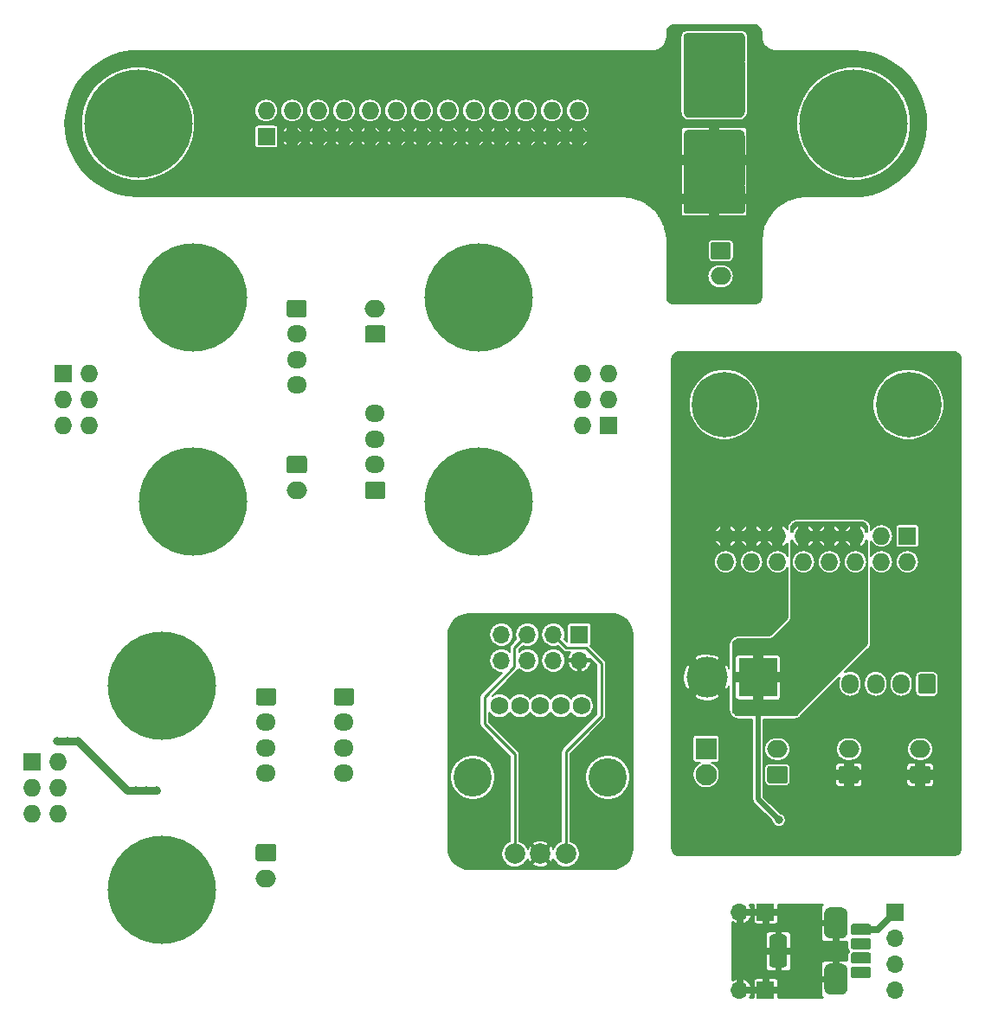
<source format=gbr>
%MOIN*%
%OFA0B0*%
%FSLAX46Y46*%
%IPPOS*%
%LPD*%
%ADD10C,0.25196850393700793*%
%ADD11C,0.15748031496062992*%
%ADD12R,0.14960629921259844X0.14960629921259844*%
%ADD13O,0.07874015748031496X0.066929133858267723*%
%ADD14C,0.0039370078740157488*%
%ADD15C,0.066929133858267723*%
%ADD16O,0.066929133858267723X0.076771653543307089*%
%ADD17C,0.082677165354330714*%
%ADD18R,0.082677165354330714X0.082677165354330714*%
%ADD19O,0.068X0.068*%
%ADD20R,0.068X0.068*%
%ADD21C,0.031496062992125991*%
%ADD22C,0.02*%
%ADD23C,0.006000000000000001*%
%ADD34C,0.0039370078740157488*%
%ADD35C,0.23622047244094491*%
%ADD36C,0.11811023622047245*%
%ADD37C,0.41732283464566933*%
%ADD38O,0.07874015748031496X0.066929133858267723*%
%ADD39C,0.066929133858267723*%
%ADD40O,0.068X0.068*%
%ADD41R,0.068X0.068*%
%ADD42C,0.031496062992125991*%
%ADD43C,0.00984251968503937*%
%ADD44C,0.006000000000000001*%
%ADD45O,0.07874015748031496X0.066929133858267723*%
%ADD46C,0.0039370078740157488*%
%ADD47C,0.066929133858267723*%
%ADD48O,0.076771653543307089X0.066929133858267723*%
%ADD49O,0.068X0.068*%
%ADD50R,0.068X0.068*%
%ADD51C,0.41732283464566933*%
%ADD52C,0.031496062992125991*%
%ADD53C,0.030000000000000002*%
%ADD54O,0.066929133858267723X0.066929133858267723*%
%ADD55R,0.066929133858267723X0.066929133858267723*%
%ADD56C,0.0039370078740157488*%
%ADD57C,0.068897637795275593*%
%ADD58C,0.08858267716535434*%
%ADD59C,0.043307086614173235*%
%ADD60C,0.025*%
%ADD61C,0.01*%
%ADD62O,0.07874015748031496X0.066929133858267723*%
%ADD63C,0.0039370078740157488*%
%ADD64C,0.066929133858267723*%
%ADD65O,0.076771653543307089X0.066929133858267723*%
%ADD66O,0.068X0.068*%
%ADD67R,0.068X0.068*%
%ADD68C,0.41732283464566933*%
%ADD69C,0.14763779527559057*%
%ADD70C,0.068897637795275593*%
%ADD71C,0.07874015748031496*%
%ADD72O,0.066929133858267723X0.066929133858267723*%
%ADD73R,0.066929133858267723X0.066929133858267723*%
%ADD74C,0.01*%
%ADD75C,0.006000000000000001*%
%ADD76O,0.07874015748031496X0.066929133858267723*%
%ADD77C,0.0039370078740157488*%
%ADD78C,0.066929133858267723*%
%ADD79O,0.076771653543307089X0.066929133858267723*%
%ADD80O,0.068X0.068*%
%ADD81R,0.068X0.068*%
%ADD82C,0.41732283464566933*%
D10*
X0003307086Y0000669291D02*
X0003661417Y0002421259D03*
X0002952755Y0002421259D03*
D11*
X0002885236Y0001369291D03*
D12*
X0003082086Y0001369291D03*
D13*
X0003432086Y0001092716D03*
D14*
G36*
X0003462578Y0001027708D02*
G01*
X0003463534Y0001027566D01*
X0003464471Y0001027332D01*
X0003465380Y0001027006D01*
X0003466253Y0001026593D01*
X0003467082Y0001026097D01*
X0003467858Y0001025521D01*
X0003468573Y0001024873D01*
X0003469222Y0001024157D01*
X0003469797Y0001023381D01*
X0003470294Y0001022553D01*
X0003470707Y0001021679D01*
X0003471032Y0001020770D01*
X0003471267Y0001019833D01*
X0003471409Y0001018878D01*
X0003471456Y0001017913D01*
X0003471456Y0000970669D01*
X0003471409Y0000969704D01*
X0003471267Y0000968749D01*
X0003471032Y0000967812D01*
X0003470707Y0000966902D01*
X0003470294Y0000966029D01*
X0003469797Y0000965201D01*
X0003469222Y0000964425D01*
X0003468573Y0000963709D01*
X0003467858Y0000963060D01*
X0003467082Y0000962485D01*
X0003466253Y0000961988D01*
X0003465380Y0000961575D01*
X0003464471Y0000961250D01*
X0003463534Y0000961015D01*
X0003462578Y0000960874D01*
X0003461614Y0000960826D01*
X0003402559Y0000960826D01*
X0003401594Y0000960874D01*
X0003400638Y0000961015D01*
X0003399701Y0000961250D01*
X0003398792Y0000961575D01*
X0003397919Y0000961988D01*
X0003397090Y0000962485D01*
X0003396315Y0000963060D01*
X0003395599Y0000963709D01*
X0003394950Y0000964425D01*
X0003394375Y0000965201D01*
X0003393878Y0000966029D01*
X0003393465Y0000966902D01*
X0003393140Y0000967812D01*
X0003392905Y0000968749D01*
X0003392763Y0000969704D01*
X0003392716Y0000970669D01*
X0003392716Y0001017913D01*
X0003392763Y0001018878D01*
X0003392905Y0001019833D01*
X0003393140Y0001020770D01*
X0003393465Y0001021679D01*
X0003393878Y0001022553D01*
X0003394375Y0001023381D01*
X0003394950Y0001024157D01*
X0003395599Y0001024873D01*
X0003396315Y0001025521D01*
X0003397090Y0001026097D01*
X0003397919Y0001026593D01*
X0003398792Y0001027006D01*
X0003399701Y0001027332D01*
X0003400638Y0001027566D01*
X0003401594Y0001027708D01*
X0003402559Y0001027755D01*
X0003461614Y0001027755D01*
X0003462578Y0001027708D01*
X0003462578Y0001027708D01*
G37*
D15*
X0003432086Y0000994291D03*
D13*
X0003707086Y0001092716D03*
D14*
G36*
X0003737578Y0001027708D02*
G01*
X0003738534Y0001027566D01*
X0003739471Y0001027332D01*
X0003740380Y0001027006D01*
X0003741253Y0001026593D01*
X0003742082Y0001026097D01*
X0003742858Y0001025521D01*
X0003743573Y0001024873D01*
X0003744222Y0001024157D01*
X0003744797Y0001023381D01*
X0003745294Y0001022553D01*
X0003745707Y0001021679D01*
X0003746032Y0001020770D01*
X0003746267Y0001019833D01*
X0003746409Y0001018878D01*
X0003746456Y0001017913D01*
X0003746456Y0000970669D01*
X0003746409Y0000969704D01*
X0003746267Y0000968749D01*
X0003746032Y0000967812D01*
X0003745707Y0000966902D01*
X0003745294Y0000966029D01*
X0003744797Y0000965201D01*
X0003744222Y0000964425D01*
X0003743573Y0000963709D01*
X0003742858Y0000963060D01*
X0003742082Y0000962485D01*
X0003741253Y0000961988D01*
X0003740380Y0000961575D01*
X0003739471Y0000961250D01*
X0003738534Y0000961015D01*
X0003737578Y0000960874D01*
X0003736614Y0000960826D01*
X0003677559Y0000960826D01*
X0003676594Y0000960874D01*
X0003675638Y0000961015D01*
X0003674701Y0000961250D01*
X0003673792Y0000961575D01*
X0003672919Y0000961988D01*
X0003672090Y0000962485D01*
X0003671315Y0000963060D01*
X0003670599Y0000963709D01*
X0003669950Y0000964425D01*
X0003669375Y0000965201D01*
X0003668878Y0000966029D01*
X0003668465Y0000966902D01*
X0003668140Y0000967812D01*
X0003667905Y0000968749D01*
X0003667763Y0000969704D01*
X0003667716Y0000970669D01*
X0003667716Y0001017913D01*
X0003667763Y0001018878D01*
X0003667905Y0001019833D01*
X0003668140Y0001020770D01*
X0003668465Y0001021679D01*
X0003668878Y0001022553D01*
X0003669375Y0001023381D01*
X0003669950Y0001024157D01*
X0003670599Y0001024873D01*
X0003671315Y0001025521D01*
X0003672090Y0001026097D01*
X0003672919Y0001026593D01*
X0003673792Y0001027006D01*
X0003674701Y0001027332D01*
X0003675638Y0001027566D01*
X0003676594Y0001027708D01*
X0003677559Y0001027755D01*
X0003736614Y0001027755D01*
X0003737578Y0001027708D01*
X0003737578Y0001027708D01*
G37*
D15*
X0003707086Y0000994291D03*
D13*
X0003157086Y0001092716D03*
D14*
G36*
X0003187578Y0001027708D02*
G01*
X0003188534Y0001027566D01*
X0003189471Y0001027332D01*
X0003190380Y0001027006D01*
X0003191253Y0001026593D01*
X0003192082Y0001026097D01*
X0003192858Y0001025521D01*
X0003193573Y0001024873D01*
X0003194222Y0001024157D01*
X0003194797Y0001023381D01*
X0003195294Y0001022553D01*
X0003195707Y0001021679D01*
X0003196032Y0001020770D01*
X0003196267Y0001019833D01*
X0003196409Y0001018878D01*
X0003196456Y0001017913D01*
X0003196456Y0000970669D01*
X0003196409Y0000969704D01*
X0003196267Y0000968749D01*
X0003196032Y0000967812D01*
X0003195707Y0000966902D01*
X0003195294Y0000966029D01*
X0003194797Y0000965201D01*
X0003194222Y0000964425D01*
X0003193573Y0000963709D01*
X0003192858Y0000963060D01*
X0003192082Y0000962485D01*
X0003191253Y0000961988D01*
X0003190380Y0000961575D01*
X0003189471Y0000961250D01*
X0003188534Y0000961015D01*
X0003187578Y0000960874D01*
X0003186614Y0000960826D01*
X0003127559Y0000960826D01*
X0003126594Y0000960874D01*
X0003125638Y0000961015D01*
X0003124701Y0000961250D01*
X0003123792Y0000961575D01*
X0003122919Y0000961988D01*
X0003122090Y0000962485D01*
X0003121315Y0000963060D01*
X0003120599Y0000963709D01*
X0003119950Y0000964425D01*
X0003119375Y0000965201D01*
X0003118878Y0000966029D01*
X0003118465Y0000966902D01*
X0003118140Y0000967812D01*
X0003117905Y0000968749D01*
X0003117763Y0000969704D01*
X0003117716Y0000970669D01*
X0003117716Y0001017913D01*
X0003117763Y0001018878D01*
X0003117905Y0001019833D01*
X0003118140Y0001020770D01*
X0003118465Y0001021679D01*
X0003118878Y0001022553D01*
X0003119375Y0001023381D01*
X0003119950Y0001024157D01*
X0003120599Y0001024873D01*
X0003121315Y0001025521D01*
X0003122090Y0001026097D01*
X0003122919Y0001026593D01*
X0003123792Y0001027006D01*
X0003124701Y0001027332D01*
X0003125638Y0001027566D01*
X0003126594Y0001027708D01*
X0003127559Y0001027755D01*
X0003186614Y0001027755D01*
X0003187578Y0001027708D01*
X0003187578Y0001027708D01*
G37*
D15*
X0003157086Y0000994291D03*
D16*
X0003436811Y0001344291D03*
X0003535236Y0001344291D03*
X0003633661Y0001344291D03*
D14*
G36*
X0003756673Y0001382629D02*
G01*
X0003757628Y0001382488D01*
X0003758565Y0001382253D01*
X0003759475Y0001381927D01*
X0003760348Y0001381514D01*
X0003761176Y0001381018D01*
X0003761952Y0001380443D01*
X0003762668Y0001379794D01*
X0003763317Y0001379078D01*
X0003763892Y0001378302D01*
X0003764388Y0001377474D01*
X0003764801Y0001376601D01*
X0003765127Y0001375691D01*
X0003765362Y0001374754D01*
X0003765503Y0001373799D01*
X0003765551Y0001372834D01*
X0003765551Y0001315748D01*
X0003765503Y0001314783D01*
X0003765362Y0001313827D01*
X0003765127Y0001312890D01*
X0003764801Y0001311981D01*
X0003764388Y0001311108D01*
X0003763892Y0001310279D01*
X0003763317Y0001309504D01*
X0003762668Y0001308788D01*
X0003761952Y0001308139D01*
X0003761176Y0001307564D01*
X0003760348Y0001307067D01*
X0003759475Y0001306654D01*
X0003758565Y0001306329D01*
X0003757628Y0001306094D01*
X0003756673Y0001305952D01*
X0003755708Y0001305905D01*
X0003708464Y0001305905D01*
X0003707499Y0001305952D01*
X0003706544Y0001306094D01*
X0003705607Y0001306329D01*
X0003704697Y0001306654D01*
X0003703824Y0001307067D01*
X0003702996Y0001307564D01*
X0003702220Y0001308139D01*
X0003701504Y0001308788D01*
X0003700856Y0001309504D01*
X0003700280Y0001310279D01*
X0003699784Y0001311108D01*
X0003699371Y0001311981D01*
X0003699045Y0001312890D01*
X0003698811Y0001313827D01*
X0003698669Y0001314783D01*
X0003698622Y0001315748D01*
X0003698622Y0001372834D01*
X0003698669Y0001373799D01*
X0003698811Y0001374754D01*
X0003699045Y0001375691D01*
X0003699371Y0001376601D01*
X0003699784Y0001377474D01*
X0003700280Y0001378302D01*
X0003700856Y0001379078D01*
X0003701504Y0001379794D01*
X0003702220Y0001380443D01*
X0003702996Y0001381018D01*
X0003703824Y0001381514D01*
X0003704697Y0001381927D01*
X0003705607Y0001382253D01*
X0003706544Y0001382488D01*
X0003707499Y0001382629D01*
X0003708464Y0001382677D01*
X0003755708Y0001382677D01*
X0003756673Y0001382629D01*
X0003756673Y0001382629D01*
G37*
D15*
X0003732086Y0001344291D03*
D17*
X0002882086Y0000994291D03*
D18*
X0002882086Y0001094291D03*
D19*
X0002957086Y0001814173D03*
X0002957086Y0001914173D03*
X0003057086Y0001814173D03*
X0003057086Y0001914173D03*
X0003157086Y0001814173D03*
X0003157086Y0001914173D03*
X0003257086Y0001814173D03*
X0003257086Y0001914173D03*
X0003357086Y0001814173D03*
X0003357086Y0001914173D03*
X0003457086Y0001814173D03*
X0003457086Y0001914173D03*
X0003557086Y0001814173D03*
X0003557086Y0001914173D03*
X0003657086Y0001814173D03*
D20*
X0003657086Y0001914173D03*
D21*
X0003162086Y0000819291D03*
X0003612086Y0000744291D03*
X0003387086Y0000744291D03*
X0003162086Y0000744291D03*
D22*
X0003082086Y0001274488D02*
X0003082086Y0001369291D01*
X0003082086Y0000899291D02*
X0003082086Y0001424488D01*
X0003162086Y0000819291D02*
X0003082086Y0000899291D01*
D23*
G36*
X0003843302Y0002622260D02*
G01*
X0003847842Y0002620889D01*
X0003852029Y0002618663D01*
X0003855704Y0002615666D01*
X0003858726Y0002612012D01*
X0003860982Y0002607840D01*
X0003862384Y0002603311D01*
X0003862952Y0002597904D01*
X0003862952Y0000709394D01*
X0003862418Y0000703941D01*
X0003861047Y0000699402D01*
X0003858821Y0000695214D01*
X0003855823Y0000691540D01*
X0003852170Y0000688517D01*
X0003847998Y0000686261D01*
X0003843468Y0000684859D01*
X0003838062Y0000684291D01*
X0002776324Y0000684291D01*
X0002770871Y0000684826D01*
X0002766331Y0000686196D01*
X0002762144Y0000688422D01*
X0002758469Y0000691420D01*
X0002755446Y0000695074D01*
X0002753190Y0000699245D01*
X0002751788Y0000703775D01*
X0002751220Y0000709181D01*
X0002751220Y0001135629D01*
X0002829821Y0001135629D01*
X0002829821Y0001052952D01*
X0002830031Y0001050821D01*
X0002830653Y0001048771D01*
X0002831662Y0001046882D01*
X0002833021Y0001045226D01*
X0002834677Y0001043867D01*
X0002836566Y0001042857D01*
X0002838616Y0001042236D01*
X0002840748Y0001042026D01*
X0002860890Y0001042026D01*
X0002857354Y0001040561D01*
X0002848803Y0001034847D01*
X0002841530Y0001027574D01*
X0002835816Y0001019023D01*
X0002831880Y0001009521D01*
X0002829874Y0000999433D01*
X0002829874Y0000989148D01*
X0002831880Y0000979061D01*
X0002835816Y0000969559D01*
X0002841530Y0000961007D01*
X0002848803Y0000953735D01*
X0002857354Y0000948021D01*
X0002866856Y0000944085D01*
X0002876944Y0000942078D01*
X0002887229Y0000942078D01*
X0002897316Y0000944085D01*
X0002906818Y0000948021D01*
X0002915370Y0000953735D01*
X0002922642Y0000961007D01*
X0002928356Y0000969559D01*
X0002932292Y0000979061D01*
X0002934299Y0000989148D01*
X0002934299Y0000999433D01*
X0002932292Y0001009521D01*
X0002928356Y0001019023D01*
X0002922642Y0001027574D01*
X0002915370Y0001034847D01*
X0002906818Y0001040561D01*
X0002903282Y0001042026D01*
X0002923425Y0001042026D01*
X0002925556Y0001042236D01*
X0002927606Y0001042857D01*
X0002929495Y0001043867D01*
X0002931151Y0001045226D01*
X0002932510Y0001046882D01*
X0002933520Y0001048771D01*
X0002934141Y0001050821D01*
X0002934351Y0001052952D01*
X0002934351Y0001135629D01*
X0002934141Y0001137761D01*
X0002933520Y0001139811D01*
X0002932510Y0001141700D01*
X0002931151Y0001143356D01*
X0002929495Y0001144715D01*
X0002927606Y0001145724D01*
X0002925556Y0001146346D01*
X0002923425Y0001146556D01*
X0002840748Y0001146556D01*
X0002838616Y0001146346D01*
X0002836566Y0001145724D01*
X0002834677Y0001144715D01*
X0002833021Y0001143356D01*
X0002831662Y0001141700D01*
X0002830653Y0001139811D01*
X0002830031Y0001137761D01*
X0002829821Y0001135629D01*
X0002751220Y0001135629D01*
X0002751220Y0001295544D01*
X0002835530Y0001295544D01*
X0002845734Y0001285999D01*
X0002862742Y0001279893D01*
X0002880615Y0001277223D01*
X0002898666Y0001278090D01*
X0002916200Y0001282463D01*
X0002924738Y0001285999D01*
X0002934941Y0001295544D01*
X0002885236Y0001345249D01*
X0002835530Y0001295544D01*
X0002751220Y0001295544D01*
X0002751220Y0001373911D01*
X0002793167Y0001373911D01*
X0002794035Y0001355861D01*
X0002798408Y0001338327D01*
X0002801944Y0001329789D01*
X0002811489Y0001319585D01*
X0002861194Y0001369291D01*
X0002909277Y0001369291D01*
X0002958983Y0001319585D01*
X0002968527Y0001329789D01*
X0002971212Y0001337267D01*
X0002971212Y0001244291D01*
X0002971305Y0001242872D01*
X0002972157Y0001236401D01*
X0002972892Y0001233659D01*
X0002975389Y0001227630D01*
X0002976809Y0001225171D01*
X0002980781Y0001219994D01*
X0002982789Y0001217986D01*
X0002987966Y0001214013D01*
X0002990425Y0001212594D01*
X0002996454Y0001210096D01*
X0002999196Y0001209362D01*
X0003005667Y0001208510D01*
X0003007086Y0001208417D01*
X0003061212Y0001208417D01*
X0003061212Y0000900316D01*
X0003061111Y0000899291D01*
X0003061212Y0000898266D01*
X0003061212Y0000898266D01*
X0003061514Y0000895199D01*
X0003062708Y0000891264D01*
X0003064646Y0000887638D01*
X0003067255Y0000884459D01*
X0003068051Y0000883805D01*
X0003135533Y0000816324D01*
X0003136487Y0000811525D01*
X0003138494Y0000806681D01*
X0003141407Y0000802320D01*
X0003145116Y0000798612D01*
X0003149476Y0000795699D01*
X0003154321Y0000793692D01*
X0003159464Y0000792669D01*
X0003164708Y0000792669D01*
X0003169851Y0000793692D01*
X0003174696Y0000795699D01*
X0003179057Y0000798612D01*
X0003182765Y0000802320D01*
X0003185678Y0000806681D01*
X0003187685Y0000811525D01*
X0003188708Y0000816669D01*
X0003188708Y0000821913D01*
X0003187685Y0000827056D01*
X0003185678Y0000831901D01*
X0003182765Y0000836261D01*
X0003179057Y0000839970D01*
X0003174696Y0000842883D01*
X0003169851Y0000844890D01*
X0003165053Y0000845844D01*
X0003102960Y0000907937D01*
X0003102960Y0001017913D01*
X0003106789Y0001017913D01*
X0003106789Y0000970669D01*
X0003107188Y0000966617D01*
X0003108370Y0000962721D01*
X0003110290Y0000959130D01*
X0003112873Y0000955983D01*
X0003116020Y0000953400D01*
X0003119611Y0000951481D01*
X0003123507Y0000950299D01*
X0003127559Y0000949900D01*
X0003186614Y0000949900D01*
X0003190666Y0000950299D01*
X0003194562Y0000951481D01*
X0003198152Y0000953400D01*
X0003201300Y0000955983D01*
X0003203883Y0000959130D01*
X0003204789Y0000960826D01*
X0003379653Y0000960826D01*
X0003379904Y0000958278D01*
X0003380647Y0000955827D01*
X0003381855Y0000953569D01*
X0003383479Y0000951589D01*
X0003385459Y0000949965D01*
X0003387717Y0000948758D01*
X0003390168Y0000948014D01*
X0003392716Y0000947763D01*
X0003411836Y0000947826D01*
X0003415086Y0000951076D01*
X0003415086Y0000977291D01*
X0003449086Y0000977291D01*
X0003449086Y0000951076D01*
X0003452336Y0000947826D01*
X0003471456Y0000947763D01*
X0003474005Y0000948014D01*
X0003476455Y0000948758D01*
X0003478714Y0000949965D01*
X0003480693Y0000951589D01*
X0003482318Y0000953569D01*
X0003483525Y0000955827D01*
X0003484268Y0000958278D01*
X0003484519Y0000960826D01*
X0003654653Y0000960826D01*
X0003654904Y0000958278D01*
X0003655647Y0000955827D01*
X0003656855Y0000953569D01*
X0003658479Y0000951589D01*
X0003660459Y0000949965D01*
X0003662717Y0000948758D01*
X0003665168Y0000948014D01*
X0003667716Y0000947763D01*
X0003686836Y0000947826D01*
X0003690086Y0000951076D01*
X0003690086Y0000977291D01*
X0003724086Y0000977291D01*
X0003724086Y0000951076D01*
X0003727336Y0000947826D01*
X0003746456Y0000947763D01*
X0003749005Y0000948014D01*
X0003751455Y0000948758D01*
X0003753714Y0000949965D01*
X0003755693Y0000951589D01*
X0003757318Y0000953569D01*
X0003758525Y0000955827D01*
X0003759268Y0000958278D01*
X0003759519Y0000960826D01*
X0003759456Y0000974041D01*
X0003756206Y0000977291D01*
X0003724086Y0000977291D01*
X0003690086Y0000977291D01*
X0003657966Y0000977291D01*
X0003654716Y0000974041D01*
X0003654653Y0000960826D01*
X0003484519Y0000960826D01*
X0003484456Y0000974041D01*
X0003481206Y0000977291D01*
X0003449086Y0000977291D01*
X0003415086Y0000977291D01*
X0003382966Y0000977291D01*
X0003379716Y0000974041D01*
X0003379653Y0000960826D01*
X0003204789Y0000960826D01*
X0003205802Y0000962721D01*
X0003206984Y0000966617D01*
X0003207383Y0000970669D01*
X0003207383Y0001017913D01*
X0003206984Y0001021965D01*
X0003205802Y0001025861D01*
X0003204789Y0001027755D01*
X0003379653Y0001027755D01*
X0003379716Y0001014541D01*
X0003382966Y0001011291D01*
X0003415086Y0001011291D01*
X0003415086Y0001037505D01*
X0003449086Y0001037505D01*
X0003449086Y0001011291D01*
X0003481206Y0001011291D01*
X0003484456Y0001014541D01*
X0003484519Y0001027755D01*
X0003654653Y0001027755D01*
X0003654716Y0001014541D01*
X0003657966Y0001011291D01*
X0003690086Y0001011291D01*
X0003690086Y0001037505D01*
X0003724086Y0001037505D01*
X0003724086Y0001011291D01*
X0003756206Y0001011291D01*
X0003759456Y0001014541D01*
X0003759519Y0001027755D01*
X0003759268Y0001030304D01*
X0003758525Y0001032754D01*
X0003757318Y0001035013D01*
X0003755693Y0001036992D01*
X0003753714Y0001038617D01*
X0003751455Y0001039824D01*
X0003749005Y0001040567D01*
X0003746456Y0001040818D01*
X0003727336Y0001040755D01*
X0003724086Y0001037505D01*
X0003690086Y0001037505D01*
X0003686836Y0001040755D01*
X0003667716Y0001040818D01*
X0003665168Y0001040567D01*
X0003662717Y0001039824D01*
X0003660459Y0001038617D01*
X0003658479Y0001036992D01*
X0003656855Y0001035013D01*
X0003655647Y0001032754D01*
X0003654904Y0001030304D01*
X0003654653Y0001027755D01*
X0003484519Y0001027755D01*
X0003484268Y0001030304D01*
X0003483525Y0001032754D01*
X0003482318Y0001035013D01*
X0003480693Y0001036992D01*
X0003478714Y0001038617D01*
X0003476455Y0001039824D01*
X0003474005Y0001040567D01*
X0003471456Y0001040818D01*
X0003452336Y0001040755D01*
X0003449086Y0001037505D01*
X0003415086Y0001037505D01*
X0003411836Y0001040755D01*
X0003392716Y0001040818D01*
X0003390168Y0001040567D01*
X0003387717Y0001039824D01*
X0003385459Y0001038617D01*
X0003383479Y0001036992D01*
X0003381855Y0001035013D01*
X0003380647Y0001032754D01*
X0003379904Y0001030304D01*
X0003379653Y0001027755D01*
X0003204789Y0001027755D01*
X0003203883Y0001029452D01*
X0003201300Y0001032599D01*
X0003198152Y0001035182D01*
X0003194562Y0001037101D01*
X0003190666Y0001038283D01*
X0003186614Y0001038682D01*
X0003127559Y0001038682D01*
X0003123507Y0001038283D01*
X0003119611Y0001037101D01*
X0003116020Y0001035182D01*
X0003112873Y0001032599D01*
X0003110290Y0001029452D01*
X0003108370Y0001025861D01*
X0003107188Y0001021965D01*
X0003106789Y0001017913D01*
X0003102960Y0001017913D01*
X0003102960Y0001092716D01*
X0003106627Y0001092716D01*
X0003107484Y0001084024D01*
X0003110019Y0001075666D01*
X0003114136Y0001067964D01*
X0003119677Y0001061212D01*
X0003126428Y0001055671D01*
X0003134131Y0001051554D01*
X0003142489Y0001049019D01*
X0003149002Y0001048377D01*
X0003165170Y0001048377D01*
X0003171684Y0001049019D01*
X0003180041Y0001051554D01*
X0003187744Y0001055671D01*
X0003194495Y0001061212D01*
X0003200036Y0001067964D01*
X0003204153Y0001075666D01*
X0003206689Y0001084024D01*
X0003207545Y0001092716D01*
X0003381627Y0001092716D01*
X0003382484Y0001084024D01*
X0003385019Y0001075666D01*
X0003389136Y0001067964D01*
X0003394677Y0001061212D01*
X0003401428Y0001055671D01*
X0003409131Y0001051554D01*
X0003417489Y0001049019D01*
X0003424002Y0001048377D01*
X0003440170Y0001048377D01*
X0003446684Y0001049019D01*
X0003455041Y0001051554D01*
X0003462744Y0001055671D01*
X0003469495Y0001061212D01*
X0003475036Y0001067964D01*
X0003479153Y0001075666D01*
X0003481689Y0001084024D01*
X0003482545Y0001092716D01*
X0003656627Y0001092716D01*
X0003657484Y0001084024D01*
X0003660019Y0001075666D01*
X0003664136Y0001067964D01*
X0003669677Y0001061212D01*
X0003676428Y0001055671D01*
X0003684131Y0001051554D01*
X0003692489Y0001049019D01*
X0003699002Y0001048377D01*
X0003715170Y0001048377D01*
X0003721684Y0001049019D01*
X0003730041Y0001051554D01*
X0003737744Y0001055671D01*
X0003744495Y0001061212D01*
X0003750036Y0001067964D01*
X0003754153Y0001075666D01*
X0003756689Y0001084024D01*
X0003757545Y0001092716D01*
X0003756689Y0001101408D01*
X0003754153Y0001109766D01*
X0003750036Y0001117468D01*
X0003744495Y0001124220D01*
X0003737744Y0001129761D01*
X0003730041Y0001133878D01*
X0003721684Y0001136413D01*
X0003715170Y0001137055D01*
X0003699002Y0001137055D01*
X0003692489Y0001136413D01*
X0003684131Y0001133878D01*
X0003676428Y0001129761D01*
X0003669677Y0001124220D01*
X0003664136Y0001117468D01*
X0003660019Y0001109766D01*
X0003657484Y0001101408D01*
X0003656627Y0001092716D01*
X0003482545Y0001092716D01*
X0003481689Y0001101408D01*
X0003479153Y0001109766D01*
X0003475036Y0001117468D01*
X0003469495Y0001124220D01*
X0003462744Y0001129761D01*
X0003455041Y0001133878D01*
X0003446684Y0001136413D01*
X0003440170Y0001137055D01*
X0003424002Y0001137055D01*
X0003417489Y0001136413D01*
X0003409131Y0001133878D01*
X0003401428Y0001129761D01*
X0003394677Y0001124220D01*
X0003389136Y0001117468D01*
X0003385019Y0001109766D01*
X0003382484Y0001101408D01*
X0003381627Y0001092716D01*
X0003207545Y0001092716D01*
X0003206689Y0001101408D01*
X0003204153Y0001109766D01*
X0003200036Y0001117468D01*
X0003194495Y0001124220D01*
X0003187744Y0001129761D01*
X0003180041Y0001133878D01*
X0003171684Y0001136413D01*
X0003165170Y0001137055D01*
X0003149002Y0001137055D01*
X0003142489Y0001136413D01*
X0003134131Y0001133878D01*
X0003126428Y0001129761D01*
X0003119677Y0001124220D01*
X0003114136Y0001117468D01*
X0003110019Y0001109766D01*
X0003107484Y0001101408D01*
X0003106627Y0001092716D01*
X0003102960Y0001092716D01*
X0003102960Y0001208417D01*
X0003221731Y0001208417D01*
X0003223150Y0001208510D01*
X0003229621Y0001209362D01*
X0003232363Y0001210096D01*
X0003238392Y0001212594D01*
X0003240850Y0001214013D01*
X0003246028Y0001217986D01*
X0003247098Y0001218924D01*
X0003397042Y0001368869D01*
X0003395649Y0001366262D01*
X0003393113Y0001357904D01*
X0003392472Y0001351390D01*
X0003392472Y0001337191D01*
X0003393113Y0001330678D01*
X0003395649Y0001322320D01*
X0003399766Y0001314617D01*
X0003405307Y0001307866D01*
X0003412058Y0001302325D01*
X0003419761Y0001298208D01*
X0003428119Y0001295673D01*
X0003436811Y0001294816D01*
X0003445502Y0001295673D01*
X0003453860Y0001298208D01*
X0003461563Y0001302325D01*
X0003468314Y0001307866D01*
X0003473855Y0001314617D01*
X0003477972Y0001322320D01*
X0003480508Y0001330678D01*
X0003481149Y0001337191D01*
X0003481149Y0001351390D01*
X0003481149Y0001351390D01*
X0003490897Y0001351390D01*
X0003490897Y0001337191D01*
X0003491539Y0001330678D01*
X0003494074Y0001322320D01*
X0003498191Y0001314617D01*
X0003503732Y0001307866D01*
X0003510483Y0001302325D01*
X0003518186Y0001298208D01*
X0003526544Y0001295673D01*
X0003535236Y0001294816D01*
X0003543928Y0001295673D01*
X0003552285Y0001298208D01*
X0003559988Y0001302325D01*
X0003566740Y0001307866D01*
X0003572280Y0001314617D01*
X0003576397Y0001322320D01*
X0003578933Y0001330678D01*
X0003579574Y0001337191D01*
X0003579574Y0001351390D01*
X0003579574Y0001351390D01*
X0003589322Y0001351390D01*
X0003589322Y0001337191D01*
X0003589964Y0001330678D01*
X0003592499Y0001322320D01*
X0003596616Y0001314617D01*
X0003602157Y0001307866D01*
X0003608909Y0001302325D01*
X0003616611Y0001298208D01*
X0003624969Y0001295673D01*
X0003633661Y0001294816D01*
X0003642353Y0001295673D01*
X0003650711Y0001298208D01*
X0003658413Y0001302325D01*
X0003665165Y0001307866D01*
X0003670705Y0001314617D01*
X0003674823Y0001322320D01*
X0003677358Y0001330678D01*
X0003678000Y0001337191D01*
X0003678000Y0001351390D01*
X0003677358Y0001357904D01*
X0003674823Y0001366262D01*
X0003671310Y0001372834D01*
X0003687695Y0001372834D01*
X0003687695Y0001315748D01*
X0003688094Y0001311696D01*
X0003689276Y0001307800D01*
X0003691195Y0001304209D01*
X0003693778Y0001301062D01*
X0003696925Y0001298479D01*
X0003700516Y0001296559D01*
X0003704412Y0001295377D01*
X0003708464Y0001294978D01*
X0003755708Y0001294978D01*
X0003759760Y0001295377D01*
X0003763656Y0001296559D01*
X0003767247Y0001298479D01*
X0003770394Y0001301062D01*
X0003772977Y0001304209D01*
X0003774896Y0001307800D01*
X0003776078Y0001311696D01*
X0003776477Y0001315748D01*
X0003776477Y0001372834D01*
X0003776078Y0001376886D01*
X0003774896Y0001380782D01*
X0003772977Y0001384373D01*
X0003770394Y0001387520D01*
X0003767247Y0001390103D01*
X0003763656Y0001392022D01*
X0003759760Y0001393204D01*
X0003755708Y0001393603D01*
X0003708464Y0001393603D01*
X0003704412Y0001393204D01*
X0003700516Y0001392022D01*
X0003696925Y0001390103D01*
X0003693778Y0001387520D01*
X0003691195Y0001384373D01*
X0003689276Y0001380782D01*
X0003688094Y0001376886D01*
X0003687695Y0001372834D01*
X0003671310Y0001372834D01*
X0003670705Y0001373964D01*
X0003665165Y0001380716D01*
X0003658413Y0001386257D01*
X0003650711Y0001390374D01*
X0003642353Y0001392909D01*
X0003633661Y0001393765D01*
X0003624969Y0001392909D01*
X0003616611Y0001390374D01*
X0003608909Y0001386257D01*
X0003602157Y0001380716D01*
X0003596616Y0001373964D01*
X0003592499Y0001366262D01*
X0003589964Y0001357904D01*
X0003589322Y0001351390D01*
X0003579574Y0001351390D01*
X0003578933Y0001357904D01*
X0003576397Y0001366262D01*
X0003572280Y0001373964D01*
X0003566740Y0001380716D01*
X0003559988Y0001386257D01*
X0003552285Y0001390374D01*
X0003543928Y0001392909D01*
X0003535236Y0001393765D01*
X0003526544Y0001392909D01*
X0003518186Y0001390374D01*
X0003510483Y0001386257D01*
X0003503732Y0001380716D01*
X0003498191Y0001373964D01*
X0003494074Y0001366262D01*
X0003491539Y0001357904D01*
X0003490897Y0001351390D01*
X0003481149Y0001351390D01*
X0003480508Y0001357904D01*
X0003477972Y0001366262D01*
X0003473855Y0001373964D01*
X0003468314Y0001380716D01*
X0003461563Y0001386257D01*
X0003453860Y0001390374D01*
X0003445502Y0001392909D01*
X0003436811Y0001393765D01*
X0003428119Y0001392909D01*
X0003419761Y0001390374D01*
X0003417154Y0001388980D01*
X0003507453Y0001479279D01*
X0003508391Y0001480349D01*
X0003512364Y0001485527D01*
X0003513783Y0001487985D01*
X0003516281Y0001494014D01*
X0003517015Y0001496756D01*
X0003517867Y0001503227D01*
X0003517960Y0001504646D01*
X0003517960Y0001792179D01*
X0003519594Y0001789121D01*
X0003525202Y0001782288D01*
X0003532035Y0001776681D01*
X0003539830Y0001772514D01*
X0003548289Y0001769948D01*
X0003554882Y0001769299D01*
X0003559291Y0001769299D01*
X0003565883Y0001769948D01*
X0003574342Y0001772514D01*
X0003582137Y0001776681D01*
X0003588970Y0001782288D01*
X0003594578Y0001789121D01*
X0003598745Y0001796917D01*
X0003601311Y0001805376D01*
X0003602177Y0001814173D01*
X0003611995Y0001814173D01*
X0003612861Y0001805376D01*
X0003615427Y0001796917D01*
X0003619594Y0001789121D01*
X0003625202Y0001782288D01*
X0003632035Y0001776681D01*
X0003639830Y0001772514D01*
X0003648289Y0001769948D01*
X0003654882Y0001769299D01*
X0003659291Y0001769299D01*
X0003665883Y0001769948D01*
X0003674342Y0001772514D01*
X0003682137Y0001776681D01*
X0003688970Y0001782288D01*
X0003694578Y0001789121D01*
X0003698745Y0001796917D01*
X0003701311Y0001805376D01*
X0003702177Y0001814173D01*
X0003701311Y0001822970D01*
X0003698745Y0001831428D01*
X0003694578Y0001839224D01*
X0003688970Y0001846057D01*
X0003682137Y0001851665D01*
X0003674342Y0001855832D01*
X0003665883Y0001858397D01*
X0003659291Y0001859047D01*
X0003654882Y0001859047D01*
X0003648289Y0001858397D01*
X0003639830Y0001855832D01*
X0003632035Y0001851665D01*
X0003625202Y0001846057D01*
X0003619594Y0001839224D01*
X0003615427Y0001831428D01*
X0003612861Y0001822970D01*
X0003611995Y0001814173D01*
X0003602177Y0001814173D01*
X0003601311Y0001822970D01*
X0003598745Y0001831428D01*
X0003594578Y0001839224D01*
X0003588970Y0001846057D01*
X0003582137Y0001851665D01*
X0003574342Y0001855832D01*
X0003565883Y0001858397D01*
X0003559291Y0001859047D01*
X0003554882Y0001859047D01*
X0003548289Y0001858397D01*
X0003539830Y0001855832D01*
X0003532035Y0001851665D01*
X0003525202Y0001846057D01*
X0003519594Y0001839224D01*
X0003517960Y0001836167D01*
X0003517960Y0001892179D01*
X0003519594Y0001889121D01*
X0003525202Y0001882288D01*
X0003532035Y0001876681D01*
X0003539830Y0001872514D01*
X0003548289Y0001869948D01*
X0003554882Y0001869299D01*
X0003559291Y0001869299D01*
X0003565883Y0001869948D01*
X0003574342Y0001872514D01*
X0003582137Y0001876681D01*
X0003588970Y0001882288D01*
X0003594578Y0001889121D01*
X0003598745Y0001896917D01*
X0003601311Y0001905376D01*
X0003602177Y0001914173D01*
X0003601311Y0001922970D01*
X0003598745Y0001931428D01*
X0003594578Y0001939224D01*
X0003588970Y0001946057D01*
X0003586392Y0001948173D01*
X0003612160Y0001948173D01*
X0003612160Y0001880173D01*
X0003612369Y0001878041D01*
X0003612991Y0001875991D01*
X0003614001Y0001874102D01*
X0003615360Y0001872446D01*
X0003617016Y0001871088D01*
X0003618905Y0001870078D01*
X0003620954Y0001869456D01*
X0003623086Y0001869246D01*
X0003691086Y0001869246D01*
X0003693218Y0001869456D01*
X0003695268Y0001870078D01*
X0003697157Y0001871088D01*
X0003698812Y0001872446D01*
X0003700171Y0001874102D01*
X0003701181Y0001875991D01*
X0003701803Y0001878041D01*
X0003702013Y0001880173D01*
X0003702013Y0001948173D01*
X0003701803Y0001950304D01*
X0003701181Y0001952354D01*
X0003700171Y0001954243D01*
X0003698812Y0001955899D01*
X0003697157Y0001957258D01*
X0003695268Y0001958268D01*
X0003693218Y0001958889D01*
X0003691086Y0001959099D01*
X0003623086Y0001959099D01*
X0003620954Y0001958889D01*
X0003618905Y0001958268D01*
X0003617016Y0001957258D01*
X0003615360Y0001955899D01*
X0003614001Y0001954243D01*
X0003612991Y0001952354D01*
X0003612369Y0001950304D01*
X0003612160Y0001948173D01*
X0003586392Y0001948173D01*
X0003582137Y0001951665D01*
X0003574342Y0001955832D01*
X0003565883Y0001958397D01*
X0003559291Y0001959047D01*
X0003554882Y0001959047D01*
X0003548289Y0001958397D01*
X0003539830Y0001955832D01*
X0003532035Y0001951665D01*
X0003525202Y0001946057D01*
X0003519594Y0001939224D01*
X0003517960Y0001936167D01*
X0003517960Y0001944291D01*
X0003517867Y0001945710D01*
X0003517015Y0001952181D01*
X0003516281Y0001954923D01*
X0003513783Y0001960952D01*
X0003512364Y0001963410D01*
X0003508391Y0001968588D01*
X0003506383Y0001970595D01*
X0003501206Y0001974568D01*
X0003498747Y0001975988D01*
X0003492718Y0001978485D01*
X0003489976Y0001979220D01*
X0003483505Y0001980072D01*
X0003482086Y0001980165D01*
X0003232086Y0001980165D01*
X0003230667Y0001980072D01*
X0003224196Y0001979220D01*
X0003221454Y0001978485D01*
X0003215425Y0001975988D01*
X0003212966Y0001974568D01*
X0003207789Y0001970595D01*
X0003205781Y0001968588D01*
X0003201809Y0001963410D01*
X0003200389Y0001960952D01*
X0003197892Y0001954923D01*
X0003197157Y0001952181D01*
X0003196305Y0001945710D01*
X0003196212Y0001944291D01*
X0003196212Y0001939887D01*
X0003192312Y0001945288D01*
X0003185565Y0001951563D01*
X0003180731Y0001954792D01*
X0003174086Y0001954485D01*
X0003174086Y0001931173D01*
X0003174874Y0001931173D01*
X0003174874Y0001897173D01*
X0003174086Y0001897173D01*
X0003174086Y0001873861D01*
X0003180731Y0001873554D01*
X0003185565Y0001876783D01*
X0003192312Y0001883057D01*
X0003196212Y0001888458D01*
X0003196212Y0001836167D01*
X0003194578Y0001839224D01*
X0003188970Y0001846057D01*
X0003182137Y0001851665D01*
X0003174342Y0001855832D01*
X0003165883Y0001858397D01*
X0003159291Y0001859047D01*
X0003154882Y0001859047D01*
X0003148289Y0001858397D01*
X0003139830Y0001855832D01*
X0003132035Y0001851665D01*
X0003125202Y0001846057D01*
X0003119594Y0001839224D01*
X0003115427Y0001831428D01*
X0003112861Y0001822970D01*
X0003111995Y0001814173D01*
X0003112861Y0001805376D01*
X0003115427Y0001796917D01*
X0003119594Y0001789121D01*
X0003125202Y0001782288D01*
X0003132035Y0001776681D01*
X0003139830Y0001772514D01*
X0003148289Y0001769948D01*
X0003154882Y0001769299D01*
X0003159291Y0001769299D01*
X0003165883Y0001769948D01*
X0003174342Y0001772514D01*
X0003182137Y0001776681D01*
X0003188970Y0001782288D01*
X0003194578Y0001789121D01*
X0003196212Y0001792179D01*
X0003196212Y0001605359D01*
X0003195640Y0001601014D01*
X0003194238Y0001597630D01*
X0003191571Y0001594154D01*
X0003132223Y0001534806D01*
X0003128747Y0001532139D01*
X0003125363Y0001530737D01*
X0003121018Y0001530165D01*
X0003007086Y0001530165D01*
X0003005667Y0001530072D01*
X0002999196Y0001529220D01*
X0002996454Y0001528485D01*
X0002990425Y0001525988D01*
X0002987966Y0001524568D01*
X0002982789Y0001520595D01*
X0002980781Y0001518588D01*
X0002976809Y0001513410D01*
X0002975389Y0001510952D01*
X0002972892Y0001504923D01*
X0002972157Y0001502181D01*
X0002971305Y0001495710D01*
X0002971212Y0001494291D01*
X0002971212Y0001402311D01*
X0002968527Y0001408793D01*
X0002958983Y0001418996D01*
X0002909277Y0001369291D01*
X0002861194Y0001369291D01*
X0002811489Y0001418996D01*
X0002801944Y0001408793D01*
X0002795838Y0001391784D01*
X0002793167Y0001373911D01*
X0002751220Y0001373911D01*
X0002751220Y0001443038D01*
X0002835530Y0001443038D01*
X0002885236Y0001393332D01*
X0002934941Y0001443038D01*
X0002924738Y0001452583D01*
X0002907729Y0001458689D01*
X0002889856Y0001461359D01*
X0002871806Y0001460491D01*
X0002854272Y0001456119D01*
X0002845734Y0001452583D01*
X0002835530Y0001443038D01*
X0002751220Y0001443038D01*
X0002751220Y0001814173D01*
X0002911995Y0001814173D01*
X0002912861Y0001805376D01*
X0002915427Y0001796917D01*
X0002919594Y0001789121D01*
X0002925202Y0001782288D01*
X0002932035Y0001776681D01*
X0002939830Y0001772514D01*
X0002948289Y0001769948D01*
X0002954882Y0001769299D01*
X0002959291Y0001769299D01*
X0002965883Y0001769948D01*
X0002974342Y0001772514D01*
X0002982137Y0001776681D01*
X0002988970Y0001782288D01*
X0002994578Y0001789121D01*
X0002998745Y0001796917D01*
X0003001311Y0001805376D01*
X0003002177Y0001814173D01*
X0003011995Y0001814173D01*
X0003012861Y0001805376D01*
X0003015427Y0001796917D01*
X0003019594Y0001789121D01*
X0003025202Y0001782288D01*
X0003032035Y0001776681D01*
X0003039830Y0001772514D01*
X0003048289Y0001769948D01*
X0003054882Y0001769299D01*
X0003059291Y0001769299D01*
X0003065883Y0001769948D01*
X0003074342Y0001772514D01*
X0003082137Y0001776681D01*
X0003088970Y0001782288D01*
X0003094578Y0001789121D01*
X0003098745Y0001796917D01*
X0003101311Y0001805376D01*
X0003102177Y0001814173D01*
X0003101311Y0001822970D01*
X0003098745Y0001831428D01*
X0003094578Y0001839224D01*
X0003088970Y0001846057D01*
X0003082137Y0001851665D01*
X0003074342Y0001855832D01*
X0003065883Y0001858397D01*
X0003059291Y0001859047D01*
X0003054882Y0001859047D01*
X0003048289Y0001858397D01*
X0003039830Y0001855832D01*
X0003032035Y0001851665D01*
X0003025202Y0001846057D01*
X0003019594Y0001839224D01*
X0003015427Y0001831428D01*
X0003012861Y0001822970D01*
X0003011995Y0001814173D01*
X0003002177Y0001814173D01*
X0003001311Y0001822970D01*
X0002998745Y0001831428D01*
X0002994578Y0001839224D01*
X0002988970Y0001846057D01*
X0002982137Y0001851665D01*
X0002974342Y0001855832D01*
X0002965883Y0001858397D01*
X0002959291Y0001859047D01*
X0002954882Y0001859047D01*
X0002948289Y0001858397D01*
X0002939830Y0001855832D01*
X0002932035Y0001851665D01*
X0002925202Y0001846057D01*
X0002919594Y0001839224D01*
X0002915427Y0001831428D01*
X0002912861Y0001822970D01*
X0002911995Y0001814173D01*
X0002751220Y0001814173D01*
X0002751220Y0001890527D01*
X0002916466Y0001890527D01*
X0002921860Y0001883057D01*
X0002928607Y0001876783D01*
X0002933441Y0001873554D01*
X0002940086Y0001873861D01*
X0002940086Y0001897173D01*
X0002974086Y0001897173D01*
X0002974086Y0001873861D01*
X0002980731Y0001873554D01*
X0002985565Y0001876783D01*
X0002992312Y0001883057D01*
X0002997706Y0001890527D01*
X0003016466Y0001890527D01*
X0003021860Y0001883057D01*
X0003028607Y0001876783D01*
X0003033441Y0001873554D01*
X0003040086Y0001873861D01*
X0003040086Y0001897173D01*
X0003074086Y0001897173D01*
X0003074086Y0001873861D01*
X0003080731Y0001873554D01*
X0003085565Y0001876783D01*
X0003092312Y0001883057D01*
X0003097706Y0001890527D01*
X0003116466Y0001890527D01*
X0003121860Y0001883057D01*
X0003128607Y0001876783D01*
X0003133441Y0001873554D01*
X0003140086Y0001873861D01*
X0003140086Y0001897173D01*
X0003116517Y0001897173D01*
X0003116466Y0001890527D01*
X0003097706Y0001890527D01*
X0003097655Y0001897173D01*
X0003074086Y0001897173D01*
X0003040086Y0001897173D01*
X0003016517Y0001897173D01*
X0003016466Y0001890527D01*
X0002997706Y0001890527D01*
X0002997655Y0001897173D01*
X0002974086Y0001897173D01*
X0002940086Y0001897173D01*
X0002916517Y0001897173D01*
X0002916466Y0001890527D01*
X0002751220Y0001890527D01*
X0002751220Y0001937818D01*
X0002916466Y0001937818D01*
X0002916517Y0001931173D01*
X0002940086Y0001931173D01*
X0002940086Y0001954485D01*
X0002974086Y0001954485D01*
X0002974086Y0001931173D01*
X0002997655Y0001931173D01*
X0002997706Y0001937818D01*
X0003016466Y0001937818D01*
X0003016517Y0001931173D01*
X0003040086Y0001931173D01*
X0003040086Y0001954485D01*
X0003074086Y0001954485D01*
X0003074086Y0001931173D01*
X0003097655Y0001931173D01*
X0003097706Y0001937818D01*
X0003116466Y0001937818D01*
X0003116517Y0001931173D01*
X0003140086Y0001931173D01*
X0003140086Y0001954485D01*
X0003133441Y0001954792D01*
X0003128607Y0001951563D01*
X0003121860Y0001945288D01*
X0003116466Y0001937818D01*
X0003097706Y0001937818D01*
X0003092312Y0001945288D01*
X0003085565Y0001951563D01*
X0003080731Y0001954792D01*
X0003074086Y0001954485D01*
X0003040086Y0001954485D01*
X0003033441Y0001954792D01*
X0003028607Y0001951563D01*
X0003021860Y0001945288D01*
X0003016466Y0001937818D01*
X0002997706Y0001937818D01*
X0002992312Y0001945288D01*
X0002985565Y0001951563D01*
X0002980731Y0001954792D01*
X0002974086Y0001954485D01*
X0002940086Y0001954485D01*
X0002933441Y0001954792D01*
X0002928607Y0001951563D01*
X0002921860Y0001945288D01*
X0002916466Y0001937818D01*
X0002751220Y0001937818D01*
X0002751220Y0002434739D01*
X0002815897Y0002434739D01*
X0002815897Y0002407780D01*
X0002821157Y0002381339D01*
X0002831473Y0002356433D01*
X0002846451Y0002334017D01*
X0002865513Y0002314955D01*
X0002887929Y0002299977D01*
X0002912835Y0002289660D01*
X0002939276Y0002284401D01*
X0002966235Y0002284401D01*
X0002992675Y0002289660D01*
X0003017582Y0002299977D01*
X0003039997Y0002314955D01*
X0003059060Y0002334017D01*
X0003074038Y0002356433D01*
X0003084354Y0002381339D01*
X0003089614Y0002407780D01*
X0003089614Y0002434739D01*
X0003524559Y0002434739D01*
X0003524559Y0002407780D01*
X0003529818Y0002381339D01*
X0003540135Y0002356433D01*
X0003555112Y0002334017D01*
X0003574175Y0002314955D01*
X0003596590Y0002299977D01*
X0003621497Y0002289660D01*
X0003647937Y0002284401D01*
X0003674896Y0002284401D01*
X0003701337Y0002289660D01*
X0003726244Y0002299977D01*
X0003748659Y0002314955D01*
X0003767722Y0002334017D01*
X0003782699Y0002356433D01*
X0003793016Y0002381339D01*
X0003798275Y0002407780D01*
X0003798275Y0002434739D01*
X0003793016Y0002461179D01*
X0003782699Y0002486086D01*
X0003767722Y0002508501D01*
X0003748659Y0002527564D01*
X0003726244Y0002542542D01*
X0003701337Y0002552858D01*
X0003674896Y0002558118D01*
X0003647937Y0002558118D01*
X0003621497Y0002552858D01*
X0003596590Y0002542542D01*
X0003574175Y0002527564D01*
X0003555112Y0002508501D01*
X0003540135Y0002486086D01*
X0003529818Y0002461179D01*
X0003524559Y0002434739D01*
X0003089614Y0002434739D01*
X0003084354Y0002461179D01*
X0003074038Y0002486086D01*
X0003059060Y0002508501D01*
X0003039997Y0002527564D01*
X0003017582Y0002542542D01*
X0002992675Y0002552858D01*
X0002966235Y0002558118D01*
X0002939276Y0002558118D01*
X0002912835Y0002552858D01*
X0002887929Y0002542542D01*
X0002865513Y0002527564D01*
X0002846451Y0002508501D01*
X0002831473Y0002486086D01*
X0002821157Y0002461179D01*
X0002815897Y0002434739D01*
X0002751220Y0002434739D01*
X0002751220Y0002597691D01*
X0002751755Y0002603144D01*
X0002753125Y0002607684D01*
X0002755352Y0002611871D01*
X0002758349Y0002615546D01*
X0002762003Y0002618569D01*
X0002766174Y0002620824D01*
X0002770704Y0002622227D01*
X0002776110Y0002622795D01*
X0003837848Y0002622795D01*
X0003843302Y0002622260D01*
X0003843302Y0002622260D01*
G37*
X0003843302Y0002622260D02*
X0003847842Y0002620889D01*
X0003852029Y0002618663D01*
X0003855704Y0002615666D01*
X0003858726Y0002612012D01*
X0003860982Y0002607840D01*
X0003862384Y0002603311D01*
X0003862952Y0002597904D01*
X0003862952Y0000709394D01*
X0003862418Y0000703941D01*
X0003861047Y0000699402D01*
X0003858821Y0000695214D01*
X0003855823Y0000691540D01*
X0003852170Y0000688517D01*
X0003847998Y0000686261D01*
X0003843468Y0000684859D01*
X0003838062Y0000684291D01*
X0002776324Y0000684291D01*
X0002770871Y0000684826D01*
X0002766331Y0000686196D01*
X0002762144Y0000688422D01*
X0002758469Y0000691420D01*
X0002755446Y0000695074D01*
X0002753190Y0000699245D01*
X0002751788Y0000703775D01*
X0002751220Y0000709181D01*
X0002751220Y0001135629D01*
X0002829821Y0001135629D01*
X0002829821Y0001052952D01*
X0002830031Y0001050821D01*
X0002830653Y0001048771D01*
X0002831662Y0001046882D01*
X0002833021Y0001045226D01*
X0002834677Y0001043867D01*
X0002836566Y0001042857D01*
X0002838616Y0001042236D01*
X0002840748Y0001042026D01*
X0002860890Y0001042026D01*
X0002857354Y0001040561D01*
X0002848803Y0001034847D01*
X0002841530Y0001027574D01*
X0002835816Y0001019023D01*
X0002831880Y0001009521D01*
X0002829874Y0000999433D01*
X0002829874Y0000989148D01*
X0002831880Y0000979061D01*
X0002835816Y0000969559D01*
X0002841530Y0000961007D01*
X0002848803Y0000953735D01*
X0002857354Y0000948021D01*
X0002866856Y0000944085D01*
X0002876944Y0000942078D01*
X0002887229Y0000942078D01*
X0002897316Y0000944085D01*
X0002906818Y0000948021D01*
X0002915370Y0000953735D01*
X0002922642Y0000961007D01*
X0002928356Y0000969559D01*
X0002932292Y0000979061D01*
X0002934299Y0000989148D01*
X0002934299Y0000999433D01*
X0002932292Y0001009521D01*
X0002928356Y0001019023D01*
X0002922642Y0001027574D01*
X0002915370Y0001034847D01*
X0002906818Y0001040561D01*
X0002903282Y0001042026D01*
X0002923425Y0001042026D01*
X0002925556Y0001042236D01*
X0002927606Y0001042857D01*
X0002929495Y0001043867D01*
X0002931151Y0001045226D01*
X0002932510Y0001046882D01*
X0002933520Y0001048771D01*
X0002934141Y0001050821D01*
X0002934351Y0001052952D01*
X0002934351Y0001135629D01*
X0002934141Y0001137761D01*
X0002933520Y0001139811D01*
X0002932510Y0001141700D01*
X0002931151Y0001143356D01*
X0002929495Y0001144715D01*
X0002927606Y0001145724D01*
X0002925556Y0001146346D01*
X0002923425Y0001146556D01*
X0002840748Y0001146556D01*
X0002838616Y0001146346D01*
X0002836566Y0001145724D01*
X0002834677Y0001144715D01*
X0002833021Y0001143356D01*
X0002831662Y0001141700D01*
X0002830653Y0001139811D01*
X0002830031Y0001137761D01*
X0002829821Y0001135629D01*
X0002751220Y0001135629D01*
X0002751220Y0001295544D01*
X0002835530Y0001295544D01*
X0002845734Y0001285999D01*
X0002862742Y0001279893D01*
X0002880615Y0001277223D01*
X0002898666Y0001278090D01*
X0002916200Y0001282463D01*
X0002924738Y0001285999D01*
X0002934941Y0001295544D01*
X0002885236Y0001345249D01*
X0002835530Y0001295544D01*
X0002751220Y0001295544D01*
X0002751220Y0001373911D01*
X0002793167Y0001373911D01*
X0002794035Y0001355861D01*
X0002798408Y0001338327D01*
X0002801944Y0001329789D01*
X0002811489Y0001319585D01*
X0002861194Y0001369291D01*
X0002909277Y0001369291D01*
X0002958983Y0001319585D01*
X0002968527Y0001329789D01*
X0002971212Y0001337267D01*
X0002971212Y0001244291D01*
X0002971305Y0001242872D01*
X0002972157Y0001236401D01*
X0002972892Y0001233659D01*
X0002975389Y0001227630D01*
X0002976809Y0001225171D01*
X0002980781Y0001219994D01*
X0002982789Y0001217986D01*
X0002987966Y0001214013D01*
X0002990425Y0001212594D01*
X0002996454Y0001210096D01*
X0002999196Y0001209362D01*
X0003005667Y0001208510D01*
X0003007086Y0001208417D01*
X0003061212Y0001208417D01*
X0003061212Y0000900316D01*
X0003061111Y0000899291D01*
X0003061212Y0000898266D01*
X0003061212Y0000898266D01*
X0003061514Y0000895199D01*
X0003062708Y0000891264D01*
X0003064646Y0000887638D01*
X0003067255Y0000884459D01*
X0003068051Y0000883805D01*
X0003135533Y0000816324D01*
X0003136487Y0000811525D01*
X0003138494Y0000806681D01*
X0003141407Y0000802320D01*
X0003145116Y0000798612D01*
X0003149476Y0000795699D01*
X0003154321Y0000793692D01*
X0003159464Y0000792669D01*
X0003164708Y0000792669D01*
X0003169851Y0000793692D01*
X0003174696Y0000795699D01*
X0003179057Y0000798612D01*
X0003182765Y0000802320D01*
X0003185678Y0000806681D01*
X0003187685Y0000811525D01*
X0003188708Y0000816669D01*
X0003188708Y0000821913D01*
X0003187685Y0000827056D01*
X0003185678Y0000831901D01*
X0003182765Y0000836261D01*
X0003179057Y0000839970D01*
X0003174696Y0000842883D01*
X0003169851Y0000844890D01*
X0003165053Y0000845844D01*
X0003102960Y0000907937D01*
X0003102960Y0001017913D01*
X0003106789Y0001017913D01*
X0003106789Y0000970669D01*
X0003107188Y0000966617D01*
X0003108370Y0000962721D01*
X0003110290Y0000959130D01*
X0003112873Y0000955983D01*
X0003116020Y0000953400D01*
X0003119611Y0000951481D01*
X0003123507Y0000950299D01*
X0003127559Y0000949900D01*
X0003186614Y0000949900D01*
X0003190666Y0000950299D01*
X0003194562Y0000951481D01*
X0003198152Y0000953400D01*
X0003201300Y0000955983D01*
X0003203883Y0000959130D01*
X0003204789Y0000960826D01*
X0003379653Y0000960826D01*
X0003379904Y0000958278D01*
X0003380647Y0000955827D01*
X0003381855Y0000953569D01*
X0003383479Y0000951589D01*
X0003385459Y0000949965D01*
X0003387717Y0000948758D01*
X0003390168Y0000948014D01*
X0003392716Y0000947763D01*
X0003411836Y0000947826D01*
X0003415086Y0000951076D01*
X0003415086Y0000977291D01*
X0003449086Y0000977291D01*
X0003449086Y0000951076D01*
X0003452336Y0000947826D01*
X0003471456Y0000947763D01*
X0003474005Y0000948014D01*
X0003476455Y0000948758D01*
X0003478714Y0000949965D01*
X0003480693Y0000951589D01*
X0003482318Y0000953569D01*
X0003483525Y0000955827D01*
X0003484268Y0000958278D01*
X0003484519Y0000960826D01*
X0003654653Y0000960826D01*
X0003654904Y0000958278D01*
X0003655647Y0000955827D01*
X0003656855Y0000953569D01*
X0003658479Y0000951589D01*
X0003660459Y0000949965D01*
X0003662717Y0000948758D01*
X0003665168Y0000948014D01*
X0003667716Y0000947763D01*
X0003686836Y0000947826D01*
X0003690086Y0000951076D01*
X0003690086Y0000977291D01*
X0003724086Y0000977291D01*
X0003724086Y0000951076D01*
X0003727336Y0000947826D01*
X0003746456Y0000947763D01*
X0003749005Y0000948014D01*
X0003751455Y0000948758D01*
X0003753714Y0000949965D01*
X0003755693Y0000951589D01*
X0003757318Y0000953569D01*
X0003758525Y0000955827D01*
X0003759268Y0000958278D01*
X0003759519Y0000960826D01*
X0003759456Y0000974041D01*
X0003756206Y0000977291D01*
X0003724086Y0000977291D01*
X0003690086Y0000977291D01*
X0003657966Y0000977291D01*
X0003654716Y0000974041D01*
X0003654653Y0000960826D01*
X0003484519Y0000960826D01*
X0003484456Y0000974041D01*
X0003481206Y0000977291D01*
X0003449086Y0000977291D01*
X0003415086Y0000977291D01*
X0003382966Y0000977291D01*
X0003379716Y0000974041D01*
X0003379653Y0000960826D01*
X0003204789Y0000960826D01*
X0003205802Y0000962721D01*
X0003206984Y0000966617D01*
X0003207383Y0000970669D01*
X0003207383Y0001017913D01*
X0003206984Y0001021965D01*
X0003205802Y0001025861D01*
X0003204789Y0001027755D01*
X0003379653Y0001027755D01*
X0003379716Y0001014541D01*
X0003382966Y0001011291D01*
X0003415086Y0001011291D01*
X0003415086Y0001037505D01*
X0003449086Y0001037505D01*
X0003449086Y0001011291D01*
X0003481206Y0001011291D01*
X0003484456Y0001014541D01*
X0003484519Y0001027755D01*
X0003654653Y0001027755D01*
X0003654716Y0001014541D01*
X0003657966Y0001011291D01*
X0003690086Y0001011291D01*
X0003690086Y0001037505D01*
X0003724086Y0001037505D01*
X0003724086Y0001011291D01*
X0003756206Y0001011291D01*
X0003759456Y0001014541D01*
X0003759519Y0001027755D01*
X0003759268Y0001030304D01*
X0003758525Y0001032754D01*
X0003757318Y0001035013D01*
X0003755693Y0001036992D01*
X0003753714Y0001038617D01*
X0003751455Y0001039824D01*
X0003749005Y0001040567D01*
X0003746456Y0001040818D01*
X0003727336Y0001040755D01*
X0003724086Y0001037505D01*
X0003690086Y0001037505D01*
X0003686836Y0001040755D01*
X0003667716Y0001040818D01*
X0003665168Y0001040567D01*
X0003662717Y0001039824D01*
X0003660459Y0001038617D01*
X0003658479Y0001036992D01*
X0003656855Y0001035013D01*
X0003655647Y0001032754D01*
X0003654904Y0001030304D01*
X0003654653Y0001027755D01*
X0003484519Y0001027755D01*
X0003484268Y0001030304D01*
X0003483525Y0001032754D01*
X0003482318Y0001035013D01*
X0003480693Y0001036992D01*
X0003478714Y0001038617D01*
X0003476455Y0001039824D01*
X0003474005Y0001040567D01*
X0003471456Y0001040818D01*
X0003452336Y0001040755D01*
X0003449086Y0001037505D01*
X0003415086Y0001037505D01*
X0003411836Y0001040755D01*
X0003392716Y0001040818D01*
X0003390168Y0001040567D01*
X0003387717Y0001039824D01*
X0003385459Y0001038617D01*
X0003383479Y0001036992D01*
X0003381855Y0001035013D01*
X0003380647Y0001032754D01*
X0003379904Y0001030304D01*
X0003379653Y0001027755D01*
X0003204789Y0001027755D01*
X0003203883Y0001029452D01*
X0003201300Y0001032599D01*
X0003198152Y0001035182D01*
X0003194562Y0001037101D01*
X0003190666Y0001038283D01*
X0003186614Y0001038682D01*
X0003127559Y0001038682D01*
X0003123507Y0001038283D01*
X0003119611Y0001037101D01*
X0003116020Y0001035182D01*
X0003112873Y0001032599D01*
X0003110290Y0001029452D01*
X0003108370Y0001025861D01*
X0003107188Y0001021965D01*
X0003106789Y0001017913D01*
X0003102960Y0001017913D01*
X0003102960Y0001092716D01*
X0003106627Y0001092716D01*
X0003107484Y0001084024D01*
X0003110019Y0001075666D01*
X0003114136Y0001067964D01*
X0003119677Y0001061212D01*
X0003126428Y0001055671D01*
X0003134131Y0001051554D01*
X0003142489Y0001049019D01*
X0003149002Y0001048377D01*
X0003165170Y0001048377D01*
X0003171684Y0001049019D01*
X0003180041Y0001051554D01*
X0003187744Y0001055671D01*
X0003194495Y0001061212D01*
X0003200036Y0001067964D01*
X0003204153Y0001075666D01*
X0003206689Y0001084024D01*
X0003207545Y0001092716D01*
X0003381627Y0001092716D01*
X0003382484Y0001084024D01*
X0003385019Y0001075666D01*
X0003389136Y0001067964D01*
X0003394677Y0001061212D01*
X0003401428Y0001055671D01*
X0003409131Y0001051554D01*
X0003417489Y0001049019D01*
X0003424002Y0001048377D01*
X0003440170Y0001048377D01*
X0003446684Y0001049019D01*
X0003455041Y0001051554D01*
X0003462744Y0001055671D01*
X0003469495Y0001061212D01*
X0003475036Y0001067964D01*
X0003479153Y0001075666D01*
X0003481689Y0001084024D01*
X0003482545Y0001092716D01*
X0003656627Y0001092716D01*
X0003657484Y0001084024D01*
X0003660019Y0001075666D01*
X0003664136Y0001067964D01*
X0003669677Y0001061212D01*
X0003676428Y0001055671D01*
X0003684131Y0001051554D01*
X0003692489Y0001049019D01*
X0003699002Y0001048377D01*
X0003715170Y0001048377D01*
X0003721684Y0001049019D01*
X0003730041Y0001051554D01*
X0003737744Y0001055671D01*
X0003744495Y0001061212D01*
X0003750036Y0001067964D01*
X0003754153Y0001075666D01*
X0003756689Y0001084024D01*
X0003757545Y0001092716D01*
X0003756689Y0001101408D01*
X0003754153Y0001109766D01*
X0003750036Y0001117468D01*
X0003744495Y0001124220D01*
X0003737744Y0001129761D01*
X0003730041Y0001133878D01*
X0003721684Y0001136413D01*
X0003715170Y0001137055D01*
X0003699002Y0001137055D01*
X0003692489Y0001136413D01*
X0003684131Y0001133878D01*
X0003676428Y0001129761D01*
X0003669677Y0001124220D01*
X0003664136Y0001117468D01*
X0003660019Y0001109766D01*
X0003657484Y0001101408D01*
X0003656627Y0001092716D01*
X0003482545Y0001092716D01*
X0003481689Y0001101408D01*
X0003479153Y0001109766D01*
X0003475036Y0001117468D01*
X0003469495Y0001124220D01*
X0003462744Y0001129761D01*
X0003455041Y0001133878D01*
X0003446684Y0001136413D01*
X0003440170Y0001137055D01*
X0003424002Y0001137055D01*
X0003417489Y0001136413D01*
X0003409131Y0001133878D01*
X0003401428Y0001129761D01*
X0003394677Y0001124220D01*
X0003389136Y0001117468D01*
X0003385019Y0001109766D01*
X0003382484Y0001101408D01*
X0003381627Y0001092716D01*
X0003207545Y0001092716D01*
X0003206689Y0001101408D01*
X0003204153Y0001109766D01*
X0003200036Y0001117468D01*
X0003194495Y0001124220D01*
X0003187744Y0001129761D01*
X0003180041Y0001133878D01*
X0003171684Y0001136413D01*
X0003165170Y0001137055D01*
X0003149002Y0001137055D01*
X0003142489Y0001136413D01*
X0003134131Y0001133878D01*
X0003126428Y0001129761D01*
X0003119677Y0001124220D01*
X0003114136Y0001117468D01*
X0003110019Y0001109766D01*
X0003107484Y0001101408D01*
X0003106627Y0001092716D01*
X0003102960Y0001092716D01*
X0003102960Y0001208417D01*
X0003221731Y0001208417D01*
X0003223150Y0001208510D01*
X0003229621Y0001209362D01*
X0003232363Y0001210096D01*
X0003238392Y0001212594D01*
X0003240850Y0001214013D01*
X0003246028Y0001217986D01*
X0003247098Y0001218924D01*
X0003397042Y0001368869D01*
X0003395649Y0001366262D01*
X0003393113Y0001357904D01*
X0003392472Y0001351390D01*
X0003392472Y0001337191D01*
X0003393113Y0001330678D01*
X0003395649Y0001322320D01*
X0003399766Y0001314617D01*
X0003405307Y0001307866D01*
X0003412058Y0001302325D01*
X0003419761Y0001298208D01*
X0003428119Y0001295673D01*
X0003436811Y0001294816D01*
X0003445502Y0001295673D01*
X0003453860Y0001298208D01*
X0003461563Y0001302325D01*
X0003468314Y0001307866D01*
X0003473855Y0001314617D01*
X0003477972Y0001322320D01*
X0003480508Y0001330678D01*
X0003481149Y0001337191D01*
X0003481149Y0001351390D01*
X0003481149Y0001351390D01*
X0003490897Y0001351390D01*
X0003490897Y0001337191D01*
X0003491539Y0001330678D01*
X0003494074Y0001322320D01*
X0003498191Y0001314617D01*
X0003503732Y0001307866D01*
X0003510483Y0001302325D01*
X0003518186Y0001298208D01*
X0003526544Y0001295673D01*
X0003535236Y0001294816D01*
X0003543928Y0001295673D01*
X0003552285Y0001298208D01*
X0003559988Y0001302325D01*
X0003566740Y0001307866D01*
X0003572280Y0001314617D01*
X0003576397Y0001322320D01*
X0003578933Y0001330678D01*
X0003579574Y0001337191D01*
X0003579574Y0001351390D01*
X0003579574Y0001351390D01*
X0003589322Y0001351390D01*
X0003589322Y0001337191D01*
X0003589964Y0001330678D01*
X0003592499Y0001322320D01*
X0003596616Y0001314617D01*
X0003602157Y0001307866D01*
X0003608909Y0001302325D01*
X0003616611Y0001298208D01*
X0003624969Y0001295673D01*
X0003633661Y0001294816D01*
X0003642353Y0001295673D01*
X0003650711Y0001298208D01*
X0003658413Y0001302325D01*
X0003665165Y0001307866D01*
X0003670705Y0001314617D01*
X0003674823Y0001322320D01*
X0003677358Y0001330678D01*
X0003678000Y0001337191D01*
X0003678000Y0001351390D01*
X0003677358Y0001357904D01*
X0003674823Y0001366262D01*
X0003671310Y0001372834D01*
X0003687695Y0001372834D01*
X0003687695Y0001315748D01*
X0003688094Y0001311696D01*
X0003689276Y0001307800D01*
X0003691195Y0001304209D01*
X0003693778Y0001301062D01*
X0003696925Y0001298479D01*
X0003700516Y0001296559D01*
X0003704412Y0001295377D01*
X0003708464Y0001294978D01*
X0003755708Y0001294978D01*
X0003759760Y0001295377D01*
X0003763656Y0001296559D01*
X0003767247Y0001298479D01*
X0003770394Y0001301062D01*
X0003772977Y0001304209D01*
X0003774896Y0001307800D01*
X0003776078Y0001311696D01*
X0003776477Y0001315748D01*
X0003776477Y0001372834D01*
X0003776078Y0001376886D01*
X0003774896Y0001380782D01*
X0003772977Y0001384373D01*
X0003770394Y0001387520D01*
X0003767247Y0001390103D01*
X0003763656Y0001392022D01*
X0003759760Y0001393204D01*
X0003755708Y0001393603D01*
X0003708464Y0001393603D01*
X0003704412Y0001393204D01*
X0003700516Y0001392022D01*
X0003696925Y0001390103D01*
X0003693778Y0001387520D01*
X0003691195Y0001384373D01*
X0003689276Y0001380782D01*
X0003688094Y0001376886D01*
X0003687695Y0001372834D01*
X0003671310Y0001372834D01*
X0003670705Y0001373964D01*
X0003665165Y0001380716D01*
X0003658413Y0001386257D01*
X0003650711Y0001390374D01*
X0003642353Y0001392909D01*
X0003633661Y0001393765D01*
X0003624969Y0001392909D01*
X0003616611Y0001390374D01*
X0003608909Y0001386257D01*
X0003602157Y0001380716D01*
X0003596616Y0001373964D01*
X0003592499Y0001366262D01*
X0003589964Y0001357904D01*
X0003589322Y0001351390D01*
X0003579574Y0001351390D01*
X0003578933Y0001357904D01*
X0003576397Y0001366262D01*
X0003572280Y0001373964D01*
X0003566740Y0001380716D01*
X0003559988Y0001386257D01*
X0003552285Y0001390374D01*
X0003543928Y0001392909D01*
X0003535236Y0001393765D01*
X0003526544Y0001392909D01*
X0003518186Y0001390374D01*
X0003510483Y0001386257D01*
X0003503732Y0001380716D01*
X0003498191Y0001373964D01*
X0003494074Y0001366262D01*
X0003491539Y0001357904D01*
X0003490897Y0001351390D01*
X0003481149Y0001351390D01*
X0003480508Y0001357904D01*
X0003477972Y0001366262D01*
X0003473855Y0001373964D01*
X0003468314Y0001380716D01*
X0003461563Y0001386257D01*
X0003453860Y0001390374D01*
X0003445502Y0001392909D01*
X0003436811Y0001393765D01*
X0003428119Y0001392909D01*
X0003419761Y0001390374D01*
X0003417154Y0001388980D01*
X0003507453Y0001479279D01*
X0003508391Y0001480349D01*
X0003512364Y0001485527D01*
X0003513783Y0001487985D01*
X0003516281Y0001494014D01*
X0003517015Y0001496756D01*
X0003517867Y0001503227D01*
X0003517960Y0001504646D01*
X0003517960Y0001792179D01*
X0003519594Y0001789121D01*
X0003525202Y0001782288D01*
X0003532035Y0001776681D01*
X0003539830Y0001772514D01*
X0003548289Y0001769948D01*
X0003554882Y0001769299D01*
X0003559291Y0001769299D01*
X0003565883Y0001769948D01*
X0003574342Y0001772514D01*
X0003582137Y0001776681D01*
X0003588970Y0001782288D01*
X0003594578Y0001789121D01*
X0003598745Y0001796917D01*
X0003601311Y0001805376D01*
X0003602177Y0001814173D01*
X0003611995Y0001814173D01*
X0003612861Y0001805376D01*
X0003615427Y0001796917D01*
X0003619594Y0001789121D01*
X0003625202Y0001782288D01*
X0003632035Y0001776681D01*
X0003639830Y0001772514D01*
X0003648289Y0001769948D01*
X0003654882Y0001769299D01*
X0003659291Y0001769299D01*
X0003665883Y0001769948D01*
X0003674342Y0001772514D01*
X0003682137Y0001776681D01*
X0003688970Y0001782288D01*
X0003694578Y0001789121D01*
X0003698745Y0001796917D01*
X0003701311Y0001805376D01*
X0003702177Y0001814173D01*
X0003701311Y0001822970D01*
X0003698745Y0001831428D01*
X0003694578Y0001839224D01*
X0003688970Y0001846057D01*
X0003682137Y0001851665D01*
X0003674342Y0001855832D01*
X0003665883Y0001858397D01*
X0003659291Y0001859047D01*
X0003654882Y0001859047D01*
X0003648289Y0001858397D01*
X0003639830Y0001855832D01*
X0003632035Y0001851665D01*
X0003625202Y0001846057D01*
X0003619594Y0001839224D01*
X0003615427Y0001831428D01*
X0003612861Y0001822970D01*
X0003611995Y0001814173D01*
X0003602177Y0001814173D01*
X0003601311Y0001822970D01*
X0003598745Y0001831428D01*
X0003594578Y0001839224D01*
X0003588970Y0001846057D01*
X0003582137Y0001851665D01*
X0003574342Y0001855832D01*
X0003565883Y0001858397D01*
X0003559291Y0001859047D01*
X0003554882Y0001859047D01*
X0003548289Y0001858397D01*
X0003539830Y0001855832D01*
X0003532035Y0001851665D01*
X0003525202Y0001846057D01*
X0003519594Y0001839224D01*
X0003517960Y0001836167D01*
X0003517960Y0001892179D01*
X0003519594Y0001889121D01*
X0003525202Y0001882288D01*
X0003532035Y0001876681D01*
X0003539830Y0001872514D01*
X0003548289Y0001869948D01*
X0003554882Y0001869299D01*
X0003559291Y0001869299D01*
X0003565883Y0001869948D01*
X0003574342Y0001872514D01*
X0003582137Y0001876681D01*
X0003588970Y0001882288D01*
X0003594578Y0001889121D01*
X0003598745Y0001896917D01*
X0003601311Y0001905376D01*
X0003602177Y0001914173D01*
X0003601311Y0001922970D01*
X0003598745Y0001931428D01*
X0003594578Y0001939224D01*
X0003588970Y0001946057D01*
X0003586392Y0001948173D01*
X0003612160Y0001948173D01*
X0003612160Y0001880173D01*
X0003612369Y0001878041D01*
X0003612991Y0001875991D01*
X0003614001Y0001874102D01*
X0003615360Y0001872446D01*
X0003617016Y0001871088D01*
X0003618905Y0001870078D01*
X0003620954Y0001869456D01*
X0003623086Y0001869246D01*
X0003691086Y0001869246D01*
X0003693218Y0001869456D01*
X0003695268Y0001870078D01*
X0003697157Y0001871088D01*
X0003698812Y0001872446D01*
X0003700171Y0001874102D01*
X0003701181Y0001875991D01*
X0003701803Y0001878041D01*
X0003702013Y0001880173D01*
X0003702013Y0001948173D01*
X0003701803Y0001950304D01*
X0003701181Y0001952354D01*
X0003700171Y0001954243D01*
X0003698812Y0001955899D01*
X0003697157Y0001957258D01*
X0003695268Y0001958268D01*
X0003693218Y0001958889D01*
X0003691086Y0001959099D01*
X0003623086Y0001959099D01*
X0003620954Y0001958889D01*
X0003618905Y0001958268D01*
X0003617016Y0001957258D01*
X0003615360Y0001955899D01*
X0003614001Y0001954243D01*
X0003612991Y0001952354D01*
X0003612369Y0001950304D01*
X0003612160Y0001948173D01*
X0003586392Y0001948173D01*
X0003582137Y0001951665D01*
X0003574342Y0001955832D01*
X0003565883Y0001958397D01*
X0003559291Y0001959047D01*
X0003554882Y0001959047D01*
X0003548289Y0001958397D01*
X0003539830Y0001955832D01*
X0003532035Y0001951665D01*
X0003525202Y0001946057D01*
X0003519594Y0001939224D01*
X0003517960Y0001936167D01*
X0003517960Y0001944291D01*
X0003517867Y0001945710D01*
X0003517015Y0001952181D01*
X0003516281Y0001954923D01*
X0003513783Y0001960952D01*
X0003512364Y0001963410D01*
X0003508391Y0001968588D01*
X0003506383Y0001970595D01*
X0003501206Y0001974568D01*
X0003498747Y0001975988D01*
X0003492718Y0001978485D01*
X0003489976Y0001979220D01*
X0003483505Y0001980072D01*
X0003482086Y0001980165D01*
X0003232086Y0001980165D01*
X0003230667Y0001980072D01*
X0003224196Y0001979220D01*
X0003221454Y0001978485D01*
X0003215425Y0001975988D01*
X0003212966Y0001974568D01*
X0003207789Y0001970595D01*
X0003205781Y0001968588D01*
X0003201809Y0001963410D01*
X0003200389Y0001960952D01*
X0003197892Y0001954923D01*
X0003197157Y0001952181D01*
X0003196305Y0001945710D01*
X0003196212Y0001944291D01*
X0003196212Y0001939887D01*
X0003192312Y0001945288D01*
X0003185565Y0001951563D01*
X0003180731Y0001954792D01*
X0003174086Y0001954485D01*
X0003174086Y0001931173D01*
X0003174874Y0001931173D01*
X0003174874Y0001897173D01*
X0003174086Y0001897173D01*
X0003174086Y0001873861D01*
X0003180731Y0001873554D01*
X0003185565Y0001876783D01*
X0003192312Y0001883057D01*
X0003196212Y0001888458D01*
X0003196212Y0001836167D01*
X0003194578Y0001839224D01*
X0003188970Y0001846057D01*
X0003182137Y0001851665D01*
X0003174342Y0001855832D01*
X0003165883Y0001858397D01*
X0003159291Y0001859047D01*
X0003154882Y0001859047D01*
X0003148289Y0001858397D01*
X0003139830Y0001855832D01*
X0003132035Y0001851665D01*
X0003125202Y0001846057D01*
X0003119594Y0001839224D01*
X0003115427Y0001831428D01*
X0003112861Y0001822970D01*
X0003111995Y0001814173D01*
X0003112861Y0001805376D01*
X0003115427Y0001796917D01*
X0003119594Y0001789121D01*
X0003125202Y0001782288D01*
X0003132035Y0001776681D01*
X0003139830Y0001772514D01*
X0003148289Y0001769948D01*
X0003154882Y0001769299D01*
X0003159291Y0001769299D01*
X0003165883Y0001769948D01*
X0003174342Y0001772514D01*
X0003182137Y0001776681D01*
X0003188970Y0001782288D01*
X0003194578Y0001789121D01*
X0003196212Y0001792179D01*
X0003196212Y0001605359D01*
X0003195640Y0001601014D01*
X0003194238Y0001597630D01*
X0003191571Y0001594154D01*
X0003132223Y0001534806D01*
X0003128747Y0001532139D01*
X0003125363Y0001530737D01*
X0003121018Y0001530165D01*
X0003007086Y0001530165D01*
X0003005667Y0001530072D01*
X0002999196Y0001529220D01*
X0002996454Y0001528485D01*
X0002990425Y0001525988D01*
X0002987966Y0001524568D01*
X0002982789Y0001520595D01*
X0002980781Y0001518588D01*
X0002976809Y0001513410D01*
X0002975389Y0001510952D01*
X0002972892Y0001504923D01*
X0002972157Y0001502181D01*
X0002971305Y0001495710D01*
X0002971212Y0001494291D01*
X0002971212Y0001402311D01*
X0002968527Y0001408793D01*
X0002958983Y0001418996D01*
X0002909277Y0001369291D01*
X0002861194Y0001369291D01*
X0002811489Y0001418996D01*
X0002801944Y0001408793D01*
X0002795838Y0001391784D01*
X0002793167Y0001373911D01*
X0002751220Y0001373911D01*
X0002751220Y0001443038D01*
X0002835530Y0001443038D01*
X0002885236Y0001393332D01*
X0002934941Y0001443038D01*
X0002924738Y0001452583D01*
X0002907729Y0001458689D01*
X0002889856Y0001461359D01*
X0002871806Y0001460491D01*
X0002854272Y0001456119D01*
X0002845734Y0001452583D01*
X0002835530Y0001443038D01*
X0002751220Y0001443038D01*
X0002751220Y0001814173D01*
X0002911995Y0001814173D01*
X0002912861Y0001805376D01*
X0002915427Y0001796917D01*
X0002919594Y0001789121D01*
X0002925202Y0001782288D01*
X0002932035Y0001776681D01*
X0002939830Y0001772514D01*
X0002948289Y0001769948D01*
X0002954882Y0001769299D01*
X0002959291Y0001769299D01*
X0002965883Y0001769948D01*
X0002974342Y0001772514D01*
X0002982137Y0001776681D01*
X0002988970Y0001782288D01*
X0002994578Y0001789121D01*
X0002998745Y0001796917D01*
X0003001311Y0001805376D01*
X0003002177Y0001814173D01*
X0003011995Y0001814173D01*
X0003012861Y0001805376D01*
X0003015427Y0001796917D01*
X0003019594Y0001789121D01*
X0003025202Y0001782288D01*
X0003032035Y0001776681D01*
X0003039830Y0001772514D01*
X0003048289Y0001769948D01*
X0003054882Y0001769299D01*
X0003059291Y0001769299D01*
X0003065883Y0001769948D01*
X0003074342Y0001772514D01*
X0003082137Y0001776681D01*
X0003088970Y0001782288D01*
X0003094578Y0001789121D01*
X0003098745Y0001796917D01*
X0003101311Y0001805376D01*
X0003102177Y0001814173D01*
X0003101311Y0001822970D01*
X0003098745Y0001831428D01*
X0003094578Y0001839224D01*
X0003088970Y0001846057D01*
X0003082137Y0001851665D01*
X0003074342Y0001855832D01*
X0003065883Y0001858397D01*
X0003059291Y0001859047D01*
X0003054882Y0001859047D01*
X0003048289Y0001858397D01*
X0003039830Y0001855832D01*
X0003032035Y0001851665D01*
X0003025202Y0001846057D01*
X0003019594Y0001839224D01*
X0003015427Y0001831428D01*
X0003012861Y0001822970D01*
X0003011995Y0001814173D01*
X0003002177Y0001814173D01*
X0003001311Y0001822970D01*
X0002998745Y0001831428D01*
X0002994578Y0001839224D01*
X0002988970Y0001846057D01*
X0002982137Y0001851665D01*
X0002974342Y0001855832D01*
X0002965883Y0001858397D01*
X0002959291Y0001859047D01*
X0002954882Y0001859047D01*
X0002948289Y0001858397D01*
X0002939830Y0001855832D01*
X0002932035Y0001851665D01*
X0002925202Y0001846057D01*
X0002919594Y0001839224D01*
X0002915427Y0001831428D01*
X0002912861Y0001822970D01*
X0002911995Y0001814173D01*
X0002751220Y0001814173D01*
X0002751220Y0001890527D01*
X0002916466Y0001890527D01*
X0002921860Y0001883057D01*
X0002928607Y0001876783D01*
X0002933441Y0001873554D01*
X0002940086Y0001873861D01*
X0002940086Y0001897173D01*
X0002974086Y0001897173D01*
X0002974086Y0001873861D01*
X0002980731Y0001873554D01*
X0002985565Y0001876783D01*
X0002992312Y0001883057D01*
X0002997706Y0001890527D01*
X0003016466Y0001890527D01*
X0003021860Y0001883057D01*
X0003028607Y0001876783D01*
X0003033441Y0001873554D01*
X0003040086Y0001873861D01*
X0003040086Y0001897173D01*
X0003074086Y0001897173D01*
X0003074086Y0001873861D01*
X0003080731Y0001873554D01*
X0003085565Y0001876783D01*
X0003092312Y0001883057D01*
X0003097706Y0001890527D01*
X0003116466Y0001890527D01*
X0003121860Y0001883057D01*
X0003128607Y0001876783D01*
X0003133441Y0001873554D01*
X0003140086Y0001873861D01*
X0003140086Y0001897173D01*
X0003116517Y0001897173D01*
X0003116466Y0001890527D01*
X0003097706Y0001890527D01*
X0003097655Y0001897173D01*
X0003074086Y0001897173D01*
X0003040086Y0001897173D01*
X0003016517Y0001897173D01*
X0003016466Y0001890527D01*
X0002997706Y0001890527D01*
X0002997655Y0001897173D01*
X0002974086Y0001897173D01*
X0002940086Y0001897173D01*
X0002916517Y0001897173D01*
X0002916466Y0001890527D01*
X0002751220Y0001890527D01*
X0002751220Y0001937818D01*
X0002916466Y0001937818D01*
X0002916517Y0001931173D01*
X0002940086Y0001931173D01*
X0002940086Y0001954485D01*
X0002974086Y0001954485D01*
X0002974086Y0001931173D01*
X0002997655Y0001931173D01*
X0002997706Y0001937818D01*
X0003016466Y0001937818D01*
X0003016517Y0001931173D01*
X0003040086Y0001931173D01*
X0003040086Y0001954485D01*
X0003074086Y0001954485D01*
X0003074086Y0001931173D01*
X0003097655Y0001931173D01*
X0003097706Y0001937818D01*
X0003116466Y0001937818D01*
X0003116517Y0001931173D01*
X0003140086Y0001931173D01*
X0003140086Y0001954485D01*
X0003133441Y0001954792D01*
X0003128607Y0001951563D01*
X0003121860Y0001945288D01*
X0003116466Y0001937818D01*
X0003097706Y0001937818D01*
X0003092312Y0001945288D01*
X0003085565Y0001951563D01*
X0003080731Y0001954792D01*
X0003074086Y0001954485D01*
X0003040086Y0001954485D01*
X0003033441Y0001954792D01*
X0003028607Y0001951563D01*
X0003021860Y0001945288D01*
X0003016466Y0001937818D01*
X0002997706Y0001937818D01*
X0002992312Y0001945288D01*
X0002985565Y0001951563D01*
X0002980731Y0001954792D01*
X0002974086Y0001954485D01*
X0002940086Y0001954485D01*
X0002933441Y0001954792D01*
X0002928607Y0001951563D01*
X0002921860Y0001945288D01*
X0002916466Y0001937818D01*
X0002751220Y0001937818D01*
X0002751220Y0002434739D01*
X0002815897Y0002434739D01*
X0002815897Y0002407780D01*
X0002821157Y0002381339D01*
X0002831473Y0002356433D01*
X0002846451Y0002334017D01*
X0002865513Y0002314955D01*
X0002887929Y0002299977D01*
X0002912835Y0002289660D01*
X0002939276Y0002284401D01*
X0002966235Y0002284401D01*
X0002992675Y0002289660D01*
X0003017582Y0002299977D01*
X0003039997Y0002314955D01*
X0003059060Y0002334017D01*
X0003074038Y0002356433D01*
X0003084354Y0002381339D01*
X0003089614Y0002407780D01*
X0003089614Y0002434739D01*
X0003524559Y0002434739D01*
X0003524559Y0002407780D01*
X0003529818Y0002381339D01*
X0003540135Y0002356433D01*
X0003555112Y0002334017D01*
X0003574175Y0002314955D01*
X0003596590Y0002299977D01*
X0003621497Y0002289660D01*
X0003647937Y0002284401D01*
X0003674896Y0002284401D01*
X0003701337Y0002289660D01*
X0003726244Y0002299977D01*
X0003748659Y0002314955D01*
X0003767722Y0002334017D01*
X0003782699Y0002356433D01*
X0003793016Y0002381339D01*
X0003798275Y0002407780D01*
X0003798275Y0002434739D01*
X0003793016Y0002461179D01*
X0003782699Y0002486086D01*
X0003767722Y0002508501D01*
X0003748659Y0002527564D01*
X0003726244Y0002542542D01*
X0003701337Y0002552858D01*
X0003674896Y0002558118D01*
X0003647937Y0002558118D01*
X0003621497Y0002552858D01*
X0003596590Y0002542542D01*
X0003574175Y0002527564D01*
X0003555112Y0002508501D01*
X0003540135Y0002486086D01*
X0003529818Y0002461179D01*
X0003524559Y0002434739D01*
X0003089614Y0002434739D01*
X0003084354Y0002461179D01*
X0003074038Y0002486086D01*
X0003059060Y0002508501D01*
X0003039997Y0002527564D01*
X0003017582Y0002542542D01*
X0002992675Y0002552858D01*
X0002966235Y0002558118D01*
X0002939276Y0002558118D01*
X0002912835Y0002552858D01*
X0002887929Y0002542542D01*
X0002865513Y0002527564D01*
X0002846451Y0002508501D01*
X0002831473Y0002486086D01*
X0002821157Y0002461179D01*
X0002815897Y0002434739D01*
X0002751220Y0002434739D01*
X0002751220Y0002597691D01*
X0002751755Y0002603144D01*
X0002753125Y0002607684D01*
X0002755352Y0002611871D01*
X0002758349Y0002615546D01*
X0002762003Y0002618569D01*
X0002766174Y0002620824D01*
X0002770704Y0002622227D01*
X0002776110Y0002622795D01*
X0003837848Y0002622795D01*
X0003843302Y0002622260D01*
G36*
X0003487773Y0001965516D02*
G01*
X0003493073Y0001963321D01*
X0003497624Y0001959829D01*
X0003501116Y0001955278D01*
X0003503312Y0001949978D01*
X0003504086Y0001944094D01*
X0003504086Y0001931173D01*
X0003497655Y0001931173D01*
X0003497706Y0001937818D01*
X0003492312Y0001945288D01*
X0003485565Y0001951563D01*
X0003480731Y0001954792D01*
X0003474086Y0001954485D01*
X0003474086Y0001931173D01*
X0003474874Y0001931173D01*
X0003474874Y0001897173D01*
X0003474086Y0001897173D01*
X0003474086Y0001873861D01*
X0003480731Y0001873554D01*
X0003485565Y0001876783D01*
X0003492312Y0001883057D01*
X0003497706Y0001890527D01*
X0003497655Y0001897173D01*
X0003504086Y0001897173D01*
X0003504086Y0001504843D01*
X0003503312Y0001498959D01*
X0003501116Y0001493659D01*
X0003497504Y0001488951D01*
X0003237426Y0001228873D01*
X0003232718Y0001225261D01*
X0003227418Y0001223065D01*
X0003221534Y0001222291D01*
X0003007283Y0001222291D01*
X0003001399Y0001223065D01*
X0002996099Y0001225261D01*
X0002991548Y0001228753D01*
X0002988056Y0001233304D01*
X0002985861Y0001238604D01*
X0002985086Y0001244487D01*
X0002985086Y0001294488D01*
X0002994220Y0001294488D01*
X0002994471Y0001291939D01*
X0002995214Y0001289489D01*
X0002996422Y0001287230D01*
X0002998046Y0001285251D01*
X0003000026Y0001283626D01*
X0003002284Y0001282419D01*
X0003004735Y0001281676D01*
X0003007283Y0001281425D01*
X0003061836Y0001281488D01*
X0003065086Y0001284738D01*
X0003065086Y0001352291D01*
X0003099086Y0001352291D01*
X0003099086Y0001284738D01*
X0003102336Y0001281488D01*
X0003156889Y0001281425D01*
X0003159438Y0001281676D01*
X0003161888Y0001282419D01*
X0003164147Y0001283626D01*
X0003166126Y0001285251D01*
X0003167751Y0001287230D01*
X0003168958Y0001289489D01*
X0003169701Y0001291939D01*
X0003169952Y0001294488D01*
X0003169889Y0001349041D01*
X0003166639Y0001352291D01*
X0003099086Y0001352291D01*
X0003065086Y0001352291D01*
X0002997533Y0001352291D01*
X0002994283Y0001349041D01*
X0002994220Y0001294488D01*
X0002985086Y0001294488D01*
X0002985086Y0001444094D01*
X0002994220Y0001444094D01*
X0002994283Y0001389541D01*
X0002997533Y0001386291D01*
X0003065086Y0001386291D01*
X0003065086Y0001453844D01*
X0003099086Y0001453844D01*
X0003099086Y0001386291D01*
X0003166639Y0001386291D01*
X0003169889Y0001389541D01*
X0003169952Y0001444094D01*
X0003169701Y0001446642D01*
X0003168958Y0001449093D01*
X0003167751Y0001451351D01*
X0003166126Y0001453331D01*
X0003164147Y0001454955D01*
X0003161888Y0001456163D01*
X0003159438Y0001456906D01*
X0003156889Y0001457157D01*
X0003102336Y0001457094D01*
X0003099086Y0001453844D01*
X0003065086Y0001453844D01*
X0003061836Y0001457094D01*
X0003007283Y0001457157D01*
X0003004735Y0001456906D01*
X0003002284Y0001456163D01*
X0003000026Y0001454955D01*
X0002998046Y0001453331D01*
X0002996422Y0001451351D01*
X0002995214Y0001449093D01*
X0002994471Y0001446642D01*
X0002994220Y0001444094D01*
X0002985086Y0001444094D01*
X0002985086Y0001494094D01*
X0002985861Y0001499978D01*
X0002988056Y0001505278D01*
X0002991548Y0001509829D01*
X0002996099Y0001513321D01*
X0003001399Y0001515516D01*
X0003007283Y0001516291D01*
X0003121731Y0001516291D01*
X0003122122Y0001516317D01*
X0003128593Y0001517168D01*
X0003129349Y0001517371D01*
X0003135379Y0001519869D01*
X0003136057Y0001520260D01*
X0003141235Y0001524233D01*
X0003141530Y0001524492D01*
X0003201885Y0001584847D01*
X0003202144Y0001585142D01*
X0003206117Y0001590320D01*
X0003206508Y0001590998D01*
X0003209006Y0001597028D01*
X0003209209Y0001597784D01*
X0003210060Y0001604255D01*
X0003210086Y0001604646D01*
X0003210086Y0001814173D01*
X0003211995Y0001814173D01*
X0003212861Y0001805376D01*
X0003215427Y0001796917D01*
X0003219594Y0001789121D01*
X0003225202Y0001782288D01*
X0003232035Y0001776681D01*
X0003239830Y0001772514D01*
X0003248289Y0001769948D01*
X0003254882Y0001769299D01*
X0003259291Y0001769299D01*
X0003265883Y0001769948D01*
X0003274342Y0001772514D01*
X0003282137Y0001776681D01*
X0003288970Y0001782288D01*
X0003294578Y0001789121D01*
X0003298745Y0001796917D01*
X0003301311Y0001805376D01*
X0003302177Y0001814173D01*
X0003311995Y0001814173D01*
X0003312861Y0001805376D01*
X0003315427Y0001796917D01*
X0003319594Y0001789121D01*
X0003325202Y0001782288D01*
X0003332035Y0001776681D01*
X0003339830Y0001772514D01*
X0003348289Y0001769948D01*
X0003354882Y0001769299D01*
X0003359291Y0001769299D01*
X0003365883Y0001769948D01*
X0003374342Y0001772514D01*
X0003382137Y0001776681D01*
X0003388970Y0001782288D01*
X0003394578Y0001789121D01*
X0003398745Y0001796917D01*
X0003401311Y0001805376D01*
X0003402177Y0001814173D01*
X0003411995Y0001814173D01*
X0003412861Y0001805376D01*
X0003415427Y0001796917D01*
X0003419594Y0001789121D01*
X0003425202Y0001782288D01*
X0003432035Y0001776681D01*
X0003439830Y0001772514D01*
X0003448289Y0001769948D01*
X0003454882Y0001769299D01*
X0003459291Y0001769299D01*
X0003465883Y0001769948D01*
X0003474342Y0001772514D01*
X0003482137Y0001776681D01*
X0003488970Y0001782288D01*
X0003494578Y0001789121D01*
X0003498745Y0001796917D01*
X0003501311Y0001805376D01*
X0003502177Y0001814173D01*
X0003501311Y0001822970D01*
X0003498745Y0001831428D01*
X0003494578Y0001839224D01*
X0003488970Y0001846057D01*
X0003482137Y0001851665D01*
X0003474342Y0001855832D01*
X0003465883Y0001858397D01*
X0003459291Y0001859047D01*
X0003454882Y0001859047D01*
X0003448289Y0001858397D01*
X0003439830Y0001855832D01*
X0003432035Y0001851665D01*
X0003425202Y0001846057D01*
X0003419594Y0001839224D01*
X0003415427Y0001831428D01*
X0003412861Y0001822970D01*
X0003411995Y0001814173D01*
X0003402177Y0001814173D01*
X0003401311Y0001822970D01*
X0003398745Y0001831428D01*
X0003394578Y0001839224D01*
X0003388970Y0001846057D01*
X0003382137Y0001851665D01*
X0003374342Y0001855832D01*
X0003365883Y0001858397D01*
X0003359291Y0001859047D01*
X0003354882Y0001859047D01*
X0003348289Y0001858397D01*
X0003339830Y0001855832D01*
X0003332035Y0001851665D01*
X0003325202Y0001846057D01*
X0003319594Y0001839224D01*
X0003315427Y0001831428D01*
X0003312861Y0001822970D01*
X0003311995Y0001814173D01*
X0003302177Y0001814173D01*
X0003301311Y0001822970D01*
X0003298745Y0001831428D01*
X0003294578Y0001839224D01*
X0003288970Y0001846057D01*
X0003282137Y0001851665D01*
X0003274342Y0001855832D01*
X0003265883Y0001858397D01*
X0003259291Y0001859047D01*
X0003254882Y0001859047D01*
X0003248289Y0001858397D01*
X0003239830Y0001855832D01*
X0003232035Y0001851665D01*
X0003225202Y0001846057D01*
X0003219594Y0001839224D01*
X0003215427Y0001831428D01*
X0003212861Y0001822970D01*
X0003211995Y0001814173D01*
X0003210086Y0001814173D01*
X0003210086Y0001897173D01*
X0003216517Y0001897173D01*
X0003216466Y0001890527D01*
X0003221860Y0001883057D01*
X0003228607Y0001876783D01*
X0003233441Y0001873554D01*
X0003240086Y0001873861D01*
X0003240086Y0001897173D01*
X0003274086Y0001897173D01*
X0003274086Y0001873861D01*
X0003280731Y0001873554D01*
X0003285565Y0001876783D01*
X0003292312Y0001883057D01*
X0003297706Y0001890527D01*
X0003316466Y0001890527D01*
X0003321860Y0001883057D01*
X0003328607Y0001876783D01*
X0003333441Y0001873554D01*
X0003340086Y0001873861D01*
X0003340086Y0001897173D01*
X0003374086Y0001897173D01*
X0003374086Y0001873861D01*
X0003380731Y0001873554D01*
X0003385565Y0001876783D01*
X0003392312Y0001883057D01*
X0003397706Y0001890527D01*
X0003416466Y0001890527D01*
X0003421860Y0001883057D01*
X0003428607Y0001876783D01*
X0003433441Y0001873554D01*
X0003440086Y0001873861D01*
X0003440086Y0001897173D01*
X0003416517Y0001897173D01*
X0003416466Y0001890527D01*
X0003397706Y0001890527D01*
X0003397655Y0001897173D01*
X0003374086Y0001897173D01*
X0003340086Y0001897173D01*
X0003316517Y0001897173D01*
X0003316466Y0001890527D01*
X0003297706Y0001890527D01*
X0003297655Y0001897173D01*
X0003274086Y0001897173D01*
X0003240086Y0001897173D01*
X0003239299Y0001897173D01*
X0003239299Y0001931173D01*
X0003240086Y0001931173D01*
X0003240086Y0001954485D01*
X0003274086Y0001954485D01*
X0003274086Y0001931173D01*
X0003297655Y0001931173D01*
X0003297706Y0001937818D01*
X0003316466Y0001937818D01*
X0003316517Y0001931173D01*
X0003340086Y0001931173D01*
X0003340086Y0001954485D01*
X0003374086Y0001954485D01*
X0003374086Y0001931173D01*
X0003397655Y0001931173D01*
X0003397706Y0001937818D01*
X0003416466Y0001937818D01*
X0003416517Y0001931173D01*
X0003440086Y0001931173D01*
X0003440086Y0001954485D01*
X0003433441Y0001954792D01*
X0003428607Y0001951563D01*
X0003421860Y0001945288D01*
X0003416466Y0001937818D01*
X0003397706Y0001937818D01*
X0003392312Y0001945288D01*
X0003385565Y0001951563D01*
X0003380731Y0001954792D01*
X0003374086Y0001954485D01*
X0003340086Y0001954485D01*
X0003333441Y0001954792D01*
X0003328607Y0001951563D01*
X0003321860Y0001945288D01*
X0003316466Y0001937818D01*
X0003297706Y0001937818D01*
X0003292312Y0001945288D01*
X0003285565Y0001951563D01*
X0003280731Y0001954792D01*
X0003274086Y0001954485D01*
X0003240086Y0001954485D01*
X0003233441Y0001954792D01*
X0003228607Y0001951563D01*
X0003221860Y0001945288D01*
X0003216466Y0001937818D01*
X0003216517Y0001931173D01*
X0003210086Y0001931173D01*
X0003210086Y0001944094D01*
X0003210861Y0001949978D01*
X0003213056Y0001955278D01*
X0003216548Y0001959829D01*
X0003221099Y0001963321D01*
X0003226399Y0001965516D01*
X0003232283Y0001966291D01*
X0003481890Y0001966291D01*
X0003487773Y0001965516D01*
X0003487773Y0001965516D01*
G37*
X0003487773Y0001965516D02*
X0003493073Y0001963321D01*
X0003497624Y0001959829D01*
X0003501116Y0001955278D01*
X0003503312Y0001949978D01*
X0003504086Y0001944094D01*
X0003504086Y0001931173D01*
X0003497655Y0001931173D01*
X0003497706Y0001937818D01*
X0003492312Y0001945288D01*
X0003485565Y0001951563D01*
X0003480731Y0001954792D01*
X0003474086Y0001954485D01*
X0003474086Y0001931173D01*
X0003474874Y0001931173D01*
X0003474874Y0001897173D01*
X0003474086Y0001897173D01*
X0003474086Y0001873861D01*
X0003480731Y0001873554D01*
X0003485565Y0001876783D01*
X0003492312Y0001883057D01*
X0003497706Y0001890527D01*
X0003497655Y0001897173D01*
X0003504086Y0001897173D01*
X0003504086Y0001504843D01*
X0003503312Y0001498959D01*
X0003501116Y0001493659D01*
X0003497504Y0001488951D01*
X0003237426Y0001228873D01*
X0003232718Y0001225261D01*
X0003227418Y0001223065D01*
X0003221534Y0001222291D01*
X0003007283Y0001222291D01*
X0003001399Y0001223065D01*
X0002996099Y0001225261D01*
X0002991548Y0001228753D01*
X0002988056Y0001233304D01*
X0002985861Y0001238604D01*
X0002985086Y0001244487D01*
X0002985086Y0001294488D01*
X0002994220Y0001294488D01*
X0002994471Y0001291939D01*
X0002995214Y0001289489D01*
X0002996422Y0001287230D01*
X0002998046Y0001285251D01*
X0003000026Y0001283626D01*
X0003002284Y0001282419D01*
X0003004735Y0001281676D01*
X0003007283Y0001281425D01*
X0003061836Y0001281488D01*
X0003065086Y0001284738D01*
X0003065086Y0001352291D01*
X0003099086Y0001352291D01*
X0003099086Y0001284738D01*
X0003102336Y0001281488D01*
X0003156889Y0001281425D01*
X0003159438Y0001281676D01*
X0003161888Y0001282419D01*
X0003164147Y0001283626D01*
X0003166126Y0001285251D01*
X0003167751Y0001287230D01*
X0003168958Y0001289489D01*
X0003169701Y0001291939D01*
X0003169952Y0001294488D01*
X0003169889Y0001349041D01*
X0003166639Y0001352291D01*
X0003099086Y0001352291D01*
X0003065086Y0001352291D01*
X0002997533Y0001352291D01*
X0002994283Y0001349041D01*
X0002994220Y0001294488D01*
X0002985086Y0001294488D01*
X0002985086Y0001444094D01*
X0002994220Y0001444094D01*
X0002994283Y0001389541D01*
X0002997533Y0001386291D01*
X0003065086Y0001386291D01*
X0003065086Y0001453844D01*
X0003099086Y0001453844D01*
X0003099086Y0001386291D01*
X0003166639Y0001386291D01*
X0003169889Y0001389541D01*
X0003169952Y0001444094D01*
X0003169701Y0001446642D01*
X0003168958Y0001449093D01*
X0003167751Y0001451351D01*
X0003166126Y0001453331D01*
X0003164147Y0001454955D01*
X0003161888Y0001456163D01*
X0003159438Y0001456906D01*
X0003156889Y0001457157D01*
X0003102336Y0001457094D01*
X0003099086Y0001453844D01*
X0003065086Y0001453844D01*
X0003061836Y0001457094D01*
X0003007283Y0001457157D01*
X0003004735Y0001456906D01*
X0003002284Y0001456163D01*
X0003000026Y0001454955D01*
X0002998046Y0001453331D01*
X0002996422Y0001451351D01*
X0002995214Y0001449093D01*
X0002994471Y0001446642D01*
X0002994220Y0001444094D01*
X0002985086Y0001444094D01*
X0002985086Y0001494094D01*
X0002985861Y0001499978D01*
X0002988056Y0001505278D01*
X0002991548Y0001509829D01*
X0002996099Y0001513321D01*
X0003001399Y0001515516D01*
X0003007283Y0001516291D01*
X0003121731Y0001516291D01*
X0003122122Y0001516317D01*
X0003128593Y0001517168D01*
X0003129349Y0001517371D01*
X0003135379Y0001519869D01*
X0003136057Y0001520260D01*
X0003141235Y0001524233D01*
X0003141530Y0001524492D01*
X0003201885Y0001584847D01*
X0003202144Y0001585142D01*
X0003206117Y0001590320D01*
X0003206508Y0001590998D01*
X0003209006Y0001597028D01*
X0003209209Y0001597784D01*
X0003210060Y0001604255D01*
X0003210086Y0001604646D01*
X0003210086Y0001814173D01*
X0003211995Y0001814173D01*
X0003212861Y0001805376D01*
X0003215427Y0001796917D01*
X0003219594Y0001789121D01*
X0003225202Y0001782288D01*
X0003232035Y0001776681D01*
X0003239830Y0001772514D01*
X0003248289Y0001769948D01*
X0003254882Y0001769299D01*
X0003259291Y0001769299D01*
X0003265883Y0001769948D01*
X0003274342Y0001772514D01*
X0003282137Y0001776681D01*
X0003288970Y0001782288D01*
X0003294578Y0001789121D01*
X0003298745Y0001796917D01*
X0003301311Y0001805376D01*
X0003302177Y0001814173D01*
X0003311995Y0001814173D01*
X0003312861Y0001805376D01*
X0003315427Y0001796917D01*
X0003319594Y0001789121D01*
X0003325202Y0001782288D01*
X0003332035Y0001776681D01*
X0003339830Y0001772514D01*
X0003348289Y0001769948D01*
X0003354882Y0001769299D01*
X0003359291Y0001769299D01*
X0003365883Y0001769948D01*
X0003374342Y0001772514D01*
X0003382137Y0001776681D01*
X0003388970Y0001782288D01*
X0003394578Y0001789121D01*
X0003398745Y0001796917D01*
X0003401311Y0001805376D01*
X0003402177Y0001814173D01*
X0003411995Y0001814173D01*
X0003412861Y0001805376D01*
X0003415427Y0001796917D01*
X0003419594Y0001789121D01*
X0003425202Y0001782288D01*
X0003432035Y0001776681D01*
X0003439830Y0001772514D01*
X0003448289Y0001769948D01*
X0003454882Y0001769299D01*
X0003459291Y0001769299D01*
X0003465883Y0001769948D01*
X0003474342Y0001772514D01*
X0003482137Y0001776681D01*
X0003488970Y0001782288D01*
X0003494578Y0001789121D01*
X0003498745Y0001796917D01*
X0003501311Y0001805376D01*
X0003502177Y0001814173D01*
X0003501311Y0001822970D01*
X0003498745Y0001831428D01*
X0003494578Y0001839224D01*
X0003488970Y0001846057D01*
X0003482137Y0001851665D01*
X0003474342Y0001855832D01*
X0003465883Y0001858397D01*
X0003459291Y0001859047D01*
X0003454882Y0001859047D01*
X0003448289Y0001858397D01*
X0003439830Y0001855832D01*
X0003432035Y0001851665D01*
X0003425202Y0001846057D01*
X0003419594Y0001839224D01*
X0003415427Y0001831428D01*
X0003412861Y0001822970D01*
X0003411995Y0001814173D01*
X0003402177Y0001814173D01*
X0003401311Y0001822970D01*
X0003398745Y0001831428D01*
X0003394578Y0001839224D01*
X0003388970Y0001846057D01*
X0003382137Y0001851665D01*
X0003374342Y0001855832D01*
X0003365883Y0001858397D01*
X0003359291Y0001859047D01*
X0003354882Y0001859047D01*
X0003348289Y0001858397D01*
X0003339830Y0001855832D01*
X0003332035Y0001851665D01*
X0003325202Y0001846057D01*
X0003319594Y0001839224D01*
X0003315427Y0001831428D01*
X0003312861Y0001822970D01*
X0003311995Y0001814173D01*
X0003302177Y0001814173D01*
X0003301311Y0001822970D01*
X0003298745Y0001831428D01*
X0003294578Y0001839224D01*
X0003288970Y0001846057D01*
X0003282137Y0001851665D01*
X0003274342Y0001855832D01*
X0003265883Y0001858397D01*
X0003259291Y0001859047D01*
X0003254882Y0001859047D01*
X0003248289Y0001858397D01*
X0003239830Y0001855832D01*
X0003232035Y0001851665D01*
X0003225202Y0001846057D01*
X0003219594Y0001839224D01*
X0003215427Y0001831428D01*
X0003212861Y0001822970D01*
X0003211995Y0001814173D01*
X0003210086Y0001814173D01*
X0003210086Y0001897173D01*
X0003216517Y0001897173D01*
X0003216466Y0001890527D01*
X0003221860Y0001883057D01*
X0003228607Y0001876783D01*
X0003233441Y0001873554D01*
X0003240086Y0001873861D01*
X0003240086Y0001897173D01*
X0003274086Y0001897173D01*
X0003274086Y0001873861D01*
X0003280731Y0001873554D01*
X0003285565Y0001876783D01*
X0003292312Y0001883057D01*
X0003297706Y0001890527D01*
X0003316466Y0001890527D01*
X0003321860Y0001883057D01*
X0003328607Y0001876783D01*
X0003333441Y0001873554D01*
X0003340086Y0001873861D01*
X0003340086Y0001897173D01*
X0003374086Y0001897173D01*
X0003374086Y0001873861D01*
X0003380731Y0001873554D01*
X0003385565Y0001876783D01*
X0003392312Y0001883057D01*
X0003397706Y0001890527D01*
X0003416466Y0001890527D01*
X0003421860Y0001883057D01*
X0003428607Y0001876783D01*
X0003433441Y0001873554D01*
X0003440086Y0001873861D01*
X0003440086Y0001897173D01*
X0003416517Y0001897173D01*
X0003416466Y0001890527D01*
X0003397706Y0001890527D01*
X0003397655Y0001897173D01*
X0003374086Y0001897173D01*
X0003340086Y0001897173D01*
X0003316517Y0001897173D01*
X0003316466Y0001890527D01*
X0003297706Y0001890527D01*
X0003297655Y0001897173D01*
X0003274086Y0001897173D01*
X0003240086Y0001897173D01*
X0003239299Y0001897173D01*
X0003239299Y0001931173D01*
X0003240086Y0001931173D01*
X0003240086Y0001954485D01*
X0003274086Y0001954485D01*
X0003274086Y0001931173D01*
X0003297655Y0001931173D01*
X0003297706Y0001937818D01*
X0003316466Y0001937818D01*
X0003316517Y0001931173D01*
X0003340086Y0001931173D01*
X0003340086Y0001954485D01*
X0003374086Y0001954485D01*
X0003374086Y0001931173D01*
X0003397655Y0001931173D01*
X0003397706Y0001937818D01*
X0003416466Y0001937818D01*
X0003416517Y0001931173D01*
X0003440086Y0001931173D01*
X0003440086Y0001954485D01*
X0003433441Y0001954792D01*
X0003428607Y0001951563D01*
X0003421860Y0001945288D01*
X0003416466Y0001937818D01*
X0003397706Y0001937818D01*
X0003392312Y0001945288D01*
X0003385565Y0001951563D01*
X0003380731Y0001954792D01*
X0003374086Y0001954485D01*
X0003340086Y0001954485D01*
X0003333441Y0001954792D01*
X0003328607Y0001951563D01*
X0003321860Y0001945288D01*
X0003316466Y0001937818D01*
X0003297706Y0001937818D01*
X0003292312Y0001945288D01*
X0003285565Y0001951563D01*
X0003280731Y0001954792D01*
X0003274086Y0001954485D01*
X0003240086Y0001954485D01*
X0003233441Y0001954792D01*
X0003228607Y0001951563D01*
X0003221860Y0001945288D01*
X0003216466Y0001937818D01*
X0003216517Y0001931173D01*
X0003210086Y0001931173D01*
X0003210086Y0001944094D01*
X0003210861Y0001949978D01*
X0003213056Y0001955278D01*
X0003216548Y0001959829D01*
X0003221099Y0001963321D01*
X0003226399Y0001965516D01*
X0003232283Y0001966291D01*
X0003481890Y0001966291D01*
X0003487773Y0001965516D01*
G04 next file*
G04 #@! TF.GenerationSoftware,KiCad,Pcbnew,(5.1.4)-1*
G04 #@! TF.CreationDate,2020-03-27T16:01:53-04:00*
G04 #@! TF.ProjectId,heatbed_breakout,68656174-6265-4645-9f62-7265616b6f75,rev?*
G04 #@! TF.SameCoordinates,PX8b91fb0PY68e7780*
G04 #@! TF.FileFunction,Copper,L2,Bot*
G04 #@! TF.FilePolarity,Positive*
G04 Gerber Fmt 4.6, Leading zero omitted, Abs format (unit mm)*
G04 Created by KiCad (PCBNEW (5.1.4)-1) date 2020-03-27 16:01:53*
G04 APERTURE LIST*
G04 APERTURE END LIST*
D34*
G36*
X0003010189Y0003762681D02*
G01*
X0003012482Y0003762341D01*
X0003014731Y0003761778D01*
X0003016913Y0003760997D01*
X0003019009Y0003760006D01*
X0003020997Y0003758814D01*
X0003022859Y0003757433D01*
X0003024577Y0003755876D01*
X0003026134Y0003754158D01*
X0003027515Y0003752296D01*
X0003028706Y0003750308D01*
X0003029697Y0003748212D01*
X0003030478Y0003746030D01*
X0003031042Y0003743781D01*
X0003031382Y0003741488D01*
X0003031496Y0003739173D01*
X0003031496Y0003550196D01*
X0003031382Y0003547881D01*
X0003031042Y0003545588D01*
X0003030478Y0003543339D01*
X0003029697Y0003541157D01*
X0003028706Y0003539061D01*
X0003027515Y0003537073D01*
X0003026134Y0003535211D01*
X0003024577Y0003533493D01*
X0003022859Y0003531936D01*
X0003020997Y0003530555D01*
X0003019009Y0003529364D01*
X0003016913Y0003528372D01*
X0003014731Y0003527591D01*
X0003012482Y0003527028D01*
X0003010189Y0003526688D01*
X0003007874Y0003526574D01*
X0002818897Y0003526574D01*
X0002816582Y0003526688D01*
X0002814289Y0003527028D01*
X0002812040Y0003527591D01*
X0002809857Y0003528372D01*
X0002807762Y0003529364D01*
X0002805773Y0003530555D01*
X0002803911Y0003531936D01*
X0002802194Y0003533493D01*
X0002800637Y0003535211D01*
X0002799256Y0003537073D01*
X0002798064Y0003539061D01*
X0002797073Y0003541157D01*
X0002796292Y0003543339D01*
X0002795729Y0003545588D01*
X0002795389Y0003547881D01*
X0002795275Y0003550196D01*
X0002795275Y0003739173D01*
X0002795389Y0003741488D01*
X0002795729Y0003743781D01*
X0002796292Y0003746030D01*
X0002797073Y0003748212D01*
X0002798064Y0003750308D01*
X0002799256Y0003752296D01*
X0002800637Y0003754158D01*
X0002802194Y0003755876D01*
X0002803911Y0003757433D01*
X0002805773Y0003758814D01*
X0002807762Y0003760006D01*
X0002809857Y0003760997D01*
X0002812040Y0003761778D01*
X0002814289Y0003762341D01*
X0002816582Y0003762681D01*
X0002818897Y0003762795D01*
X0003007874Y0003762795D01*
X0003010189Y0003762681D01*
X0003010189Y0003762681D01*
G37*
D35*
X0002913385Y0003644685D03*
D34*
G36*
X0003010189Y0003481185D02*
G01*
X0003012482Y0003480845D01*
X0003014731Y0003480282D01*
X0003016913Y0003479501D01*
X0003019009Y0003478509D01*
X0003020997Y0003477318D01*
X0003022859Y0003475937D01*
X0003024577Y0003474380D01*
X0003026134Y0003472662D01*
X0003027515Y0003470800D01*
X0003028706Y0003468812D01*
X0003029697Y0003466716D01*
X0003030478Y0003464534D01*
X0003031042Y0003462285D01*
X0003031382Y0003459992D01*
X0003031496Y0003457677D01*
X0003031496Y0003268700D01*
X0003031382Y0003266385D01*
X0003031042Y0003264092D01*
X0003030478Y0003261843D01*
X0003029697Y0003259661D01*
X0003028706Y0003257565D01*
X0003027515Y0003255577D01*
X0003026134Y0003253715D01*
X0003024577Y0003251997D01*
X0003022859Y0003250440D01*
X0003020997Y0003249059D01*
X0003019009Y0003247867D01*
X0003016913Y0003246876D01*
X0003014731Y0003246095D01*
X0003012482Y0003245532D01*
X0003010189Y0003245192D01*
X0003007874Y0003245078D01*
X0002818897Y0003245078D01*
X0002816582Y0003245192D01*
X0002814289Y0003245532D01*
X0002812040Y0003246095D01*
X0002809857Y0003246876D01*
X0002807762Y0003247867D01*
X0002805773Y0003249059D01*
X0002803911Y0003250440D01*
X0002802194Y0003251997D01*
X0002800637Y0003253715D01*
X0002799256Y0003255577D01*
X0002798064Y0003257565D01*
X0002797073Y0003259661D01*
X0002796292Y0003261843D01*
X0002795729Y0003264092D01*
X0002795389Y0003266385D01*
X0002795275Y0003268700D01*
X0002795275Y0003457677D01*
X0002795389Y0003459992D01*
X0002795729Y0003462285D01*
X0002796292Y0003464534D01*
X0002797073Y0003466716D01*
X0002798064Y0003468812D01*
X0002799256Y0003470800D01*
X0002800637Y0003472662D01*
X0002802194Y0003474380D01*
X0002803911Y0003475937D01*
X0002805773Y0003477318D01*
X0002807762Y0003478509D01*
X0002809857Y0003479501D01*
X0002812040Y0003480282D01*
X0002814289Y0003480845D01*
X0002816582Y0003481185D01*
X0002818897Y0003481299D01*
X0003007874Y0003481299D01*
X0003010189Y0003481185D01*
X0003010189Y0003481185D01*
G37*
D35*
X0002913385Y0003363188D03*
D34*
G36*
X0003020842Y0003852305D02*
G01*
X0003021989Y0003852135D01*
X0003023113Y0003851853D01*
X0003024204Y0003851463D01*
X0003025252Y0003850967D01*
X0003026246Y0003850371D01*
X0003027177Y0003849681D01*
X0003028036Y0003848902D01*
X0003028815Y0003848044D01*
X0003029505Y0003847113D01*
X0003030101Y0003846118D01*
X0003030597Y0003845071D01*
X0003030987Y0003843979D01*
X0003031269Y0003842855D01*
X0003031439Y0003841708D01*
X0003031496Y0003840551D01*
X0003031496Y0003746062D01*
X0003031439Y0003744905D01*
X0003031269Y0003743758D01*
X0003030987Y0003742634D01*
X0003030597Y0003741543D01*
X0003030101Y0003740495D01*
X0003029505Y0003739501D01*
X0003028815Y0003738570D01*
X0003028036Y0003737711D01*
X0003027177Y0003736932D01*
X0003026246Y0003736242D01*
X0003025252Y0003735646D01*
X0003024204Y0003735151D01*
X0003023113Y0003734760D01*
X0003021989Y0003734478D01*
X0003020842Y0003734308D01*
X0003019685Y0003734251D01*
X0002807086Y0003734251D01*
X0002805928Y0003734308D01*
X0002804782Y0003734478D01*
X0002803658Y0003734760D01*
X0002802566Y0003735151D01*
X0002801518Y0003735646D01*
X0002800524Y0003736242D01*
X0002799593Y0003736932D01*
X0002798734Y0003737711D01*
X0002797956Y0003738570D01*
X0002797266Y0003739501D01*
X0002796670Y0003740495D01*
X0002796174Y0003741543D01*
X0002795784Y0003742634D01*
X0002795502Y0003743758D01*
X0002795332Y0003744905D01*
X0002795275Y0003746062D01*
X0002795275Y0003840551D01*
X0002795332Y0003841708D01*
X0002795502Y0003842855D01*
X0002795784Y0003843979D01*
X0002796174Y0003845071D01*
X0002796670Y0003846118D01*
X0002797266Y0003847113D01*
X0002797956Y0003848044D01*
X0002798734Y0003848902D01*
X0002799593Y0003849681D01*
X0002800524Y0003850371D01*
X0002801518Y0003850967D01*
X0002802566Y0003851463D01*
X0002803658Y0003851853D01*
X0002804782Y0003852135D01*
X0002805928Y0003852305D01*
X0002807086Y0003852362D01*
X0003019685Y0003852362D01*
X0003020842Y0003852305D01*
X0003020842Y0003852305D01*
G37*
D36*
X0002913385Y0003793307D03*
D34*
G36*
X0003020842Y0003273565D02*
G01*
X0003021989Y0003273395D01*
X0003023113Y0003273113D01*
X0003024204Y0003272722D01*
X0003025252Y0003272227D01*
X0003026246Y0003271631D01*
X0003027177Y0003270941D01*
X0003028036Y0003270162D01*
X0003028815Y0003269303D01*
X0003029505Y0003268372D01*
X0003030101Y0003267378D01*
X0003030597Y0003266330D01*
X0003030987Y0003265239D01*
X0003031269Y0003264115D01*
X0003031439Y0003262968D01*
X0003031496Y0003261811D01*
X0003031496Y0003167322D01*
X0003031439Y0003166165D01*
X0003031269Y0003165018D01*
X0003030987Y0003163894D01*
X0003030597Y0003162802D01*
X0003030101Y0003161755D01*
X0003029505Y0003160760D01*
X0003028815Y0003159830D01*
X0003028036Y0003158971D01*
X0003027177Y0003158192D01*
X0003026246Y0003157502D01*
X0003025252Y0003156906D01*
X0003024204Y0003156410D01*
X0003023113Y0003156020D01*
X0003021989Y0003155738D01*
X0003020842Y0003155568D01*
X0003019685Y0003155511D01*
X0002807086Y0003155511D01*
X0002805928Y0003155568D01*
X0002804782Y0003155738D01*
X0002803658Y0003156020D01*
X0002802566Y0003156410D01*
X0002801518Y0003156906D01*
X0002800524Y0003157502D01*
X0002799593Y0003158192D01*
X0002798734Y0003158971D01*
X0002797956Y0003159830D01*
X0002797266Y0003160760D01*
X0002796670Y0003161755D01*
X0002796174Y0003162802D01*
X0002795784Y0003163894D01*
X0002795502Y0003165018D01*
X0002795332Y0003166165D01*
X0002795275Y0003167322D01*
X0002795275Y0003261811D01*
X0002795332Y0003262968D01*
X0002795502Y0003264115D01*
X0002795784Y0003265239D01*
X0002796174Y0003266330D01*
X0002796670Y0003267378D01*
X0002797266Y0003268372D01*
X0002797956Y0003269303D01*
X0002798734Y0003270162D01*
X0002799593Y0003270941D01*
X0002800524Y0003271631D01*
X0002801518Y0003272227D01*
X0002802566Y0003272722D01*
X0002803658Y0003273113D01*
X0002804782Y0003273395D01*
X0002805928Y0003273565D01*
X0002807086Y0003273622D01*
X0003019685Y0003273622D01*
X0003020842Y0003273565D01*
X0003020842Y0003273565D01*
G37*
D36*
X0002913385Y0003214566D03*
D37*
X0003450787Y0003503937D03*
X0000694881Y0003503937D03*
D38*
X0002938385Y0002915511D03*
D34*
G36*
X0002968878Y0003047354D02*
G01*
X0002969833Y0003047212D01*
X0002970770Y0003046977D01*
X0002971679Y0003046652D01*
X0002972553Y0003046239D01*
X0002973381Y0003045742D01*
X0002974157Y0003045167D01*
X0002974873Y0003044518D01*
X0002975521Y0003043803D01*
X0002976097Y0003043027D01*
X0002976593Y0003042198D01*
X0002977006Y0003041325D01*
X0002977332Y0003040416D01*
X0002977566Y0003039479D01*
X0002977708Y0003038523D01*
X0002977755Y0003037559D01*
X0002977755Y0002990314D01*
X0002977708Y0002989350D01*
X0002977566Y0002988394D01*
X0002977332Y0002987457D01*
X0002977006Y0002986548D01*
X0002976593Y0002985675D01*
X0002976097Y0002984846D01*
X0002975521Y0002984070D01*
X0002974873Y0002983355D01*
X0002974157Y0002982706D01*
X0002973381Y0002982131D01*
X0002972553Y0002981634D01*
X0002971679Y0002981221D01*
X0002970770Y0002980896D01*
X0002969833Y0002980661D01*
X0002968878Y0002980519D01*
X0002967913Y0002980472D01*
X0002908858Y0002980472D01*
X0002907893Y0002980519D01*
X0002906938Y0002980661D01*
X0002906001Y0002980896D01*
X0002905091Y0002981221D01*
X0002904218Y0002981634D01*
X0002903390Y0002982131D01*
X0002902614Y0002982706D01*
X0002901898Y0002983355D01*
X0002901249Y0002984070D01*
X0002900674Y0002984846D01*
X0002900177Y0002985675D01*
X0002899764Y0002986548D01*
X0002899439Y0002987457D01*
X0002899204Y0002988394D01*
X0002899063Y0002989350D01*
X0002899015Y0002990314D01*
X0002899015Y0003037559D01*
X0002899063Y0003038523D01*
X0002899204Y0003039479D01*
X0002899439Y0003040416D01*
X0002899764Y0003041325D01*
X0002900177Y0003042198D01*
X0002900674Y0003043027D01*
X0002901249Y0003043803D01*
X0002901898Y0003044518D01*
X0002902614Y0003045167D01*
X0002903390Y0003045742D01*
X0002904218Y0003046239D01*
X0002905091Y0003046652D01*
X0002906001Y0003046977D01*
X0002906938Y0003047212D01*
X0002907893Y0003047354D01*
X0002908858Y0003047401D01*
X0002967913Y0003047401D01*
X0002968878Y0003047354D01*
X0002968878Y0003047354D01*
G37*
D39*
X0002938385Y0003013937D03*
D40*
X0002388385Y0003553937D03*
X0002388385Y0003453937D03*
X0002288385Y0003553937D03*
X0002288385Y0003453937D03*
X0002188385Y0003553937D03*
X0002188385Y0003453937D03*
X0002088385Y0003553937D03*
X0002088385Y0003453937D03*
X0001988385Y0003553937D03*
X0001988385Y0003453937D03*
X0001888385Y0003553937D03*
X0001888385Y0003453937D03*
X0001788385Y0003553937D03*
X0001788385Y0003453937D03*
X0001688385Y0003553937D03*
X0001688385Y0003453937D03*
X0001588385Y0003553937D03*
X0001588385Y0003453937D03*
X0001488385Y0003553937D03*
X0001488385Y0003453937D03*
X0001388385Y0003553937D03*
X0001388385Y0003453937D03*
X0001288385Y0003553937D03*
X0001288385Y0003453937D03*
X0001188385Y0003553937D03*
D41*
X0001188385Y0003453937D03*
D42*
X0003163385Y0003328937D03*
D43*
X0003013385Y0003779527D02*
X0003013385Y0003643700D01*
D44*
G36*
X0003075585Y0003882103D02*
G01*
X0003080125Y0003880732D01*
X0003084312Y0003878506D01*
X0003087987Y0003875508D01*
X0003091010Y0003871855D01*
X0003093265Y0003867683D01*
X0003094668Y0003863153D01*
X0003095236Y0003857747D01*
X0003095236Y0003837845D01*
X0003095300Y0003837192D01*
X0003095298Y0003836948D01*
X0003095319Y0003836739D01*
X0003096122Y0003829098D01*
X0003096396Y0003827765D01*
X0003096650Y0003826431D01*
X0003096711Y0003826230D01*
X0003098983Y0003818890D01*
X0003099510Y0003817636D01*
X0003100019Y0003816376D01*
X0003100117Y0003816191D01*
X0003103772Y0003809432D01*
X0003104532Y0003808305D01*
X0003105276Y0003807168D01*
X0003105409Y0003807006D01*
X0003105409Y0003807005D01*
X0003105409Y0003807005D01*
X0003110307Y0003801085D01*
X0003111270Y0003800128D01*
X0003112222Y0003799156D01*
X0003112384Y0003799022D01*
X0003118338Y0003794166D01*
X0003119469Y0003793415D01*
X0003120592Y0003792645D01*
X0003120777Y0003792546D01*
X0003127561Y0003788939D01*
X0003128818Y0003788421D01*
X0003130067Y0003787885D01*
X0003130267Y0003787823D01*
X0003137623Y0003785602D01*
X0003138957Y0003785338D01*
X0003140287Y0003785055D01*
X0003140495Y0003785034D01*
X0003148142Y0003784284D01*
X0003148142Y0003784284D01*
X0003148869Y0003784212D01*
X0003450243Y0003784212D01*
X0003491241Y0003781237D01*
X0003530847Y0003772493D01*
X0003568776Y0003758123D01*
X0003604234Y0003738428D01*
X0003636477Y0003713821D01*
X0003664830Y0003684817D01*
X0003688700Y0003652024D01*
X0003707585Y0003616129D01*
X0003721091Y0003577883D01*
X0003728934Y0003538089D01*
X0003730951Y0003497579D01*
X0003727099Y0003457202D01*
X0003717458Y0003417804D01*
X0003702231Y0003380211D01*
X0003681737Y0003345209D01*
X0003656405Y0003313532D01*
X0003626765Y0003285845D01*
X0003593439Y0003262725D01*
X0003557124Y0003244659D01*
X0003518582Y0003232025D01*
X0003478451Y0003225057D01*
X0003450414Y0003223661D01*
X0003266979Y0003223661D01*
X0003266953Y0003223658D01*
X0003266565Y0003223657D01*
X0003265912Y0003223591D01*
X0003265257Y0003223595D01*
X0003265049Y0003223575D01*
X0003234482Y0003220362D01*
X0003233151Y0003220089D01*
X0003231815Y0003219834D01*
X0003231615Y0003219774D01*
X0003202254Y0003210685D01*
X0003201001Y0003210158D01*
X0003199741Y0003209649D01*
X0003199556Y0003209551D01*
X0003172520Y0003194932D01*
X0003171394Y0003194173D01*
X0003170255Y0003193428D01*
X0003170093Y0003193295D01*
X0003146411Y0003173704D01*
X0003145452Y0003172738D01*
X0003144482Y0003171788D01*
X0003144349Y0003171627D01*
X0003144348Y0003171627D01*
X0003144348Y0003171627D01*
X0003124923Y0003147809D01*
X0003124172Y0003146679D01*
X0003123403Y0003145555D01*
X0003123303Y0003145371D01*
X0003108874Y0003118234D01*
X0003108356Y0003116977D01*
X0003107820Y0003115727D01*
X0003107758Y0003115527D01*
X0003098875Y0003086104D01*
X0003098611Y0003084770D01*
X0003098328Y0003083441D01*
X0003098307Y0003083232D01*
X0003095307Y0003052644D01*
X0003095307Y0003052644D01*
X0003095236Y0003051917D01*
X0003095236Y0002835379D01*
X0003094701Y0002829926D01*
X0003093330Y0002825386D01*
X0003091104Y0002821199D01*
X0003088107Y0002817524D01*
X0003084453Y0002814501D01*
X0003080282Y0002812246D01*
X0003075752Y0002810843D01*
X0003070345Y0002810275D01*
X0002756639Y0002810275D01*
X0002751185Y0002810810D01*
X0002746646Y0002812180D01*
X0002742459Y0002814407D01*
X0002738784Y0002817404D01*
X0002735761Y0002821058D01*
X0002733505Y0002825229D01*
X0002732103Y0002829759D01*
X0002731535Y0002835166D01*
X0002731535Y0002915511D01*
X0002887927Y0002915511D01*
X0002888783Y0002906819D01*
X0002891318Y0002898462D01*
X0002895435Y0002890759D01*
X0002900976Y0002884007D01*
X0002907727Y0002878467D01*
X0002915430Y0002874350D01*
X0002923788Y0002871814D01*
X0002930302Y0002871173D01*
X0002946469Y0002871173D01*
X0002952983Y0002871814D01*
X0002961341Y0002874350D01*
X0002969043Y0002878467D01*
X0002975795Y0002884007D01*
X0002981335Y0002890759D01*
X0002985453Y0002898462D01*
X0002987988Y0002906819D01*
X0002988844Y0002915511D01*
X0002987988Y0002924203D01*
X0002985453Y0002932561D01*
X0002981335Y0002940264D01*
X0002975795Y0002947015D01*
X0002969043Y0002952556D01*
X0002961341Y0002956673D01*
X0002952983Y0002959208D01*
X0002946469Y0002959850D01*
X0002930302Y0002959850D01*
X0002923788Y0002959208D01*
X0002915430Y0002956673D01*
X0002907727Y0002952556D01*
X0002900976Y0002947015D01*
X0002895435Y0002940264D01*
X0002891318Y0002932561D01*
X0002888783Y0002924203D01*
X0002887927Y0002915511D01*
X0002731535Y0002915511D01*
X0002731535Y0003037559D01*
X0002888089Y0003037559D01*
X0002888089Y0002990314D01*
X0002888488Y0002986263D01*
X0002889670Y0002982366D01*
X0002891589Y0002978776D01*
X0002894172Y0002975628D01*
X0002897319Y0002973046D01*
X0002900910Y0002971126D01*
X0002904806Y0002969944D01*
X0002908858Y0002969545D01*
X0002967913Y0002969545D01*
X0002971965Y0002969944D01*
X0002975861Y0002971126D01*
X0002979452Y0002973046D01*
X0002982599Y0002975628D01*
X0002985182Y0002978776D01*
X0002987101Y0002982366D01*
X0002988283Y0002986263D01*
X0002988682Y0002990314D01*
X0002988682Y0003037559D01*
X0002988283Y0003041610D01*
X0002987101Y0003045507D01*
X0002985182Y0003049097D01*
X0002982599Y0003052245D01*
X0002979452Y0003054827D01*
X0002975861Y0003056747D01*
X0002971965Y0003057929D01*
X0002967913Y0003058328D01*
X0002908858Y0003058328D01*
X0002904806Y0003057929D01*
X0002900910Y0003056747D01*
X0002897319Y0003054827D01*
X0002894172Y0003052245D01*
X0002891589Y0003049097D01*
X0002889670Y0003045507D01*
X0002888488Y0003041610D01*
X0002888089Y0003037559D01*
X0002731535Y0003037559D01*
X0002731535Y0003051917D01*
X0002731532Y0003051943D01*
X0002731531Y0003052332D01*
X0002731465Y0003052984D01*
X0002731469Y0003053639D01*
X0002731449Y0003053848D01*
X0002728236Y0003084414D01*
X0002727963Y0003085746D01*
X0002727708Y0003087082D01*
X0002727648Y0003087282D01*
X0002718559Y0003116642D01*
X0002718032Y0003117895D01*
X0002717523Y0003119156D01*
X0002717425Y0003119341D01*
X0002702806Y0003146377D01*
X0002702047Y0003147503D01*
X0002701302Y0003148642D01*
X0002701169Y0003148804D01*
X0002695620Y0003155511D01*
X0002786232Y0003155511D01*
X0002786405Y0003153747D01*
X0002786920Y0003152050D01*
X0002787756Y0003150487D01*
X0002788880Y0003149117D01*
X0002790251Y0003147992D01*
X0002791814Y0003147156D01*
X0002793511Y0003146642D01*
X0002795275Y0003146468D01*
X0002894135Y0003146511D01*
X0002896385Y0003148761D01*
X0002896385Y0003197566D01*
X0002930385Y0003197566D01*
X0002930385Y0003148761D01*
X0002932635Y0003146511D01*
X0003031496Y0003146468D01*
X0003033260Y0003146642D01*
X0003034956Y0003147156D01*
X0003036520Y0003147992D01*
X0003037890Y0003149117D01*
X0003039015Y0003150487D01*
X0003039851Y0003152050D01*
X0003040365Y0003153747D01*
X0003040539Y0003155511D01*
X0003040496Y0003195316D01*
X0003038246Y0003197566D01*
X0002930385Y0003197566D01*
X0002896385Y0003197566D01*
X0002788525Y0003197566D01*
X0002786275Y0003195316D01*
X0002786232Y0003155511D01*
X0002695620Y0003155511D01*
X0002681578Y0003172485D01*
X0002680612Y0003173445D01*
X0002679662Y0003174415D01*
X0002679501Y0003174548D01*
X0002679501Y0003174548D01*
X0002679501Y0003174548D01*
X0002655683Y0003193973D01*
X0002654553Y0003194725D01*
X0002653429Y0003195494D01*
X0002653245Y0003195593D01*
X0002626108Y0003210023D01*
X0002624851Y0003210541D01*
X0002623601Y0003211076D01*
X0002623401Y0003211138D01*
X0002593978Y0003220022D01*
X0002592644Y0003220286D01*
X0002591315Y0003220568D01*
X0002591106Y0003220590D01*
X0002560518Y0003223589D01*
X0002560518Y0003223589D01*
X0002559791Y0003223661D01*
X0000695425Y0003223661D01*
X0000654428Y0003226636D01*
X0000614821Y0003235380D01*
X0000576892Y0003249750D01*
X0000541434Y0003269445D01*
X0000535962Y0003273622D01*
X0002786232Y0003273622D01*
X0002786241Y0003265428D01*
X0002786232Y0003245078D01*
X0002786263Y0003244758D01*
X0002786275Y0003233816D01*
X0002788525Y0003231566D01*
X0002896385Y0003231566D01*
X0002896385Y0003346188D01*
X0002930385Y0003346188D01*
X0002930385Y0003231566D01*
X0003038246Y0003231566D01*
X0003040496Y0003233816D01*
X0003040508Y0003244758D01*
X0003040539Y0003245078D01*
X0003040530Y0003265428D01*
X0003040539Y0003273622D01*
X0003040526Y0003273750D01*
X0003040496Y0003343938D01*
X0003038246Y0003346188D01*
X0002930385Y0003346188D01*
X0002896385Y0003346188D01*
X0002788525Y0003346188D01*
X0002786275Y0003343938D01*
X0002786244Y0003273750D01*
X0002786232Y0003273622D01*
X0000535962Y0003273622D01*
X0000509191Y0003294052D01*
X0000480838Y0003323056D01*
X0000456969Y0003355849D01*
X0000438083Y0003391744D01*
X0000424577Y0003429990D01*
X0000416734Y0003469784D01*
X0000414717Y0003510294D01*
X0000416174Y0003525559D01*
X0000475346Y0003525559D01*
X0000475346Y0003482314D01*
X0000483783Y0003439900D01*
X0000500332Y0003399947D01*
X0000524357Y0003363991D01*
X0000554936Y0003333412D01*
X0000590892Y0003309387D01*
X0000630845Y0003292838D01*
X0000673259Y0003284401D01*
X0000716504Y0003284401D01*
X0000758918Y0003292838D01*
X0000798870Y0003309387D01*
X0000834827Y0003333412D01*
X0000865406Y0003363991D01*
X0000889431Y0003399947D01*
X0000905980Y0003439900D01*
X0000914417Y0003482314D01*
X0000914417Y0003487937D01*
X0001143459Y0003487937D01*
X0001143459Y0003419937D01*
X0001143669Y0003417805D01*
X0001144290Y0003415755D01*
X0001145300Y0003413866D01*
X0001146659Y0003412210D01*
X0001148315Y0003410851D01*
X0001150204Y0003409842D01*
X0001152254Y0003409220D01*
X0001154385Y0003409010D01*
X0001222385Y0003409010D01*
X0001224517Y0003409220D01*
X0001226567Y0003409842D01*
X0001228456Y0003410851D01*
X0001230112Y0003412210D01*
X0001231470Y0003413866D01*
X0001232480Y0003415755D01*
X0001233102Y0003417805D01*
X0001233312Y0003419937D01*
X0001233312Y0003436937D01*
X0001251138Y0003436937D01*
X0001252033Y0003430967D01*
X0001257213Y0003424316D01*
X0001263590Y0003418804D01*
X0001265416Y0003417585D01*
X0001271385Y0003416902D01*
X0001271385Y0003436937D01*
X0001305385Y0003436937D01*
X0001305385Y0003416902D01*
X0001311355Y0003417585D01*
X0001313180Y0003418804D01*
X0001319558Y0003424316D01*
X0001324737Y0003430967D01*
X0001325633Y0003436937D01*
X0001351138Y0003436937D01*
X0001352033Y0003430967D01*
X0001357213Y0003424316D01*
X0001363590Y0003418804D01*
X0001365416Y0003417585D01*
X0001371385Y0003416902D01*
X0001371385Y0003436937D01*
X0001405385Y0003436937D01*
X0001405385Y0003416902D01*
X0001411355Y0003417585D01*
X0001413180Y0003418804D01*
X0001419558Y0003424316D01*
X0001424737Y0003430967D01*
X0001425633Y0003436937D01*
X0001451138Y0003436937D01*
X0001452033Y0003430967D01*
X0001457213Y0003424316D01*
X0001463590Y0003418804D01*
X0001465416Y0003417585D01*
X0001471385Y0003416902D01*
X0001471385Y0003436937D01*
X0001505385Y0003436937D01*
X0001505385Y0003416902D01*
X0001511355Y0003417585D01*
X0001513180Y0003418804D01*
X0001519558Y0003424316D01*
X0001524737Y0003430967D01*
X0001525633Y0003436937D01*
X0001551138Y0003436937D01*
X0001552033Y0003430967D01*
X0001557213Y0003424316D01*
X0001563590Y0003418804D01*
X0001565416Y0003417585D01*
X0001571385Y0003416902D01*
X0001571385Y0003436937D01*
X0001605385Y0003436937D01*
X0001605385Y0003416902D01*
X0001611355Y0003417585D01*
X0001613180Y0003418804D01*
X0001619558Y0003424316D01*
X0001624737Y0003430967D01*
X0001625633Y0003436937D01*
X0001651138Y0003436937D01*
X0001652033Y0003430967D01*
X0001657213Y0003424316D01*
X0001663590Y0003418804D01*
X0001665416Y0003417585D01*
X0001671385Y0003416902D01*
X0001671385Y0003436937D01*
X0001705385Y0003436937D01*
X0001705385Y0003416902D01*
X0001711355Y0003417585D01*
X0001713180Y0003418804D01*
X0001719558Y0003424316D01*
X0001724737Y0003430967D01*
X0001725633Y0003436937D01*
X0001751137Y0003436937D01*
X0001752033Y0003430967D01*
X0001757213Y0003424316D01*
X0001763590Y0003418804D01*
X0001765416Y0003417585D01*
X0001771385Y0003416902D01*
X0001771385Y0003436937D01*
X0001805385Y0003436937D01*
X0001805385Y0003416902D01*
X0001811355Y0003417585D01*
X0001813180Y0003418804D01*
X0001819558Y0003424316D01*
X0001824737Y0003430967D01*
X0001825633Y0003436937D01*
X0001851138Y0003436937D01*
X0001852033Y0003430967D01*
X0001857213Y0003424316D01*
X0001863590Y0003418804D01*
X0001865416Y0003417585D01*
X0001871385Y0003416902D01*
X0001871385Y0003436937D01*
X0001905385Y0003436937D01*
X0001905385Y0003416902D01*
X0001911355Y0003417585D01*
X0001913180Y0003418804D01*
X0001919558Y0003424316D01*
X0001924737Y0003430967D01*
X0001925633Y0003436937D01*
X0001951138Y0003436937D01*
X0001952033Y0003430967D01*
X0001957213Y0003424316D01*
X0001963590Y0003418804D01*
X0001965416Y0003417585D01*
X0001971385Y0003416902D01*
X0001971385Y0003436937D01*
X0002005385Y0003436937D01*
X0002005385Y0003416902D01*
X0002011355Y0003417585D01*
X0002013180Y0003418804D01*
X0002019558Y0003424316D01*
X0002024737Y0003430967D01*
X0002025633Y0003436937D01*
X0002051138Y0003436937D01*
X0002052033Y0003430967D01*
X0002057213Y0003424316D01*
X0002063590Y0003418804D01*
X0002065416Y0003417585D01*
X0002071385Y0003416902D01*
X0002071385Y0003436937D01*
X0002105385Y0003436937D01*
X0002105385Y0003416902D01*
X0002111355Y0003417585D01*
X0002113180Y0003418804D01*
X0002119558Y0003424316D01*
X0002124737Y0003430967D01*
X0002125633Y0003436937D01*
X0002151138Y0003436937D01*
X0002152033Y0003430967D01*
X0002157213Y0003424316D01*
X0002163590Y0003418804D01*
X0002165416Y0003417585D01*
X0002171385Y0003416902D01*
X0002171385Y0003436937D01*
X0002205385Y0003436937D01*
X0002205385Y0003416902D01*
X0002211355Y0003417585D01*
X0002213180Y0003418804D01*
X0002219558Y0003424316D01*
X0002224737Y0003430967D01*
X0002225633Y0003436937D01*
X0002251138Y0003436937D01*
X0002252033Y0003430967D01*
X0002257213Y0003424316D01*
X0002263590Y0003418804D01*
X0002265416Y0003417585D01*
X0002271385Y0003416902D01*
X0002271385Y0003436937D01*
X0002305385Y0003436937D01*
X0002305385Y0003416902D01*
X0002311355Y0003417585D01*
X0002313180Y0003418804D01*
X0002319558Y0003424316D01*
X0002324737Y0003430967D01*
X0002325633Y0003436937D01*
X0002351138Y0003436937D01*
X0002352033Y0003430967D01*
X0002357213Y0003424316D01*
X0002363590Y0003418804D01*
X0002365416Y0003417585D01*
X0002371385Y0003416902D01*
X0002371385Y0003436937D01*
X0002405385Y0003436937D01*
X0002405385Y0003416902D01*
X0002411355Y0003417585D01*
X0002413180Y0003418804D01*
X0002419558Y0003424316D01*
X0002424737Y0003430967D01*
X0002425633Y0003436937D01*
X0002405385Y0003436937D01*
X0002371385Y0003436937D01*
X0002351138Y0003436937D01*
X0002325633Y0003436937D01*
X0002305385Y0003436937D01*
X0002271385Y0003436937D01*
X0002251138Y0003436937D01*
X0002225633Y0003436937D01*
X0002205385Y0003436937D01*
X0002171385Y0003436937D01*
X0002151138Y0003436937D01*
X0002125633Y0003436937D01*
X0002105385Y0003436937D01*
X0002071385Y0003436937D01*
X0002051138Y0003436937D01*
X0002025633Y0003436937D01*
X0002005385Y0003436937D01*
X0001971385Y0003436937D01*
X0001951138Y0003436937D01*
X0001925633Y0003436937D01*
X0001905385Y0003436937D01*
X0001871385Y0003436937D01*
X0001851138Y0003436937D01*
X0001825633Y0003436937D01*
X0001805385Y0003436937D01*
X0001771385Y0003436937D01*
X0001751137Y0003436937D01*
X0001725633Y0003436937D01*
X0001705385Y0003436937D01*
X0001671385Y0003436937D01*
X0001651138Y0003436937D01*
X0001625633Y0003436937D01*
X0001605385Y0003436937D01*
X0001571385Y0003436937D01*
X0001551138Y0003436937D01*
X0001525633Y0003436937D01*
X0001505385Y0003436937D01*
X0001471385Y0003436937D01*
X0001451138Y0003436937D01*
X0001425633Y0003436937D01*
X0001405385Y0003436937D01*
X0001371385Y0003436937D01*
X0001351138Y0003436937D01*
X0001325633Y0003436937D01*
X0001305385Y0003436937D01*
X0001271385Y0003436937D01*
X0001251138Y0003436937D01*
X0001233312Y0003436937D01*
X0001233312Y0003470937D01*
X0001251138Y0003470937D01*
X0001271385Y0003470937D01*
X0001305385Y0003470937D01*
X0001325633Y0003470937D01*
X0001351138Y0003470937D01*
X0001371385Y0003470937D01*
X0001405385Y0003470937D01*
X0001425633Y0003470937D01*
X0001451138Y0003470937D01*
X0001471385Y0003470937D01*
X0001505385Y0003470937D01*
X0001525633Y0003470937D01*
X0001551138Y0003470937D01*
X0001571385Y0003470937D01*
X0001605385Y0003470937D01*
X0001625633Y0003470937D01*
X0001651138Y0003470937D01*
X0001671385Y0003470937D01*
X0001705385Y0003470937D01*
X0001725633Y0003470937D01*
X0001751137Y0003470937D01*
X0001771385Y0003470937D01*
X0001805385Y0003470937D01*
X0001825633Y0003470937D01*
X0001851138Y0003470937D01*
X0001871385Y0003470937D01*
X0001905385Y0003470937D01*
X0001925633Y0003470937D01*
X0001951138Y0003470937D01*
X0001971385Y0003470937D01*
X0002005385Y0003470937D01*
X0002025633Y0003470937D01*
X0002051138Y0003470937D01*
X0002071385Y0003470937D01*
X0002105385Y0003470937D01*
X0002125633Y0003470937D01*
X0002151138Y0003470937D01*
X0002171385Y0003470937D01*
X0002205385Y0003470937D01*
X0002225633Y0003470937D01*
X0002251138Y0003470937D01*
X0002271385Y0003470937D01*
X0002305385Y0003470937D01*
X0002325633Y0003470937D01*
X0002351138Y0003470937D01*
X0002371385Y0003470937D01*
X0002405385Y0003470937D01*
X0002425633Y0003470937D01*
X0002424737Y0003476906D01*
X0002421316Y0003481299D01*
X0002786232Y0003481299D01*
X0002786275Y0003382438D01*
X0002788525Y0003380188D01*
X0002896385Y0003380188D01*
X0002896385Y0003488049D01*
X0002930385Y0003488049D01*
X0002930385Y0003380188D01*
X0003038246Y0003380188D01*
X0003040496Y0003382438D01*
X0003040539Y0003481299D01*
X0003040365Y0003483063D01*
X0003039851Y0003484760D01*
X0003039015Y0003486323D01*
X0003037890Y0003487693D01*
X0003036520Y0003488818D01*
X0003034956Y0003489654D01*
X0003033260Y0003490168D01*
X0003031496Y0003490342D01*
X0002932635Y0003490299D01*
X0002930385Y0003488049D01*
X0002896385Y0003488049D01*
X0002894135Y0003490299D01*
X0002795275Y0003490342D01*
X0002793511Y0003490168D01*
X0002791814Y0003489654D01*
X0002790251Y0003488818D01*
X0002788880Y0003487693D01*
X0002787756Y0003486323D01*
X0002786920Y0003484760D01*
X0002786405Y0003483063D01*
X0002786232Y0003481299D01*
X0002421316Y0003481299D01*
X0002419558Y0003483557D01*
X0002413180Y0003489069D01*
X0002411355Y0003490288D01*
X0002405385Y0003490971D01*
X0002405385Y0003470937D01*
X0002371385Y0003470937D01*
X0002371385Y0003490971D01*
X0002365416Y0003490288D01*
X0002363590Y0003489069D01*
X0002357213Y0003483557D01*
X0002352033Y0003476906D01*
X0002351138Y0003470937D01*
X0002325633Y0003470937D01*
X0002324737Y0003476906D01*
X0002319558Y0003483557D01*
X0002313180Y0003489069D01*
X0002311355Y0003490288D01*
X0002305385Y0003490971D01*
X0002305385Y0003470937D01*
X0002271385Y0003470937D01*
X0002271385Y0003490971D01*
X0002265416Y0003490288D01*
X0002263590Y0003489069D01*
X0002257213Y0003483557D01*
X0002252033Y0003476906D01*
X0002251138Y0003470937D01*
X0002225633Y0003470937D01*
X0002224737Y0003476906D01*
X0002219558Y0003483557D01*
X0002213180Y0003489069D01*
X0002211355Y0003490288D01*
X0002205385Y0003490971D01*
X0002205385Y0003470937D01*
X0002171385Y0003470937D01*
X0002171385Y0003490971D01*
X0002165416Y0003490288D01*
X0002163590Y0003489069D01*
X0002157213Y0003483557D01*
X0002152033Y0003476906D01*
X0002151138Y0003470937D01*
X0002125633Y0003470937D01*
X0002124737Y0003476906D01*
X0002119558Y0003483557D01*
X0002113180Y0003489069D01*
X0002111355Y0003490288D01*
X0002105385Y0003490971D01*
X0002105385Y0003470937D01*
X0002071385Y0003470937D01*
X0002071385Y0003490971D01*
X0002065416Y0003490288D01*
X0002063590Y0003489069D01*
X0002057213Y0003483557D01*
X0002052033Y0003476906D01*
X0002051138Y0003470937D01*
X0002025633Y0003470937D01*
X0002024737Y0003476906D01*
X0002019558Y0003483557D01*
X0002013180Y0003489069D01*
X0002011355Y0003490288D01*
X0002005385Y0003490971D01*
X0002005385Y0003470937D01*
X0001971385Y0003470937D01*
X0001971385Y0003490971D01*
X0001965416Y0003490288D01*
X0001963590Y0003489069D01*
X0001957213Y0003483557D01*
X0001952033Y0003476906D01*
X0001951138Y0003470937D01*
X0001925633Y0003470937D01*
X0001924737Y0003476906D01*
X0001919558Y0003483557D01*
X0001913180Y0003489069D01*
X0001911355Y0003490288D01*
X0001905385Y0003490971D01*
X0001905385Y0003470937D01*
X0001871385Y0003470937D01*
X0001871385Y0003490971D01*
X0001865416Y0003490288D01*
X0001863590Y0003489069D01*
X0001857213Y0003483557D01*
X0001852033Y0003476906D01*
X0001851138Y0003470937D01*
X0001825633Y0003470937D01*
X0001824737Y0003476906D01*
X0001819558Y0003483557D01*
X0001813180Y0003489069D01*
X0001811355Y0003490288D01*
X0001805385Y0003490971D01*
X0001805385Y0003470937D01*
X0001771385Y0003470937D01*
X0001771385Y0003490971D01*
X0001765416Y0003490288D01*
X0001763590Y0003489069D01*
X0001757213Y0003483557D01*
X0001752033Y0003476906D01*
X0001751137Y0003470937D01*
X0001725633Y0003470937D01*
X0001724737Y0003476906D01*
X0001719558Y0003483557D01*
X0001713180Y0003489069D01*
X0001711355Y0003490288D01*
X0001705385Y0003490971D01*
X0001705385Y0003470937D01*
X0001671385Y0003470937D01*
X0001671385Y0003490971D01*
X0001665416Y0003490288D01*
X0001663590Y0003489069D01*
X0001657213Y0003483557D01*
X0001652033Y0003476906D01*
X0001651138Y0003470937D01*
X0001625633Y0003470937D01*
X0001624737Y0003476906D01*
X0001619558Y0003483557D01*
X0001613180Y0003489069D01*
X0001611355Y0003490288D01*
X0001605385Y0003490971D01*
X0001605385Y0003470937D01*
X0001571385Y0003470937D01*
X0001571385Y0003490971D01*
X0001565416Y0003490288D01*
X0001563590Y0003489069D01*
X0001557213Y0003483557D01*
X0001552033Y0003476906D01*
X0001551138Y0003470937D01*
X0001525633Y0003470937D01*
X0001524737Y0003476906D01*
X0001519558Y0003483557D01*
X0001513180Y0003489069D01*
X0001511355Y0003490288D01*
X0001505385Y0003490971D01*
X0001505385Y0003470937D01*
X0001471385Y0003470937D01*
X0001471385Y0003490971D01*
X0001465416Y0003490288D01*
X0001463590Y0003489069D01*
X0001457213Y0003483557D01*
X0001452033Y0003476906D01*
X0001451138Y0003470937D01*
X0001425633Y0003470937D01*
X0001424737Y0003476906D01*
X0001419558Y0003483557D01*
X0001413180Y0003489069D01*
X0001411355Y0003490288D01*
X0001405385Y0003490971D01*
X0001405385Y0003470937D01*
X0001371385Y0003470937D01*
X0001371385Y0003490971D01*
X0001365416Y0003490288D01*
X0001363590Y0003489069D01*
X0001357213Y0003483557D01*
X0001352033Y0003476906D01*
X0001351138Y0003470937D01*
X0001325633Y0003470937D01*
X0001324737Y0003476906D01*
X0001319558Y0003483557D01*
X0001313180Y0003489069D01*
X0001311355Y0003490288D01*
X0001305385Y0003490971D01*
X0001305385Y0003470937D01*
X0001271385Y0003470937D01*
X0001271385Y0003490971D01*
X0001265416Y0003490288D01*
X0001263590Y0003489069D01*
X0001257213Y0003483557D01*
X0001252033Y0003476906D01*
X0001251138Y0003470937D01*
X0001233312Y0003470937D01*
X0001233312Y0003487937D01*
X0001233102Y0003490068D01*
X0001232480Y0003492118D01*
X0001231470Y0003494007D01*
X0001230112Y0003495663D01*
X0001228456Y0003497022D01*
X0001226567Y0003498031D01*
X0001224517Y0003498653D01*
X0001222385Y0003498863D01*
X0001154385Y0003498863D01*
X0001152254Y0003498653D01*
X0001150204Y0003498031D01*
X0001148315Y0003497022D01*
X0001146659Y0003495663D01*
X0001145300Y0003494007D01*
X0001144290Y0003492118D01*
X0001143669Y0003490068D01*
X0001143459Y0003487937D01*
X0000914417Y0003487937D01*
X0000914417Y0003525559D01*
X0000908772Y0003553937D01*
X0001143294Y0003553937D01*
X0001144161Y0003545140D01*
X0001146727Y0003536681D01*
X0001150893Y0003528885D01*
X0001156501Y0003522052D01*
X0001163334Y0003516445D01*
X0001171130Y0003512278D01*
X0001179588Y0003509712D01*
X0001186181Y0003509062D01*
X0001190590Y0003509062D01*
X0001197182Y0003509712D01*
X0001205641Y0003512278D01*
X0001213437Y0003516445D01*
X0001220270Y0003522052D01*
X0001225877Y0003528885D01*
X0001230044Y0003536681D01*
X0001232610Y0003545140D01*
X0001233476Y0003553937D01*
X0001243294Y0003553937D01*
X0001244161Y0003545140D01*
X0001246727Y0003536681D01*
X0001250893Y0003528885D01*
X0001256501Y0003522052D01*
X0001263334Y0003516445D01*
X0001271130Y0003512278D01*
X0001279588Y0003509712D01*
X0001286181Y0003509062D01*
X0001290590Y0003509062D01*
X0001297182Y0003509712D01*
X0001305641Y0003512278D01*
X0001313437Y0003516445D01*
X0001320270Y0003522052D01*
X0001325877Y0003528885D01*
X0001330044Y0003536681D01*
X0001332610Y0003545140D01*
X0001333476Y0003553937D01*
X0001343294Y0003553937D01*
X0001344161Y0003545140D01*
X0001346727Y0003536681D01*
X0001350893Y0003528885D01*
X0001356501Y0003522052D01*
X0001363334Y0003516445D01*
X0001371130Y0003512278D01*
X0001379588Y0003509712D01*
X0001386181Y0003509062D01*
X0001390590Y0003509062D01*
X0001397182Y0003509712D01*
X0001405641Y0003512278D01*
X0001413437Y0003516445D01*
X0001420270Y0003522052D01*
X0001425877Y0003528885D01*
X0001430044Y0003536681D01*
X0001432610Y0003545140D01*
X0001433476Y0003553937D01*
X0001443294Y0003553937D01*
X0001444161Y0003545140D01*
X0001446727Y0003536681D01*
X0001450893Y0003528885D01*
X0001456501Y0003522052D01*
X0001463334Y0003516445D01*
X0001471130Y0003512278D01*
X0001479588Y0003509712D01*
X0001486181Y0003509062D01*
X0001490590Y0003509062D01*
X0001497182Y0003509712D01*
X0001505641Y0003512278D01*
X0001513437Y0003516445D01*
X0001520270Y0003522052D01*
X0001525877Y0003528885D01*
X0001530044Y0003536681D01*
X0001532610Y0003545140D01*
X0001533476Y0003553937D01*
X0001543294Y0003553937D01*
X0001544161Y0003545140D01*
X0001546727Y0003536681D01*
X0001550893Y0003528885D01*
X0001556501Y0003522052D01*
X0001563334Y0003516445D01*
X0001571130Y0003512278D01*
X0001579588Y0003509712D01*
X0001586181Y0003509062D01*
X0001590590Y0003509062D01*
X0001597182Y0003509712D01*
X0001605641Y0003512278D01*
X0001613437Y0003516445D01*
X0001620270Y0003522052D01*
X0001625877Y0003528885D01*
X0001630044Y0003536681D01*
X0001632610Y0003545140D01*
X0001633476Y0003553937D01*
X0001643294Y0003553937D01*
X0001644161Y0003545140D01*
X0001646727Y0003536681D01*
X0001650893Y0003528885D01*
X0001656501Y0003522052D01*
X0001663334Y0003516445D01*
X0001671130Y0003512278D01*
X0001679588Y0003509712D01*
X0001686181Y0003509062D01*
X0001690590Y0003509062D01*
X0001697182Y0003509712D01*
X0001705641Y0003512278D01*
X0001713437Y0003516445D01*
X0001720270Y0003522052D01*
X0001725877Y0003528885D01*
X0001730044Y0003536681D01*
X0001732610Y0003545140D01*
X0001733476Y0003553937D01*
X0001743294Y0003553937D01*
X0001744161Y0003545140D01*
X0001746727Y0003536681D01*
X0001750893Y0003528885D01*
X0001756501Y0003522052D01*
X0001763334Y0003516445D01*
X0001771130Y0003512278D01*
X0001779588Y0003509712D01*
X0001786181Y0003509062D01*
X0001790590Y0003509062D01*
X0001797182Y0003509712D01*
X0001805641Y0003512278D01*
X0001813437Y0003516445D01*
X0001820270Y0003522052D01*
X0001825877Y0003528885D01*
X0001830044Y0003536681D01*
X0001832610Y0003545140D01*
X0001833476Y0003553937D01*
X0001843294Y0003553937D01*
X0001844161Y0003545140D01*
X0001846727Y0003536681D01*
X0001850893Y0003528885D01*
X0001856501Y0003522052D01*
X0001863334Y0003516445D01*
X0001871130Y0003512278D01*
X0001879588Y0003509712D01*
X0001886181Y0003509062D01*
X0001890590Y0003509062D01*
X0001897182Y0003509712D01*
X0001905641Y0003512278D01*
X0001913437Y0003516445D01*
X0001920270Y0003522052D01*
X0001925877Y0003528885D01*
X0001930044Y0003536681D01*
X0001932610Y0003545140D01*
X0001933476Y0003553937D01*
X0001943294Y0003553937D01*
X0001944161Y0003545140D01*
X0001946727Y0003536681D01*
X0001950893Y0003528885D01*
X0001956501Y0003522052D01*
X0001963334Y0003516445D01*
X0001971130Y0003512278D01*
X0001979588Y0003509712D01*
X0001986181Y0003509062D01*
X0001990590Y0003509062D01*
X0001997182Y0003509712D01*
X0002005641Y0003512278D01*
X0002013437Y0003516445D01*
X0002020270Y0003522052D01*
X0002025877Y0003528885D01*
X0002030044Y0003536681D01*
X0002032610Y0003545140D01*
X0002033476Y0003553937D01*
X0002043294Y0003553937D01*
X0002044161Y0003545140D01*
X0002046727Y0003536681D01*
X0002050893Y0003528885D01*
X0002056501Y0003522052D01*
X0002063334Y0003516445D01*
X0002071130Y0003512278D01*
X0002079588Y0003509712D01*
X0002086181Y0003509062D01*
X0002090590Y0003509062D01*
X0002097182Y0003509712D01*
X0002105641Y0003512278D01*
X0002113437Y0003516445D01*
X0002120270Y0003522052D01*
X0002125877Y0003528885D01*
X0002130044Y0003536681D01*
X0002132610Y0003545140D01*
X0002133476Y0003553937D01*
X0002143294Y0003553937D01*
X0002144161Y0003545140D01*
X0002146727Y0003536681D01*
X0002150893Y0003528885D01*
X0002156501Y0003522052D01*
X0002163334Y0003516445D01*
X0002171130Y0003512278D01*
X0002179588Y0003509712D01*
X0002186181Y0003509062D01*
X0002190590Y0003509062D01*
X0002197182Y0003509712D01*
X0002205641Y0003512278D01*
X0002213437Y0003516445D01*
X0002220270Y0003522052D01*
X0002225877Y0003528885D01*
X0002230044Y0003536681D01*
X0002232610Y0003545140D01*
X0002233476Y0003553937D01*
X0002243294Y0003553937D01*
X0002244161Y0003545140D01*
X0002246727Y0003536681D01*
X0002250893Y0003528885D01*
X0002256501Y0003522052D01*
X0002263334Y0003516445D01*
X0002271130Y0003512278D01*
X0002279588Y0003509712D01*
X0002286181Y0003509062D01*
X0002290590Y0003509062D01*
X0002297182Y0003509712D01*
X0002305641Y0003512278D01*
X0002313437Y0003516445D01*
X0002320270Y0003522052D01*
X0002325877Y0003528885D01*
X0002330044Y0003536681D01*
X0002332610Y0003545140D01*
X0002333476Y0003553937D01*
X0002343294Y0003553937D01*
X0002344161Y0003545140D01*
X0002346727Y0003536681D01*
X0002350893Y0003528885D01*
X0002356501Y0003522052D01*
X0002363334Y0003516445D01*
X0002371130Y0003512278D01*
X0002379588Y0003509712D01*
X0002386181Y0003509062D01*
X0002390590Y0003509062D01*
X0002397182Y0003509712D01*
X0002405641Y0003512278D01*
X0002413437Y0003516445D01*
X0002420270Y0003522052D01*
X0002425877Y0003528885D01*
X0002430044Y0003536681D01*
X0002432610Y0003545140D01*
X0002433476Y0003553937D01*
X0002432610Y0003562733D01*
X0002430044Y0003571192D01*
X0002425877Y0003578988D01*
X0002420270Y0003585821D01*
X0002413437Y0003591428D01*
X0002405641Y0003595595D01*
X0002397182Y0003598161D01*
X0002390590Y0003598811D01*
X0002386181Y0003598811D01*
X0002379588Y0003598161D01*
X0002371130Y0003595595D01*
X0002363334Y0003591428D01*
X0002356501Y0003585821D01*
X0002350893Y0003578988D01*
X0002346727Y0003571192D01*
X0002344161Y0003562733D01*
X0002343294Y0003553937D01*
X0002333476Y0003553937D01*
X0002332610Y0003562733D01*
X0002330044Y0003571192D01*
X0002325877Y0003578988D01*
X0002320270Y0003585821D01*
X0002313437Y0003591428D01*
X0002305641Y0003595595D01*
X0002297182Y0003598161D01*
X0002290590Y0003598811D01*
X0002286181Y0003598811D01*
X0002279588Y0003598161D01*
X0002271130Y0003595595D01*
X0002263334Y0003591428D01*
X0002256501Y0003585821D01*
X0002250893Y0003578988D01*
X0002246727Y0003571192D01*
X0002244161Y0003562733D01*
X0002243294Y0003553937D01*
X0002233476Y0003553937D01*
X0002232610Y0003562733D01*
X0002230044Y0003571192D01*
X0002225877Y0003578988D01*
X0002220270Y0003585821D01*
X0002213437Y0003591428D01*
X0002205641Y0003595595D01*
X0002197182Y0003598161D01*
X0002190590Y0003598811D01*
X0002186181Y0003598811D01*
X0002179588Y0003598161D01*
X0002171130Y0003595595D01*
X0002163334Y0003591428D01*
X0002156501Y0003585821D01*
X0002150893Y0003578988D01*
X0002146727Y0003571192D01*
X0002144161Y0003562733D01*
X0002143294Y0003553937D01*
X0002133476Y0003553937D01*
X0002132610Y0003562733D01*
X0002130044Y0003571192D01*
X0002125877Y0003578988D01*
X0002120270Y0003585821D01*
X0002113437Y0003591428D01*
X0002105641Y0003595595D01*
X0002097182Y0003598161D01*
X0002090590Y0003598811D01*
X0002086181Y0003598811D01*
X0002079588Y0003598161D01*
X0002071130Y0003595595D01*
X0002063334Y0003591428D01*
X0002056501Y0003585821D01*
X0002050893Y0003578988D01*
X0002046727Y0003571192D01*
X0002044161Y0003562733D01*
X0002043294Y0003553937D01*
X0002033476Y0003553937D01*
X0002032610Y0003562733D01*
X0002030044Y0003571192D01*
X0002025877Y0003578988D01*
X0002020270Y0003585821D01*
X0002013437Y0003591428D01*
X0002005641Y0003595595D01*
X0001997182Y0003598161D01*
X0001990590Y0003598811D01*
X0001986181Y0003598811D01*
X0001979588Y0003598161D01*
X0001971130Y0003595595D01*
X0001963334Y0003591428D01*
X0001956501Y0003585821D01*
X0001950893Y0003578988D01*
X0001946727Y0003571192D01*
X0001944161Y0003562733D01*
X0001943294Y0003553937D01*
X0001933476Y0003553937D01*
X0001932610Y0003562733D01*
X0001930044Y0003571192D01*
X0001925877Y0003578988D01*
X0001920270Y0003585821D01*
X0001913437Y0003591428D01*
X0001905641Y0003595595D01*
X0001897182Y0003598161D01*
X0001890590Y0003598811D01*
X0001886181Y0003598811D01*
X0001879588Y0003598161D01*
X0001871130Y0003595595D01*
X0001863334Y0003591428D01*
X0001856501Y0003585821D01*
X0001850893Y0003578988D01*
X0001846727Y0003571192D01*
X0001844161Y0003562733D01*
X0001843294Y0003553937D01*
X0001833476Y0003553937D01*
X0001832610Y0003562733D01*
X0001830044Y0003571192D01*
X0001825877Y0003578988D01*
X0001820270Y0003585821D01*
X0001813437Y0003591428D01*
X0001805641Y0003595595D01*
X0001797182Y0003598161D01*
X0001790590Y0003598811D01*
X0001786181Y0003598811D01*
X0001779588Y0003598161D01*
X0001771130Y0003595595D01*
X0001763334Y0003591428D01*
X0001756501Y0003585821D01*
X0001750893Y0003578988D01*
X0001746727Y0003571192D01*
X0001744161Y0003562733D01*
X0001743294Y0003553937D01*
X0001733476Y0003553937D01*
X0001732610Y0003562733D01*
X0001730044Y0003571192D01*
X0001725877Y0003578988D01*
X0001720270Y0003585821D01*
X0001713437Y0003591428D01*
X0001705641Y0003595595D01*
X0001697182Y0003598161D01*
X0001690590Y0003598811D01*
X0001686181Y0003598811D01*
X0001679588Y0003598161D01*
X0001671130Y0003595595D01*
X0001663334Y0003591428D01*
X0001656501Y0003585821D01*
X0001650893Y0003578988D01*
X0001646727Y0003571192D01*
X0001644161Y0003562733D01*
X0001643294Y0003553937D01*
X0001633476Y0003553937D01*
X0001632610Y0003562733D01*
X0001630044Y0003571192D01*
X0001625877Y0003578988D01*
X0001620270Y0003585821D01*
X0001613437Y0003591428D01*
X0001605641Y0003595595D01*
X0001597182Y0003598161D01*
X0001590590Y0003598811D01*
X0001586181Y0003598811D01*
X0001579588Y0003598161D01*
X0001571130Y0003595595D01*
X0001563334Y0003591428D01*
X0001556501Y0003585821D01*
X0001550893Y0003578988D01*
X0001546727Y0003571192D01*
X0001544161Y0003562733D01*
X0001543294Y0003553937D01*
X0001533476Y0003553937D01*
X0001532610Y0003562733D01*
X0001530044Y0003571192D01*
X0001525877Y0003578988D01*
X0001520270Y0003585821D01*
X0001513437Y0003591428D01*
X0001505641Y0003595595D01*
X0001497182Y0003598161D01*
X0001490590Y0003598811D01*
X0001486181Y0003598811D01*
X0001479588Y0003598161D01*
X0001471130Y0003595595D01*
X0001463334Y0003591428D01*
X0001456501Y0003585821D01*
X0001450893Y0003578988D01*
X0001446727Y0003571192D01*
X0001444161Y0003562733D01*
X0001443294Y0003553937D01*
X0001433476Y0003553937D01*
X0001432610Y0003562733D01*
X0001430044Y0003571192D01*
X0001425877Y0003578988D01*
X0001420270Y0003585821D01*
X0001413437Y0003591428D01*
X0001405641Y0003595595D01*
X0001397182Y0003598161D01*
X0001390590Y0003598811D01*
X0001386181Y0003598811D01*
X0001379588Y0003598161D01*
X0001371130Y0003595595D01*
X0001363334Y0003591428D01*
X0001356501Y0003585821D01*
X0001350893Y0003578988D01*
X0001346727Y0003571192D01*
X0001344161Y0003562733D01*
X0001343294Y0003553937D01*
X0001333476Y0003553937D01*
X0001332610Y0003562733D01*
X0001330044Y0003571192D01*
X0001325877Y0003578988D01*
X0001320270Y0003585821D01*
X0001313437Y0003591428D01*
X0001305641Y0003595595D01*
X0001297182Y0003598161D01*
X0001290590Y0003598811D01*
X0001286181Y0003598811D01*
X0001279588Y0003598161D01*
X0001271130Y0003595595D01*
X0001263334Y0003591428D01*
X0001256501Y0003585821D01*
X0001250893Y0003578988D01*
X0001246727Y0003571192D01*
X0001244161Y0003562733D01*
X0001243294Y0003553937D01*
X0001233476Y0003553937D01*
X0001232610Y0003562733D01*
X0001230044Y0003571192D01*
X0001225877Y0003578988D01*
X0001220270Y0003585821D01*
X0001213437Y0003591428D01*
X0001205641Y0003595595D01*
X0001197182Y0003598161D01*
X0001190590Y0003598811D01*
X0001186181Y0003598811D01*
X0001179588Y0003598161D01*
X0001171130Y0003595595D01*
X0001163334Y0003591428D01*
X0001156501Y0003585821D01*
X0001150893Y0003578988D01*
X0001146727Y0003571192D01*
X0001144161Y0003562733D01*
X0001143294Y0003553937D01*
X0000908772Y0003553937D01*
X0000905980Y0003567973D01*
X0000889431Y0003607926D01*
X0000865406Y0003643882D01*
X0000834827Y0003674461D01*
X0000798870Y0003698486D01*
X0000758918Y0003715035D01*
X0000716504Y0003723472D01*
X0000673259Y0003723472D01*
X0000630845Y0003715035D01*
X0000590892Y0003698486D01*
X0000554936Y0003674461D01*
X0000524357Y0003643882D01*
X0000500332Y0003607926D01*
X0000483783Y0003567973D01*
X0000475346Y0003525559D01*
X0000416174Y0003525559D01*
X0000418570Y0003550671D01*
X0000428210Y0003590069D01*
X0000443437Y0003627662D01*
X0000463931Y0003662664D01*
X0000489264Y0003694341D01*
X0000518903Y0003722028D01*
X0000552230Y0003745148D01*
X0000588544Y0003763214D01*
X0000627086Y0003775848D01*
X0000667217Y0003782816D01*
X0000695255Y0003784212D01*
X0002677902Y0003784212D01*
X0002678555Y0003784277D01*
X0002678799Y0003784275D01*
X0002679008Y0003784295D01*
X0002686649Y0003785098D01*
X0002687981Y0003785372D01*
X0002689316Y0003785627D01*
X0002689517Y0003785687D01*
X0002689517Y0003785687D01*
X0002696857Y0003787959D01*
X0002698111Y0003788486D01*
X0002699371Y0003788995D01*
X0002699556Y0003789094D01*
X0002706315Y0003792748D01*
X0002707442Y0003793508D01*
X0002708579Y0003794253D01*
X0002708742Y0003794385D01*
X0002714662Y0003799283D01*
X0002715620Y0003800247D01*
X0002716591Y0003801199D01*
X0002716725Y0003801360D01*
X0002721581Y0003807315D01*
X0002722334Y0003808447D01*
X0002723102Y0003809569D01*
X0002723201Y0003809753D01*
X0002726808Y0003816537D01*
X0002727327Y0003817795D01*
X0002727862Y0003819044D01*
X0002727924Y0003819244D01*
X0002730145Y0003826600D01*
X0002730409Y0003827934D01*
X0002730692Y0003829263D01*
X0002730713Y0003829471D01*
X0002731463Y0003837118D01*
X0002731463Y0003837119D01*
X0002731535Y0003837845D01*
X0002731535Y0003840551D01*
X0002784348Y0003840551D01*
X0002784348Y0003746062D01*
X0002784688Y0003742618D01*
X0002784348Y0003739173D01*
X0002784348Y0003550196D01*
X0002785012Y0003543456D01*
X0002786978Y0003536975D01*
X0002790171Y0003531002D01*
X0002794468Y0003525767D01*
X0002799703Y0003521470D01*
X0002805676Y0003518278D01*
X0002812157Y0003516312D01*
X0002818897Y0003515648D01*
X0003007874Y0003515648D01*
X0003014614Y0003516312D01*
X0003021095Y0003518278D01*
X0003027068Y0003521470D01*
X0003032050Y0003525559D01*
X0003231251Y0003525559D01*
X0003231251Y0003482314D01*
X0003239688Y0003439900D01*
X0003256237Y0003399947D01*
X0003280263Y0003363991D01*
X0003310841Y0003333412D01*
X0003346798Y0003309387D01*
X0003386751Y0003292838D01*
X0003429165Y0003284401D01*
X0003472409Y0003284401D01*
X0003514823Y0003292838D01*
X0003554776Y0003309387D01*
X0003590733Y0003333412D01*
X0003621311Y0003363991D01*
X0003645337Y0003399947D01*
X0003661886Y0003439900D01*
X0003670322Y0003482314D01*
X0003670322Y0003525559D01*
X0003661886Y0003567973D01*
X0003645337Y0003607926D01*
X0003621311Y0003643882D01*
X0003590733Y0003674461D01*
X0003554776Y0003698486D01*
X0003514823Y0003715035D01*
X0003472409Y0003723472D01*
X0003429165Y0003723472D01*
X0003386751Y0003715035D01*
X0003346798Y0003698486D01*
X0003310841Y0003674461D01*
X0003280263Y0003643882D01*
X0003256237Y0003607926D01*
X0003239688Y0003567973D01*
X0003231251Y0003525559D01*
X0003032050Y0003525559D01*
X0003032303Y0003525767D01*
X0003036600Y0003531002D01*
X0003039792Y0003536975D01*
X0003041758Y0003543456D01*
X0003042422Y0003550196D01*
X0003042422Y0003739173D01*
X0003042083Y0003742618D01*
X0003042422Y0003746062D01*
X0003042422Y0003840551D01*
X0003041985Y0003844987D01*
X0003040691Y0003849252D01*
X0003038590Y0003853183D01*
X0003035762Y0003856629D01*
X0003032317Y0003859456D01*
X0003028386Y0003861558D01*
X0003024120Y0003862851D01*
X0003019685Y0003863288D01*
X0002807086Y0003863288D01*
X0002802650Y0003862851D01*
X0002798385Y0003861558D01*
X0002794454Y0003859456D01*
X0002791008Y0003856629D01*
X0002788180Y0003853183D01*
X0002786079Y0003849252D01*
X0002784785Y0003844987D01*
X0002784348Y0003840551D01*
X0002731535Y0003840551D01*
X0002731535Y0003857534D01*
X0002732070Y0003862987D01*
X0002733440Y0003867527D01*
X0002735666Y0003871714D01*
X0002738664Y0003875389D01*
X0002742318Y0003878411D01*
X0002746489Y0003880667D01*
X0002751019Y0003882069D01*
X0002756425Y0003882637D01*
X0003070132Y0003882637D01*
X0003075585Y0003882103D01*
X0003075585Y0003882103D01*
G37*
X0003075585Y0003882103D02*
X0003080125Y0003880732D01*
X0003084312Y0003878506D01*
X0003087987Y0003875508D01*
X0003091010Y0003871855D01*
X0003093265Y0003867683D01*
X0003094668Y0003863153D01*
X0003095236Y0003857747D01*
X0003095236Y0003837845D01*
X0003095300Y0003837192D01*
X0003095298Y0003836948D01*
X0003095319Y0003836739D01*
X0003096122Y0003829098D01*
X0003096396Y0003827765D01*
X0003096650Y0003826431D01*
X0003096711Y0003826230D01*
X0003098983Y0003818890D01*
X0003099510Y0003817636D01*
X0003100019Y0003816376D01*
X0003100117Y0003816191D01*
X0003103772Y0003809432D01*
X0003104532Y0003808305D01*
X0003105276Y0003807168D01*
X0003105409Y0003807006D01*
X0003105409Y0003807005D01*
X0003105409Y0003807005D01*
X0003110307Y0003801085D01*
X0003111270Y0003800128D01*
X0003112222Y0003799156D01*
X0003112384Y0003799022D01*
X0003118338Y0003794166D01*
X0003119469Y0003793415D01*
X0003120592Y0003792645D01*
X0003120777Y0003792546D01*
X0003127561Y0003788939D01*
X0003128818Y0003788421D01*
X0003130067Y0003787885D01*
X0003130267Y0003787823D01*
X0003137623Y0003785602D01*
X0003138957Y0003785338D01*
X0003140287Y0003785055D01*
X0003140495Y0003785034D01*
X0003148142Y0003784284D01*
X0003148142Y0003784284D01*
X0003148869Y0003784212D01*
X0003450243Y0003784212D01*
X0003491241Y0003781237D01*
X0003530847Y0003772493D01*
X0003568776Y0003758123D01*
X0003604234Y0003738428D01*
X0003636477Y0003713821D01*
X0003664830Y0003684817D01*
X0003688700Y0003652024D01*
X0003707585Y0003616129D01*
X0003721091Y0003577883D01*
X0003728934Y0003538089D01*
X0003730951Y0003497579D01*
X0003727099Y0003457202D01*
X0003717458Y0003417804D01*
X0003702231Y0003380211D01*
X0003681737Y0003345209D01*
X0003656405Y0003313532D01*
X0003626765Y0003285845D01*
X0003593439Y0003262725D01*
X0003557124Y0003244659D01*
X0003518582Y0003232025D01*
X0003478451Y0003225057D01*
X0003450414Y0003223661D01*
X0003266979Y0003223661D01*
X0003266953Y0003223658D01*
X0003266565Y0003223657D01*
X0003265912Y0003223591D01*
X0003265257Y0003223595D01*
X0003265049Y0003223575D01*
X0003234482Y0003220362D01*
X0003233151Y0003220089D01*
X0003231815Y0003219834D01*
X0003231615Y0003219774D01*
X0003202254Y0003210685D01*
X0003201001Y0003210158D01*
X0003199741Y0003209649D01*
X0003199556Y0003209551D01*
X0003172520Y0003194932D01*
X0003171394Y0003194173D01*
X0003170255Y0003193428D01*
X0003170093Y0003193295D01*
X0003146411Y0003173704D01*
X0003145452Y0003172738D01*
X0003144482Y0003171788D01*
X0003144349Y0003171627D01*
X0003144348Y0003171627D01*
X0003144348Y0003171627D01*
X0003124923Y0003147809D01*
X0003124172Y0003146679D01*
X0003123403Y0003145555D01*
X0003123303Y0003145371D01*
X0003108874Y0003118234D01*
X0003108356Y0003116977D01*
X0003107820Y0003115727D01*
X0003107758Y0003115527D01*
X0003098875Y0003086104D01*
X0003098611Y0003084770D01*
X0003098328Y0003083441D01*
X0003098307Y0003083232D01*
X0003095307Y0003052644D01*
X0003095307Y0003052644D01*
X0003095236Y0003051917D01*
X0003095236Y0002835379D01*
X0003094701Y0002829926D01*
X0003093330Y0002825386D01*
X0003091104Y0002821199D01*
X0003088107Y0002817524D01*
X0003084453Y0002814501D01*
X0003080282Y0002812246D01*
X0003075752Y0002810843D01*
X0003070345Y0002810275D01*
X0002756639Y0002810275D01*
X0002751185Y0002810810D01*
X0002746646Y0002812180D01*
X0002742459Y0002814407D01*
X0002738784Y0002817404D01*
X0002735761Y0002821058D01*
X0002733505Y0002825229D01*
X0002732103Y0002829759D01*
X0002731535Y0002835166D01*
X0002731535Y0002915511D01*
X0002887927Y0002915511D01*
X0002888783Y0002906819D01*
X0002891318Y0002898462D01*
X0002895435Y0002890759D01*
X0002900976Y0002884007D01*
X0002907727Y0002878467D01*
X0002915430Y0002874350D01*
X0002923788Y0002871814D01*
X0002930302Y0002871173D01*
X0002946469Y0002871173D01*
X0002952983Y0002871814D01*
X0002961341Y0002874350D01*
X0002969043Y0002878467D01*
X0002975795Y0002884007D01*
X0002981335Y0002890759D01*
X0002985453Y0002898462D01*
X0002987988Y0002906819D01*
X0002988844Y0002915511D01*
X0002987988Y0002924203D01*
X0002985453Y0002932561D01*
X0002981335Y0002940264D01*
X0002975795Y0002947015D01*
X0002969043Y0002952556D01*
X0002961341Y0002956673D01*
X0002952983Y0002959208D01*
X0002946469Y0002959850D01*
X0002930302Y0002959850D01*
X0002923788Y0002959208D01*
X0002915430Y0002956673D01*
X0002907727Y0002952556D01*
X0002900976Y0002947015D01*
X0002895435Y0002940264D01*
X0002891318Y0002932561D01*
X0002888783Y0002924203D01*
X0002887927Y0002915511D01*
X0002731535Y0002915511D01*
X0002731535Y0003037559D01*
X0002888089Y0003037559D01*
X0002888089Y0002990314D01*
X0002888488Y0002986263D01*
X0002889670Y0002982366D01*
X0002891589Y0002978776D01*
X0002894172Y0002975628D01*
X0002897319Y0002973046D01*
X0002900910Y0002971126D01*
X0002904806Y0002969944D01*
X0002908858Y0002969545D01*
X0002967913Y0002969545D01*
X0002971965Y0002969944D01*
X0002975861Y0002971126D01*
X0002979452Y0002973046D01*
X0002982599Y0002975628D01*
X0002985182Y0002978776D01*
X0002987101Y0002982366D01*
X0002988283Y0002986263D01*
X0002988682Y0002990314D01*
X0002988682Y0003037559D01*
X0002988283Y0003041610D01*
X0002987101Y0003045507D01*
X0002985182Y0003049097D01*
X0002982599Y0003052245D01*
X0002979452Y0003054827D01*
X0002975861Y0003056747D01*
X0002971965Y0003057929D01*
X0002967913Y0003058328D01*
X0002908858Y0003058328D01*
X0002904806Y0003057929D01*
X0002900910Y0003056747D01*
X0002897319Y0003054827D01*
X0002894172Y0003052245D01*
X0002891589Y0003049097D01*
X0002889670Y0003045507D01*
X0002888488Y0003041610D01*
X0002888089Y0003037559D01*
X0002731535Y0003037559D01*
X0002731535Y0003051917D01*
X0002731532Y0003051943D01*
X0002731531Y0003052332D01*
X0002731465Y0003052984D01*
X0002731469Y0003053639D01*
X0002731449Y0003053848D01*
X0002728236Y0003084414D01*
X0002727963Y0003085746D01*
X0002727708Y0003087082D01*
X0002727648Y0003087282D01*
X0002718559Y0003116642D01*
X0002718032Y0003117895D01*
X0002717523Y0003119156D01*
X0002717425Y0003119341D01*
X0002702806Y0003146377D01*
X0002702047Y0003147503D01*
X0002701302Y0003148642D01*
X0002701169Y0003148804D01*
X0002695620Y0003155511D01*
X0002786232Y0003155511D01*
X0002786405Y0003153747D01*
X0002786920Y0003152050D01*
X0002787756Y0003150487D01*
X0002788880Y0003149117D01*
X0002790251Y0003147992D01*
X0002791814Y0003147156D01*
X0002793511Y0003146642D01*
X0002795275Y0003146468D01*
X0002894135Y0003146511D01*
X0002896385Y0003148761D01*
X0002896385Y0003197566D01*
X0002930385Y0003197566D01*
X0002930385Y0003148761D01*
X0002932635Y0003146511D01*
X0003031496Y0003146468D01*
X0003033260Y0003146642D01*
X0003034956Y0003147156D01*
X0003036520Y0003147992D01*
X0003037890Y0003149117D01*
X0003039015Y0003150487D01*
X0003039851Y0003152050D01*
X0003040365Y0003153747D01*
X0003040539Y0003155511D01*
X0003040496Y0003195316D01*
X0003038246Y0003197566D01*
X0002930385Y0003197566D01*
X0002896385Y0003197566D01*
X0002788525Y0003197566D01*
X0002786275Y0003195316D01*
X0002786232Y0003155511D01*
X0002695620Y0003155511D01*
X0002681578Y0003172485D01*
X0002680612Y0003173445D01*
X0002679662Y0003174415D01*
X0002679501Y0003174548D01*
X0002679501Y0003174548D01*
X0002679501Y0003174548D01*
X0002655683Y0003193973D01*
X0002654553Y0003194725D01*
X0002653429Y0003195494D01*
X0002653245Y0003195593D01*
X0002626108Y0003210023D01*
X0002624851Y0003210541D01*
X0002623601Y0003211076D01*
X0002623401Y0003211138D01*
X0002593978Y0003220022D01*
X0002592644Y0003220286D01*
X0002591315Y0003220568D01*
X0002591106Y0003220590D01*
X0002560518Y0003223589D01*
X0002560518Y0003223589D01*
X0002559791Y0003223661D01*
X0000695425Y0003223661D01*
X0000654428Y0003226636D01*
X0000614821Y0003235380D01*
X0000576892Y0003249750D01*
X0000541434Y0003269445D01*
X0000535962Y0003273622D01*
X0002786232Y0003273622D01*
X0002786241Y0003265428D01*
X0002786232Y0003245078D01*
X0002786263Y0003244758D01*
X0002786275Y0003233816D01*
X0002788525Y0003231566D01*
X0002896385Y0003231566D01*
X0002896385Y0003346188D01*
X0002930385Y0003346188D01*
X0002930385Y0003231566D01*
X0003038246Y0003231566D01*
X0003040496Y0003233816D01*
X0003040508Y0003244758D01*
X0003040539Y0003245078D01*
X0003040530Y0003265428D01*
X0003040539Y0003273622D01*
X0003040526Y0003273750D01*
X0003040496Y0003343938D01*
X0003038246Y0003346188D01*
X0002930385Y0003346188D01*
X0002896385Y0003346188D01*
X0002788525Y0003346188D01*
X0002786275Y0003343938D01*
X0002786244Y0003273750D01*
X0002786232Y0003273622D01*
X0000535962Y0003273622D01*
X0000509191Y0003294052D01*
X0000480838Y0003323056D01*
X0000456969Y0003355849D01*
X0000438083Y0003391744D01*
X0000424577Y0003429990D01*
X0000416734Y0003469784D01*
X0000414717Y0003510294D01*
X0000416174Y0003525559D01*
X0000475346Y0003525559D01*
X0000475346Y0003482314D01*
X0000483783Y0003439900D01*
X0000500332Y0003399947D01*
X0000524357Y0003363991D01*
X0000554936Y0003333412D01*
X0000590892Y0003309387D01*
X0000630845Y0003292838D01*
X0000673259Y0003284401D01*
X0000716504Y0003284401D01*
X0000758918Y0003292838D01*
X0000798870Y0003309387D01*
X0000834827Y0003333412D01*
X0000865406Y0003363991D01*
X0000889431Y0003399947D01*
X0000905980Y0003439900D01*
X0000914417Y0003482314D01*
X0000914417Y0003487937D01*
X0001143459Y0003487937D01*
X0001143459Y0003419937D01*
X0001143669Y0003417805D01*
X0001144290Y0003415755D01*
X0001145300Y0003413866D01*
X0001146659Y0003412210D01*
X0001148315Y0003410851D01*
X0001150204Y0003409842D01*
X0001152254Y0003409220D01*
X0001154385Y0003409010D01*
X0001222385Y0003409010D01*
X0001224517Y0003409220D01*
X0001226567Y0003409842D01*
X0001228456Y0003410851D01*
X0001230112Y0003412210D01*
X0001231470Y0003413866D01*
X0001232480Y0003415755D01*
X0001233102Y0003417805D01*
X0001233312Y0003419937D01*
X0001233312Y0003436937D01*
X0001251138Y0003436937D01*
X0001252033Y0003430967D01*
X0001257213Y0003424316D01*
X0001263590Y0003418804D01*
X0001265416Y0003417585D01*
X0001271385Y0003416902D01*
X0001271385Y0003436937D01*
X0001305385Y0003436937D01*
X0001305385Y0003416902D01*
X0001311355Y0003417585D01*
X0001313180Y0003418804D01*
X0001319558Y0003424316D01*
X0001324737Y0003430967D01*
X0001325633Y0003436937D01*
X0001351138Y0003436937D01*
X0001352033Y0003430967D01*
X0001357213Y0003424316D01*
X0001363590Y0003418804D01*
X0001365416Y0003417585D01*
X0001371385Y0003416902D01*
X0001371385Y0003436937D01*
X0001405385Y0003436937D01*
X0001405385Y0003416902D01*
X0001411355Y0003417585D01*
X0001413180Y0003418804D01*
X0001419558Y0003424316D01*
X0001424737Y0003430967D01*
X0001425633Y0003436937D01*
X0001451138Y0003436937D01*
X0001452033Y0003430967D01*
X0001457213Y0003424316D01*
X0001463590Y0003418804D01*
X0001465416Y0003417585D01*
X0001471385Y0003416902D01*
X0001471385Y0003436937D01*
X0001505385Y0003436937D01*
X0001505385Y0003416902D01*
X0001511355Y0003417585D01*
X0001513180Y0003418804D01*
X0001519558Y0003424316D01*
X0001524737Y0003430967D01*
X0001525633Y0003436937D01*
X0001551138Y0003436937D01*
X0001552033Y0003430967D01*
X0001557213Y0003424316D01*
X0001563590Y0003418804D01*
X0001565416Y0003417585D01*
X0001571385Y0003416902D01*
X0001571385Y0003436937D01*
X0001605385Y0003436937D01*
X0001605385Y0003416902D01*
X0001611355Y0003417585D01*
X0001613180Y0003418804D01*
X0001619558Y0003424316D01*
X0001624737Y0003430967D01*
X0001625633Y0003436937D01*
X0001651138Y0003436937D01*
X0001652033Y0003430967D01*
X0001657213Y0003424316D01*
X0001663590Y0003418804D01*
X0001665416Y0003417585D01*
X0001671385Y0003416902D01*
X0001671385Y0003436937D01*
X0001705385Y0003436937D01*
X0001705385Y0003416902D01*
X0001711355Y0003417585D01*
X0001713180Y0003418804D01*
X0001719558Y0003424316D01*
X0001724737Y0003430967D01*
X0001725633Y0003436937D01*
X0001751137Y0003436937D01*
X0001752033Y0003430967D01*
X0001757213Y0003424316D01*
X0001763590Y0003418804D01*
X0001765416Y0003417585D01*
X0001771385Y0003416902D01*
X0001771385Y0003436937D01*
X0001805385Y0003436937D01*
X0001805385Y0003416902D01*
X0001811355Y0003417585D01*
X0001813180Y0003418804D01*
X0001819558Y0003424316D01*
X0001824737Y0003430967D01*
X0001825633Y0003436937D01*
X0001851138Y0003436937D01*
X0001852033Y0003430967D01*
X0001857213Y0003424316D01*
X0001863590Y0003418804D01*
X0001865416Y0003417585D01*
X0001871385Y0003416902D01*
X0001871385Y0003436937D01*
X0001905385Y0003436937D01*
X0001905385Y0003416902D01*
X0001911355Y0003417585D01*
X0001913180Y0003418804D01*
X0001919558Y0003424316D01*
X0001924737Y0003430967D01*
X0001925633Y0003436937D01*
X0001951138Y0003436937D01*
X0001952033Y0003430967D01*
X0001957213Y0003424316D01*
X0001963590Y0003418804D01*
X0001965416Y0003417585D01*
X0001971385Y0003416902D01*
X0001971385Y0003436937D01*
X0002005385Y0003436937D01*
X0002005385Y0003416902D01*
X0002011355Y0003417585D01*
X0002013180Y0003418804D01*
X0002019558Y0003424316D01*
X0002024737Y0003430967D01*
X0002025633Y0003436937D01*
X0002051138Y0003436937D01*
X0002052033Y0003430967D01*
X0002057213Y0003424316D01*
X0002063590Y0003418804D01*
X0002065416Y0003417585D01*
X0002071385Y0003416902D01*
X0002071385Y0003436937D01*
X0002105385Y0003436937D01*
X0002105385Y0003416902D01*
X0002111355Y0003417585D01*
X0002113180Y0003418804D01*
X0002119558Y0003424316D01*
X0002124737Y0003430967D01*
X0002125633Y0003436937D01*
X0002151138Y0003436937D01*
X0002152033Y0003430967D01*
X0002157213Y0003424316D01*
X0002163590Y0003418804D01*
X0002165416Y0003417585D01*
X0002171385Y0003416902D01*
X0002171385Y0003436937D01*
X0002205385Y0003436937D01*
X0002205385Y0003416902D01*
X0002211355Y0003417585D01*
X0002213180Y0003418804D01*
X0002219558Y0003424316D01*
X0002224737Y0003430967D01*
X0002225633Y0003436937D01*
X0002251138Y0003436937D01*
X0002252033Y0003430967D01*
X0002257213Y0003424316D01*
X0002263590Y0003418804D01*
X0002265416Y0003417585D01*
X0002271385Y0003416902D01*
X0002271385Y0003436937D01*
X0002305385Y0003436937D01*
X0002305385Y0003416902D01*
X0002311355Y0003417585D01*
X0002313180Y0003418804D01*
X0002319558Y0003424316D01*
X0002324737Y0003430967D01*
X0002325633Y0003436937D01*
X0002351138Y0003436937D01*
X0002352033Y0003430967D01*
X0002357213Y0003424316D01*
X0002363590Y0003418804D01*
X0002365416Y0003417585D01*
X0002371385Y0003416902D01*
X0002371385Y0003436937D01*
X0002405385Y0003436937D01*
X0002405385Y0003416902D01*
X0002411355Y0003417585D01*
X0002413180Y0003418804D01*
X0002419558Y0003424316D01*
X0002424737Y0003430967D01*
X0002425633Y0003436937D01*
X0002405385Y0003436937D01*
X0002371385Y0003436937D01*
X0002351138Y0003436937D01*
X0002325633Y0003436937D01*
X0002305385Y0003436937D01*
X0002271385Y0003436937D01*
X0002251138Y0003436937D01*
X0002225633Y0003436937D01*
X0002205385Y0003436937D01*
X0002171385Y0003436937D01*
X0002151138Y0003436937D01*
X0002125633Y0003436937D01*
X0002105385Y0003436937D01*
X0002071385Y0003436937D01*
X0002051138Y0003436937D01*
X0002025633Y0003436937D01*
X0002005385Y0003436937D01*
X0001971385Y0003436937D01*
X0001951138Y0003436937D01*
X0001925633Y0003436937D01*
X0001905385Y0003436937D01*
X0001871385Y0003436937D01*
X0001851138Y0003436937D01*
X0001825633Y0003436937D01*
X0001805385Y0003436937D01*
X0001771385Y0003436937D01*
X0001751137Y0003436937D01*
X0001725633Y0003436937D01*
X0001705385Y0003436937D01*
X0001671385Y0003436937D01*
X0001651138Y0003436937D01*
X0001625633Y0003436937D01*
X0001605385Y0003436937D01*
X0001571385Y0003436937D01*
X0001551138Y0003436937D01*
X0001525633Y0003436937D01*
X0001505385Y0003436937D01*
X0001471385Y0003436937D01*
X0001451138Y0003436937D01*
X0001425633Y0003436937D01*
X0001405385Y0003436937D01*
X0001371385Y0003436937D01*
X0001351138Y0003436937D01*
X0001325633Y0003436937D01*
X0001305385Y0003436937D01*
X0001271385Y0003436937D01*
X0001251138Y0003436937D01*
X0001233312Y0003436937D01*
X0001233312Y0003470937D01*
X0001251138Y0003470937D01*
X0001271385Y0003470937D01*
X0001305385Y0003470937D01*
X0001325633Y0003470937D01*
X0001351138Y0003470937D01*
X0001371385Y0003470937D01*
X0001405385Y0003470937D01*
X0001425633Y0003470937D01*
X0001451138Y0003470937D01*
X0001471385Y0003470937D01*
X0001505385Y0003470937D01*
X0001525633Y0003470937D01*
X0001551138Y0003470937D01*
X0001571385Y0003470937D01*
X0001605385Y0003470937D01*
X0001625633Y0003470937D01*
X0001651138Y0003470937D01*
X0001671385Y0003470937D01*
X0001705385Y0003470937D01*
X0001725633Y0003470937D01*
X0001751137Y0003470937D01*
X0001771385Y0003470937D01*
X0001805385Y0003470937D01*
X0001825633Y0003470937D01*
X0001851138Y0003470937D01*
X0001871385Y0003470937D01*
X0001905385Y0003470937D01*
X0001925633Y0003470937D01*
X0001951138Y0003470937D01*
X0001971385Y0003470937D01*
X0002005385Y0003470937D01*
X0002025633Y0003470937D01*
X0002051138Y0003470937D01*
X0002071385Y0003470937D01*
X0002105385Y0003470937D01*
X0002125633Y0003470937D01*
X0002151138Y0003470937D01*
X0002171385Y0003470937D01*
X0002205385Y0003470937D01*
X0002225633Y0003470937D01*
X0002251138Y0003470937D01*
X0002271385Y0003470937D01*
X0002305385Y0003470937D01*
X0002325633Y0003470937D01*
X0002351138Y0003470937D01*
X0002371385Y0003470937D01*
X0002405385Y0003470937D01*
X0002425633Y0003470937D01*
X0002424737Y0003476906D01*
X0002421316Y0003481299D01*
X0002786232Y0003481299D01*
X0002786275Y0003382438D01*
X0002788525Y0003380188D01*
X0002896385Y0003380188D01*
X0002896385Y0003488049D01*
X0002930385Y0003488049D01*
X0002930385Y0003380188D01*
X0003038246Y0003380188D01*
X0003040496Y0003382438D01*
X0003040539Y0003481299D01*
X0003040365Y0003483063D01*
X0003039851Y0003484760D01*
X0003039015Y0003486323D01*
X0003037890Y0003487693D01*
X0003036520Y0003488818D01*
X0003034956Y0003489654D01*
X0003033260Y0003490168D01*
X0003031496Y0003490342D01*
X0002932635Y0003490299D01*
X0002930385Y0003488049D01*
X0002896385Y0003488049D01*
X0002894135Y0003490299D01*
X0002795275Y0003490342D01*
X0002793511Y0003490168D01*
X0002791814Y0003489654D01*
X0002790251Y0003488818D01*
X0002788880Y0003487693D01*
X0002787756Y0003486323D01*
X0002786920Y0003484760D01*
X0002786405Y0003483063D01*
X0002786232Y0003481299D01*
X0002421316Y0003481299D01*
X0002419558Y0003483557D01*
X0002413180Y0003489069D01*
X0002411355Y0003490288D01*
X0002405385Y0003490971D01*
X0002405385Y0003470937D01*
X0002371385Y0003470937D01*
X0002371385Y0003490971D01*
X0002365416Y0003490288D01*
X0002363590Y0003489069D01*
X0002357213Y0003483557D01*
X0002352033Y0003476906D01*
X0002351138Y0003470937D01*
X0002325633Y0003470937D01*
X0002324737Y0003476906D01*
X0002319558Y0003483557D01*
X0002313180Y0003489069D01*
X0002311355Y0003490288D01*
X0002305385Y0003490971D01*
X0002305385Y0003470937D01*
X0002271385Y0003470937D01*
X0002271385Y0003490971D01*
X0002265416Y0003490288D01*
X0002263590Y0003489069D01*
X0002257213Y0003483557D01*
X0002252033Y0003476906D01*
X0002251138Y0003470937D01*
X0002225633Y0003470937D01*
X0002224737Y0003476906D01*
X0002219558Y0003483557D01*
X0002213180Y0003489069D01*
X0002211355Y0003490288D01*
X0002205385Y0003490971D01*
X0002205385Y0003470937D01*
X0002171385Y0003470937D01*
X0002171385Y0003490971D01*
X0002165416Y0003490288D01*
X0002163590Y0003489069D01*
X0002157213Y0003483557D01*
X0002152033Y0003476906D01*
X0002151138Y0003470937D01*
X0002125633Y0003470937D01*
X0002124737Y0003476906D01*
X0002119558Y0003483557D01*
X0002113180Y0003489069D01*
X0002111355Y0003490288D01*
X0002105385Y0003490971D01*
X0002105385Y0003470937D01*
X0002071385Y0003470937D01*
X0002071385Y0003490971D01*
X0002065416Y0003490288D01*
X0002063590Y0003489069D01*
X0002057213Y0003483557D01*
X0002052033Y0003476906D01*
X0002051138Y0003470937D01*
X0002025633Y0003470937D01*
X0002024737Y0003476906D01*
X0002019558Y0003483557D01*
X0002013180Y0003489069D01*
X0002011355Y0003490288D01*
X0002005385Y0003490971D01*
X0002005385Y0003470937D01*
X0001971385Y0003470937D01*
X0001971385Y0003490971D01*
X0001965416Y0003490288D01*
X0001963590Y0003489069D01*
X0001957213Y0003483557D01*
X0001952033Y0003476906D01*
X0001951138Y0003470937D01*
X0001925633Y0003470937D01*
X0001924737Y0003476906D01*
X0001919558Y0003483557D01*
X0001913180Y0003489069D01*
X0001911355Y0003490288D01*
X0001905385Y0003490971D01*
X0001905385Y0003470937D01*
X0001871385Y0003470937D01*
X0001871385Y0003490971D01*
X0001865416Y0003490288D01*
X0001863590Y0003489069D01*
X0001857213Y0003483557D01*
X0001852033Y0003476906D01*
X0001851138Y0003470937D01*
X0001825633Y0003470937D01*
X0001824737Y0003476906D01*
X0001819558Y0003483557D01*
X0001813180Y0003489069D01*
X0001811355Y0003490288D01*
X0001805385Y0003490971D01*
X0001805385Y0003470937D01*
X0001771385Y0003470937D01*
X0001771385Y0003490971D01*
X0001765416Y0003490288D01*
X0001763590Y0003489069D01*
X0001757213Y0003483557D01*
X0001752033Y0003476906D01*
X0001751137Y0003470937D01*
X0001725633Y0003470937D01*
X0001724737Y0003476906D01*
X0001719558Y0003483557D01*
X0001713180Y0003489069D01*
X0001711355Y0003490288D01*
X0001705385Y0003490971D01*
X0001705385Y0003470937D01*
X0001671385Y0003470937D01*
X0001671385Y0003490971D01*
X0001665416Y0003490288D01*
X0001663590Y0003489069D01*
X0001657213Y0003483557D01*
X0001652033Y0003476906D01*
X0001651138Y0003470937D01*
X0001625633Y0003470937D01*
X0001624737Y0003476906D01*
X0001619558Y0003483557D01*
X0001613180Y0003489069D01*
X0001611355Y0003490288D01*
X0001605385Y0003490971D01*
X0001605385Y0003470937D01*
X0001571385Y0003470937D01*
X0001571385Y0003490971D01*
X0001565416Y0003490288D01*
X0001563590Y0003489069D01*
X0001557213Y0003483557D01*
X0001552033Y0003476906D01*
X0001551138Y0003470937D01*
X0001525633Y0003470937D01*
X0001524737Y0003476906D01*
X0001519558Y0003483557D01*
X0001513180Y0003489069D01*
X0001511355Y0003490288D01*
X0001505385Y0003490971D01*
X0001505385Y0003470937D01*
X0001471385Y0003470937D01*
X0001471385Y0003490971D01*
X0001465416Y0003490288D01*
X0001463590Y0003489069D01*
X0001457213Y0003483557D01*
X0001452033Y0003476906D01*
X0001451138Y0003470937D01*
X0001425633Y0003470937D01*
X0001424737Y0003476906D01*
X0001419558Y0003483557D01*
X0001413180Y0003489069D01*
X0001411355Y0003490288D01*
X0001405385Y0003490971D01*
X0001405385Y0003470937D01*
X0001371385Y0003470937D01*
X0001371385Y0003490971D01*
X0001365416Y0003490288D01*
X0001363590Y0003489069D01*
X0001357213Y0003483557D01*
X0001352033Y0003476906D01*
X0001351138Y0003470937D01*
X0001325633Y0003470937D01*
X0001324737Y0003476906D01*
X0001319558Y0003483557D01*
X0001313180Y0003489069D01*
X0001311355Y0003490288D01*
X0001305385Y0003490971D01*
X0001305385Y0003470937D01*
X0001271385Y0003470937D01*
X0001271385Y0003490971D01*
X0001265416Y0003490288D01*
X0001263590Y0003489069D01*
X0001257213Y0003483557D01*
X0001252033Y0003476906D01*
X0001251138Y0003470937D01*
X0001233312Y0003470937D01*
X0001233312Y0003487937D01*
X0001233102Y0003490068D01*
X0001232480Y0003492118D01*
X0001231470Y0003494007D01*
X0001230112Y0003495663D01*
X0001228456Y0003497022D01*
X0001226567Y0003498031D01*
X0001224517Y0003498653D01*
X0001222385Y0003498863D01*
X0001154385Y0003498863D01*
X0001152254Y0003498653D01*
X0001150204Y0003498031D01*
X0001148315Y0003497022D01*
X0001146659Y0003495663D01*
X0001145300Y0003494007D01*
X0001144290Y0003492118D01*
X0001143669Y0003490068D01*
X0001143459Y0003487937D01*
X0000914417Y0003487937D01*
X0000914417Y0003525559D01*
X0000908772Y0003553937D01*
X0001143294Y0003553937D01*
X0001144161Y0003545140D01*
X0001146727Y0003536681D01*
X0001150893Y0003528885D01*
X0001156501Y0003522052D01*
X0001163334Y0003516445D01*
X0001171130Y0003512278D01*
X0001179588Y0003509712D01*
X0001186181Y0003509062D01*
X0001190590Y0003509062D01*
X0001197182Y0003509712D01*
X0001205641Y0003512278D01*
X0001213437Y0003516445D01*
X0001220270Y0003522052D01*
X0001225877Y0003528885D01*
X0001230044Y0003536681D01*
X0001232610Y0003545140D01*
X0001233476Y0003553937D01*
X0001243294Y0003553937D01*
X0001244161Y0003545140D01*
X0001246727Y0003536681D01*
X0001250893Y0003528885D01*
X0001256501Y0003522052D01*
X0001263334Y0003516445D01*
X0001271130Y0003512278D01*
X0001279588Y0003509712D01*
X0001286181Y0003509062D01*
X0001290590Y0003509062D01*
X0001297182Y0003509712D01*
X0001305641Y0003512278D01*
X0001313437Y0003516445D01*
X0001320270Y0003522052D01*
X0001325877Y0003528885D01*
X0001330044Y0003536681D01*
X0001332610Y0003545140D01*
X0001333476Y0003553937D01*
X0001343294Y0003553937D01*
X0001344161Y0003545140D01*
X0001346727Y0003536681D01*
X0001350893Y0003528885D01*
X0001356501Y0003522052D01*
X0001363334Y0003516445D01*
X0001371130Y0003512278D01*
X0001379588Y0003509712D01*
X0001386181Y0003509062D01*
X0001390590Y0003509062D01*
X0001397182Y0003509712D01*
X0001405641Y0003512278D01*
X0001413437Y0003516445D01*
X0001420270Y0003522052D01*
X0001425877Y0003528885D01*
X0001430044Y0003536681D01*
X0001432610Y0003545140D01*
X0001433476Y0003553937D01*
X0001443294Y0003553937D01*
X0001444161Y0003545140D01*
X0001446727Y0003536681D01*
X0001450893Y0003528885D01*
X0001456501Y0003522052D01*
X0001463334Y0003516445D01*
X0001471130Y0003512278D01*
X0001479588Y0003509712D01*
X0001486181Y0003509062D01*
X0001490590Y0003509062D01*
X0001497182Y0003509712D01*
X0001505641Y0003512278D01*
X0001513437Y0003516445D01*
X0001520270Y0003522052D01*
X0001525877Y0003528885D01*
X0001530044Y0003536681D01*
X0001532610Y0003545140D01*
X0001533476Y0003553937D01*
X0001543294Y0003553937D01*
X0001544161Y0003545140D01*
X0001546727Y0003536681D01*
X0001550893Y0003528885D01*
X0001556501Y0003522052D01*
X0001563334Y0003516445D01*
X0001571130Y0003512278D01*
X0001579588Y0003509712D01*
X0001586181Y0003509062D01*
X0001590590Y0003509062D01*
X0001597182Y0003509712D01*
X0001605641Y0003512278D01*
X0001613437Y0003516445D01*
X0001620270Y0003522052D01*
X0001625877Y0003528885D01*
X0001630044Y0003536681D01*
X0001632610Y0003545140D01*
X0001633476Y0003553937D01*
X0001643294Y0003553937D01*
X0001644161Y0003545140D01*
X0001646727Y0003536681D01*
X0001650893Y0003528885D01*
X0001656501Y0003522052D01*
X0001663334Y0003516445D01*
X0001671130Y0003512278D01*
X0001679588Y0003509712D01*
X0001686181Y0003509062D01*
X0001690590Y0003509062D01*
X0001697182Y0003509712D01*
X0001705641Y0003512278D01*
X0001713437Y0003516445D01*
X0001720270Y0003522052D01*
X0001725877Y0003528885D01*
X0001730044Y0003536681D01*
X0001732610Y0003545140D01*
X0001733476Y0003553937D01*
X0001743294Y0003553937D01*
X0001744161Y0003545140D01*
X0001746727Y0003536681D01*
X0001750893Y0003528885D01*
X0001756501Y0003522052D01*
X0001763334Y0003516445D01*
X0001771130Y0003512278D01*
X0001779588Y0003509712D01*
X0001786181Y0003509062D01*
X0001790590Y0003509062D01*
X0001797182Y0003509712D01*
X0001805641Y0003512278D01*
X0001813437Y0003516445D01*
X0001820270Y0003522052D01*
X0001825877Y0003528885D01*
X0001830044Y0003536681D01*
X0001832610Y0003545140D01*
X0001833476Y0003553937D01*
X0001843294Y0003553937D01*
X0001844161Y0003545140D01*
X0001846727Y0003536681D01*
X0001850893Y0003528885D01*
X0001856501Y0003522052D01*
X0001863334Y0003516445D01*
X0001871130Y0003512278D01*
X0001879588Y0003509712D01*
X0001886181Y0003509062D01*
X0001890590Y0003509062D01*
X0001897182Y0003509712D01*
X0001905641Y0003512278D01*
X0001913437Y0003516445D01*
X0001920270Y0003522052D01*
X0001925877Y0003528885D01*
X0001930044Y0003536681D01*
X0001932610Y0003545140D01*
X0001933476Y0003553937D01*
X0001943294Y0003553937D01*
X0001944161Y0003545140D01*
X0001946727Y0003536681D01*
X0001950893Y0003528885D01*
X0001956501Y0003522052D01*
X0001963334Y0003516445D01*
X0001971130Y0003512278D01*
X0001979588Y0003509712D01*
X0001986181Y0003509062D01*
X0001990590Y0003509062D01*
X0001997182Y0003509712D01*
X0002005641Y0003512278D01*
X0002013437Y0003516445D01*
X0002020270Y0003522052D01*
X0002025877Y0003528885D01*
X0002030044Y0003536681D01*
X0002032610Y0003545140D01*
X0002033476Y0003553937D01*
X0002043294Y0003553937D01*
X0002044161Y0003545140D01*
X0002046727Y0003536681D01*
X0002050893Y0003528885D01*
X0002056501Y0003522052D01*
X0002063334Y0003516445D01*
X0002071130Y0003512278D01*
X0002079588Y0003509712D01*
X0002086181Y0003509062D01*
X0002090590Y0003509062D01*
X0002097182Y0003509712D01*
X0002105641Y0003512278D01*
X0002113437Y0003516445D01*
X0002120270Y0003522052D01*
X0002125877Y0003528885D01*
X0002130044Y0003536681D01*
X0002132610Y0003545140D01*
X0002133476Y0003553937D01*
X0002143294Y0003553937D01*
X0002144161Y0003545140D01*
X0002146727Y0003536681D01*
X0002150893Y0003528885D01*
X0002156501Y0003522052D01*
X0002163334Y0003516445D01*
X0002171130Y0003512278D01*
X0002179588Y0003509712D01*
X0002186181Y0003509062D01*
X0002190590Y0003509062D01*
X0002197182Y0003509712D01*
X0002205641Y0003512278D01*
X0002213437Y0003516445D01*
X0002220270Y0003522052D01*
X0002225877Y0003528885D01*
X0002230044Y0003536681D01*
X0002232610Y0003545140D01*
X0002233476Y0003553937D01*
X0002243294Y0003553937D01*
X0002244161Y0003545140D01*
X0002246727Y0003536681D01*
X0002250893Y0003528885D01*
X0002256501Y0003522052D01*
X0002263334Y0003516445D01*
X0002271130Y0003512278D01*
X0002279588Y0003509712D01*
X0002286181Y0003509062D01*
X0002290590Y0003509062D01*
X0002297182Y0003509712D01*
X0002305641Y0003512278D01*
X0002313437Y0003516445D01*
X0002320270Y0003522052D01*
X0002325877Y0003528885D01*
X0002330044Y0003536681D01*
X0002332610Y0003545140D01*
X0002333476Y0003553937D01*
X0002343294Y0003553937D01*
X0002344161Y0003545140D01*
X0002346727Y0003536681D01*
X0002350893Y0003528885D01*
X0002356501Y0003522052D01*
X0002363334Y0003516445D01*
X0002371130Y0003512278D01*
X0002379588Y0003509712D01*
X0002386181Y0003509062D01*
X0002390590Y0003509062D01*
X0002397182Y0003509712D01*
X0002405641Y0003512278D01*
X0002413437Y0003516445D01*
X0002420270Y0003522052D01*
X0002425877Y0003528885D01*
X0002430044Y0003536681D01*
X0002432610Y0003545140D01*
X0002433476Y0003553937D01*
X0002432610Y0003562733D01*
X0002430044Y0003571192D01*
X0002425877Y0003578988D01*
X0002420270Y0003585821D01*
X0002413437Y0003591428D01*
X0002405641Y0003595595D01*
X0002397182Y0003598161D01*
X0002390590Y0003598811D01*
X0002386181Y0003598811D01*
X0002379588Y0003598161D01*
X0002371130Y0003595595D01*
X0002363334Y0003591428D01*
X0002356501Y0003585821D01*
X0002350893Y0003578988D01*
X0002346727Y0003571192D01*
X0002344161Y0003562733D01*
X0002343294Y0003553937D01*
X0002333476Y0003553937D01*
X0002332610Y0003562733D01*
X0002330044Y0003571192D01*
X0002325877Y0003578988D01*
X0002320270Y0003585821D01*
X0002313437Y0003591428D01*
X0002305641Y0003595595D01*
X0002297182Y0003598161D01*
X0002290590Y0003598811D01*
X0002286181Y0003598811D01*
X0002279588Y0003598161D01*
X0002271130Y0003595595D01*
X0002263334Y0003591428D01*
X0002256501Y0003585821D01*
X0002250893Y0003578988D01*
X0002246727Y0003571192D01*
X0002244161Y0003562733D01*
X0002243294Y0003553937D01*
X0002233476Y0003553937D01*
X0002232610Y0003562733D01*
X0002230044Y0003571192D01*
X0002225877Y0003578988D01*
X0002220270Y0003585821D01*
X0002213437Y0003591428D01*
X0002205641Y0003595595D01*
X0002197182Y0003598161D01*
X0002190590Y0003598811D01*
X0002186181Y0003598811D01*
X0002179588Y0003598161D01*
X0002171130Y0003595595D01*
X0002163334Y0003591428D01*
X0002156501Y0003585821D01*
X0002150893Y0003578988D01*
X0002146727Y0003571192D01*
X0002144161Y0003562733D01*
X0002143294Y0003553937D01*
X0002133476Y0003553937D01*
X0002132610Y0003562733D01*
X0002130044Y0003571192D01*
X0002125877Y0003578988D01*
X0002120270Y0003585821D01*
X0002113437Y0003591428D01*
X0002105641Y0003595595D01*
X0002097182Y0003598161D01*
X0002090590Y0003598811D01*
X0002086181Y0003598811D01*
X0002079588Y0003598161D01*
X0002071130Y0003595595D01*
X0002063334Y0003591428D01*
X0002056501Y0003585821D01*
X0002050893Y0003578988D01*
X0002046727Y0003571192D01*
X0002044161Y0003562733D01*
X0002043294Y0003553937D01*
X0002033476Y0003553937D01*
X0002032610Y0003562733D01*
X0002030044Y0003571192D01*
X0002025877Y0003578988D01*
X0002020270Y0003585821D01*
X0002013437Y0003591428D01*
X0002005641Y0003595595D01*
X0001997182Y0003598161D01*
X0001990590Y0003598811D01*
X0001986181Y0003598811D01*
X0001979588Y0003598161D01*
X0001971130Y0003595595D01*
X0001963334Y0003591428D01*
X0001956501Y0003585821D01*
X0001950893Y0003578988D01*
X0001946727Y0003571192D01*
X0001944161Y0003562733D01*
X0001943294Y0003553937D01*
X0001933476Y0003553937D01*
X0001932610Y0003562733D01*
X0001930044Y0003571192D01*
X0001925877Y0003578988D01*
X0001920270Y0003585821D01*
X0001913437Y0003591428D01*
X0001905641Y0003595595D01*
X0001897182Y0003598161D01*
X0001890590Y0003598811D01*
X0001886181Y0003598811D01*
X0001879588Y0003598161D01*
X0001871130Y0003595595D01*
X0001863334Y0003591428D01*
X0001856501Y0003585821D01*
X0001850893Y0003578988D01*
X0001846727Y0003571192D01*
X0001844161Y0003562733D01*
X0001843294Y0003553937D01*
X0001833476Y0003553937D01*
X0001832610Y0003562733D01*
X0001830044Y0003571192D01*
X0001825877Y0003578988D01*
X0001820270Y0003585821D01*
X0001813437Y0003591428D01*
X0001805641Y0003595595D01*
X0001797182Y0003598161D01*
X0001790590Y0003598811D01*
X0001786181Y0003598811D01*
X0001779588Y0003598161D01*
X0001771130Y0003595595D01*
X0001763334Y0003591428D01*
X0001756501Y0003585821D01*
X0001750893Y0003578988D01*
X0001746727Y0003571192D01*
X0001744161Y0003562733D01*
X0001743294Y0003553937D01*
X0001733476Y0003553937D01*
X0001732610Y0003562733D01*
X0001730044Y0003571192D01*
X0001725877Y0003578988D01*
X0001720270Y0003585821D01*
X0001713437Y0003591428D01*
X0001705641Y0003595595D01*
X0001697182Y0003598161D01*
X0001690590Y0003598811D01*
X0001686181Y0003598811D01*
X0001679588Y0003598161D01*
X0001671130Y0003595595D01*
X0001663334Y0003591428D01*
X0001656501Y0003585821D01*
X0001650893Y0003578988D01*
X0001646727Y0003571192D01*
X0001644161Y0003562733D01*
X0001643294Y0003553937D01*
X0001633476Y0003553937D01*
X0001632610Y0003562733D01*
X0001630044Y0003571192D01*
X0001625877Y0003578988D01*
X0001620270Y0003585821D01*
X0001613437Y0003591428D01*
X0001605641Y0003595595D01*
X0001597182Y0003598161D01*
X0001590590Y0003598811D01*
X0001586181Y0003598811D01*
X0001579588Y0003598161D01*
X0001571130Y0003595595D01*
X0001563334Y0003591428D01*
X0001556501Y0003585821D01*
X0001550893Y0003578988D01*
X0001546727Y0003571192D01*
X0001544161Y0003562733D01*
X0001543294Y0003553937D01*
X0001533476Y0003553937D01*
X0001532610Y0003562733D01*
X0001530044Y0003571192D01*
X0001525877Y0003578988D01*
X0001520270Y0003585821D01*
X0001513437Y0003591428D01*
X0001505641Y0003595595D01*
X0001497182Y0003598161D01*
X0001490590Y0003598811D01*
X0001486181Y0003598811D01*
X0001479588Y0003598161D01*
X0001471130Y0003595595D01*
X0001463334Y0003591428D01*
X0001456501Y0003585821D01*
X0001450893Y0003578988D01*
X0001446727Y0003571192D01*
X0001444161Y0003562733D01*
X0001443294Y0003553937D01*
X0001433476Y0003553937D01*
X0001432610Y0003562733D01*
X0001430044Y0003571192D01*
X0001425877Y0003578988D01*
X0001420270Y0003585821D01*
X0001413437Y0003591428D01*
X0001405641Y0003595595D01*
X0001397182Y0003598161D01*
X0001390590Y0003598811D01*
X0001386181Y0003598811D01*
X0001379588Y0003598161D01*
X0001371130Y0003595595D01*
X0001363334Y0003591428D01*
X0001356501Y0003585821D01*
X0001350893Y0003578988D01*
X0001346727Y0003571192D01*
X0001344161Y0003562733D01*
X0001343294Y0003553937D01*
X0001333476Y0003553937D01*
X0001332610Y0003562733D01*
X0001330044Y0003571192D01*
X0001325877Y0003578988D01*
X0001320270Y0003585821D01*
X0001313437Y0003591428D01*
X0001305641Y0003595595D01*
X0001297182Y0003598161D01*
X0001290590Y0003598811D01*
X0001286181Y0003598811D01*
X0001279588Y0003598161D01*
X0001271130Y0003595595D01*
X0001263334Y0003591428D01*
X0001256501Y0003585821D01*
X0001250893Y0003578988D01*
X0001246727Y0003571192D01*
X0001244161Y0003562733D01*
X0001243294Y0003553937D01*
X0001233476Y0003553937D01*
X0001232610Y0003562733D01*
X0001230044Y0003571192D01*
X0001225877Y0003578988D01*
X0001220270Y0003585821D01*
X0001213437Y0003591428D01*
X0001205641Y0003595595D01*
X0001197182Y0003598161D01*
X0001190590Y0003598811D01*
X0001186181Y0003598811D01*
X0001179588Y0003598161D01*
X0001171130Y0003595595D01*
X0001163334Y0003591428D01*
X0001156501Y0003585821D01*
X0001150893Y0003578988D01*
X0001146727Y0003571192D01*
X0001144161Y0003562733D01*
X0001143294Y0003553937D01*
X0000908772Y0003553937D01*
X0000905980Y0003567973D01*
X0000889431Y0003607926D01*
X0000865406Y0003643882D01*
X0000834827Y0003674461D01*
X0000798870Y0003698486D01*
X0000758918Y0003715035D01*
X0000716504Y0003723472D01*
X0000673259Y0003723472D01*
X0000630845Y0003715035D01*
X0000590892Y0003698486D01*
X0000554936Y0003674461D01*
X0000524357Y0003643882D01*
X0000500332Y0003607926D01*
X0000483783Y0003567973D01*
X0000475346Y0003525559D01*
X0000416174Y0003525559D01*
X0000418570Y0003550671D01*
X0000428210Y0003590069D01*
X0000443437Y0003627662D01*
X0000463931Y0003662664D01*
X0000489264Y0003694341D01*
X0000518903Y0003722028D01*
X0000552230Y0003745148D01*
X0000588544Y0003763214D01*
X0000627086Y0003775848D01*
X0000667217Y0003782816D01*
X0000695255Y0003784212D01*
X0002677902Y0003784212D01*
X0002678555Y0003784277D01*
X0002678799Y0003784275D01*
X0002679008Y0003784295D01*
X0002686649Y0003785098D01*
X0002687981Y0003785372D01*
X0002689316Y0003785627D01*
X0002689517Y0003785687D01*
X0002689517Y0003785687D01*
X0002696857Y0003787959D01*
X0002698111Y0003788486D01*
X0002699371Y0003788995D01*
X0002699556Y0003789094D01*
X0002706315Y0003792748D01*
X0002707442Y0003793508D01*
X0002708579Y0003794253D01*
X0002708742Y0003794385D01*
X0002714662Y0003799283D01*
X0002715620Y0003800247D01*
X0002716591Y0003801199D01*
X0002716725Y0003801360D01*
X0002721581Y0003807315D01*
X0002722334Y0003808447D01*
X0002723102Y0003809569D01*
X0002723201Y0003809753D01*
X0002726808Y0003816537D01*
X0002727327Y0003817795D01*
X0002727862Y0003819044D01*
X0002727924Y0003819244D01*
X0002730145Y0003826600D01*
X0002730409Y0003827934D01*
X0002730692Y0003829263D01*
X0002730713Y0003829471D01*
X0002731463Y0003837118D01*
X0002731463Y0003837119D01*
X0002731535Y0003837845D01*
X0002731535Y0003840551D01*
X0002784348Y0003840551D01*
X0002784348Y0003746062D01*
X0002784688Y0003742618D01*
X0002784348Y0003739173D01*
X0002784348Y0003550196D01*
X0002785012Y0003543456D01*
X0002786978Y0003536975D01*
X0002790171Y0003531002D01*
X0002794468Y0003525767D01*
X0002799703Y0003521470D01*
X0002805676Y0003518278D01*
X0002812157Y0003516312D01*
X0002818897Y0003515648D01*
X0003007874Y0003515648D01*
X0003014614Y0003516312D01*
X0003021095Y0003518278D01*
X0003027068Y0003521470D01*
X0003032050Y0003525559D01*
X0003231251Y0003525559D01*
X0003231251Y0003482314D01*
X0003239688Y0003439900D01*
X0003256237Y0003399947D01*
X0003280263Y0003363991D01*
X0003310841Y0003333412D01*
X0003346798Y0003309387D01*
X0003386751Y0003292838D01*
X0003429165Y0003284401D01*
X0003472409Y0003284401D01*
X0003514823Y0003292838D01*
X0003554776Y0003309387D01*
X0003590733Y0003333412D01*
X0003621311Y0003363991D01*
X0003645337Y0003399947D01*
X0003661886Y0003439900D01*
X0003670322Y0003482314D01*
X0003670322Y0003525559D01*
X0003661886Y0003567973D01*
X0003645337Y0003607926D01*
X0003621311Y0003643882D01*
X0003590733Y0003674461D01*
X0003554776Y0003698486D01*
X0003514823Y0003715035D01*
X0003472409Y0003723472D01*
X0003429165Y0003723472D01*
X0003386751Y0003715035D01*
X0003346798Y0003698486D01*
X0003310841Y0003674461D01*
X0003280263Y0003643882D01*
X0003256237Y0003607926D01*
X0003239688Y0003567973D01*
X0003231251Y0003525559D01*
X0003032050Y0003525559D01*
X0003032303Y0003525767D01*
X0003036600Y0003531002D01*
X0003039792Y0003536975D01*
X0003041758Y0003543456D01*
X0003042422Y0003550196D01*
X0003042422Y0003739173D01*
X0003042083Y0003742618D01*
X0003042422Y0003746062D01*
X0003042422Y0003840551D01*
X0003041985Y0003844987D01*
X0003040691Y0003849252D01*
X0003038590Y0003853183D01*
X0003035762Y0003856629D01*
X0003032317Y0003859456D01*
X0003028386Y0003861558D01*
X0003024120Y0003862851D01*
X0003019685Y0003863288D01*
X0002807086Y0003863288D01*
X0002802650Y0003862851D01*
X0002798385Y0003861558D01*
X0002794454Y0003859456D01*
X0002791008Y0003856629D01*
X0002788180Y0003853183D01*
X0002786079Y0003849252D01*
X0002784785Y0003844987D01*
X0002784348Y0003840551D01*
X0002731535Y0003840551D01*
X0002731535Y0003857534D01*
X0002732070Y0003862987D01*
X0002733440Y0003867527D01*
X0002735666Y0003871714D01*
X0002738664Y0003875389D01*
X0002742318Y0003878411D01*
X0002746489Y0003880667D01*
X0002751019Y0003882069D01*
X0002756425Y0003882637D01*
X0003070132Y0003882637D01*
X0003075585Y0003882103D01*
G04 next file*
G04 #@! TF.GenerationSoftware,KiCad,Pcbnew,(5.1.4)-1*
G04 #@! TF.CreationDate,2020-03-27T16:00:01-04:00*
G04 #@! TF.ProjectId,Placeholder Board,506c6163-6568-46f6-9c64-657220426f61,rev?*
G04 #@! TF.SameCoordinates,PX9157080PY695f190*
G04 #@! TF.FileFunction,Copper,L2,Bot*
G04 #@! TF.FilePolarity,Positive*
G04 Gerber Fmt 4.6, Leading zero omitted, Abs format (unit mm)*
G04 Created by KiCad (PCBNEW (5.1.4)-1) date 2020-03-27 16:00:01*
G04 APERTURE LIST*
G04 APERTURE END LIST*
G04 next file*
G04 #@! TF.GenerationSoftware,KiCad,Pcbnew,(5.1.4)-1*
G04 #@! TF.CreationDate,2020-03-27T16:02:32-04:00*
G04 #@! TF.ProjectId,RGB_endstop_breakout,5247425f-656e-4647-9374-6f705f627265,rev?*
G04 #@! TF.SameCoordinates,PX8e18f40PY6422c40*
G04 #@! TF.FileFunction,Copper,L2,Bot*
G04 #@! TF.FilePolarity,Positive*
G04 Gerber Fmt 4.6, Leading zero omitted, Abs format (unit mm)*
G04 Created by KiCad (PCBNEW (5.1.4)-1) date 2020-03-27 16:02:32*
G04 APERTURE LIST*
G04 APERTURE END LIST*
D45*
X0000787401Y0000944881D02*
X0001187401Y0000594881D03*
D46*
G36*
X0001156909Y0000659889D02*
G01*
X0001155953Y0000660031D01*
X0001155016Y0000660266D01*
X0001154107Y0000660591D01*
X0001153234Y0000661004D01*
X0001152405Y0000661501D01*
X0001151630Y0000662076D01*
X0001150914Y0000662725D01*
X0001150265Y0000663441D01*
X0001149690Y0000664216D01*
X0001149193Y0000665045D01*
X0001148780Y0000665918D01*
X0001148455Y0000666827D01*
X0001148220Y0000667764D01*
X0001148078Y0000668720D01*
X0001148031Y0000669685D01*
X0001148031Y0000716929D01*
X0001148078Y0000717893D01*
X0001148220Y0000718849D01*
X0001148455Y0000719786D01*
X0001148780Y0000720695D01*
X0001149193Y0000721568D01*
X0001149690Y0000722397D01*
X0001150265Y0000723173D01*
X0001150914Y0000723888D01*
X0001151630Y0000724537D01*
X0001152405Y0000725112D01*
X0001153234Y0000725609D01*
X0001154107Y0000726022D01*
X0001155016Y0000726347D01*
X0001155953Y0000726582D01*
X0001156909Y0000726724D01*
X0001157874Y0000726771D01*
X0001216929Y0000726771D01*
X0001217893Y0000726724D01*
X0001218849Y0000726582D01*
X0001219786Y0000726347D01*
X0001220695Y0000726022D01*
X0001221568Y0000725609D01*
X0001222397Y0000725112D01*
X0001223173Y0000724537D01*
X0001223888Y0000723888D01*
X0001224537Y0000723173D01*
X0001225112Y0000722397D01*
X0001225609Y0000721568D01*
X0001226022Y0000720695D01*
X0001226347Y0000719786D01*
X0001226582Y0000718849D01*
X0001226724Y0000717893D01*
X0001226771Y0000716929D01*
X0001226771Y0000669685D01*
X0001226724Y0000668720D01*
X0001226582Y0000667764D01*
X0001226347Y0000666827D01*
X0001226022Y0000665918D01*
X0001225609Y0000665045D01*
X0001225112Y0000664216D01*
X0001224537Y0000663441D01*
X0001223888Y0000662725D01*
X0001223173Y0000662076D01*
X0001222397Y0000661501D01*
X0001221568Y0000661004D01*
X0001220695Y0000660591D01*
X0001219786Y0000660266D01*
X0001218849Y0000660031D01*
X0001217893Y0000659889D01*
X0001216929Y0000659842D01*
X0001157874Y0000659842D01*
X0001156909Y0000659889D01*
X0001156909Y0000659889D01*
G37*
D47*
X0001187401Y0000693307D03*
D48*
X0001187401Y0000999606D03*
X0001187401Y0001098031D03*
X0001187401Y0001196456D03*
D46*
G36*
X0001157893Y0001261464D02*
G01*
X0001156938Y0001261606D01*
X0001156001Y0001261841D01*
X0001155091Y0001262166D01*
X0001154218Y0001262579D01*
X0001153390Y0001263076D01*
X0001152614Y0001263651D01*
X0001151898Y0001264300D01*
X0001151249Y0001265015D01*
X0001150674Y0001265791D01*
X0001150177Y0001266620D01*
X0001149764Y0001267493D01*
X0001149439Y0001268402D01*
X0001149204Y0001269339D01*
X0001149063Y0001270295D01*
X0001149015Y0001271259D01*
X0001149015Y0001318503D01*
X0001149063Y0001319468D01*
X0001149204Y0001320424D01*
X0001149439Y0001321361D01*
X0001149764Y0001322270D01*
X0001150177Y0001323143D01*
X0001150674Y0001323972D01*
X0001151249Y0001324747D01*
X0001151898Y0001325463D01*
X0001152614Y0001326112D01*
X0001153390Y0001326687D01*
X0001154218Y0001327184D01*
X0001155091Y0001327597D01*
X0001156001Y0001327922D01*
X0001156938Y0001328157D01*
X0001157893Y0001328299D01*
X0001158858Y0001328346D01*
X0001215944Y0001328346D01*
X0001216909Y0001328299D01*
X0001217865Y0001328157D01*
X0001218802Y0001327922D01*
X0001219711Y0001327597D01*
X0001220584Y0001327184D01*
X0001221413Y0001326687D01*
X0001222188Y0001326112D01*
X0001222904Y0001325463D01*
X0001223553Y0001324747D01*
X0001224128Y0001323972D01*
X0001224625Y0001323143D01*
X0001225038Y0001322270D01*
X0001225363Y0001321361D01*
X0001225598Y0001320424D01*
X0001225740Y0001319468D01*
X0001225787Y0001318503D01*
X0001225787Y0001271259D01*
X0001225740Y0001270295D01*
X0001225598Y0001269339D01*
X0001225363Y0001268402D01*
X0001225038Y0001267493D01*
X0001224625Y0001266620D01*
X0001224128Y0001265791D01*
X0001223553Y0001265015D01*
X0001222904Y0001264300D01*
X0001222188Y0001263651D01*
X0001221413Y0001263076D01*
X0001220584Y0001262579D01*
X0001219711Y0001262166D01*
X0001218802Y0001261841D01*
X0001217865Y0001261606D01*
X0001216909Y0001261464D01*
X0001215944Y0001261417D01*
X0001158858Y0001261417D01*
X0001157893Y0001261464D01*
X0001157893Y0001261464D01*
G37*
D47*
X0001187401Y0001294881D03*
D48*
X0001487401Y0000999606D03*
X0001487401Y0001098031D03*
X0001487401Y0001196456D03*
D46*
G36*
X0001457893Y0001261464D02*
G01*
X0001456938Y0001261606D01*
X0001456001Y0001261841D01*
X0001455091Y0001262166D01*
X0001454218Y0001262579D01*
X0001453390Y0001263076D01*
X0001452614Y0001263651D01*
X0001451898Y0001264300D01*
X0001451249Y0001265015D01*
X0001450674Y0001265791D01*
X0001450177Y0001266620D01*
X0001449764Y0001267493D01*
X0001449439Y0001268402D01*
X0001449204Y0001269339D01*
X0001449063Y0001270295D01*
X0001449015Y0001271259D01*
X0001449015Y0001318503D01*
X0001449063Y0001319468D01*
X0001449204Y0001320424D01*
X0001449439Y0001321361D01*
X0001449764Y0001322270D01*
X0001450177Y0001323143D01*
X0001450674Y0001323972D01*
X0001451249Y0001324747D01*
X0001451898Y0001325463D01*
X0001452614Y0001326112D01*
X0001453390Y0001326687D01*
X0001454218Y0001327184D01*
X0001455091Y0001327597D01*
X0001456001Y0001327922D01*
X0001456938Y0001328157D01*
X0001457893Y0001328299D01*
X0001458858Y0001328346D01*
X0001515944Y0001328346D01*
X0001516909Y0001328299D01*
X0001517865Y0001328157D01*
X0001518802Y0001327922D01*
X0001519711Y0001327597D01*
X0001520584Y0001327184D01*
X0001521413Y0001326687D01*
X0001522188Y0001326112D01*
X0001522904Y0001325463D01*
X0001523553Y0001324747D01*
X0001524128Y0001323972D01*
X0001524625Y0001323143D01*
X0001525038Y0001322270D01*
X0001525363Y0001321361D01*
X0001525598Y0001320424D01*
X0001525740Y0001319468D01*
X0001525787Y0001318503D01*
X0001525787Y0001271259D01*
X0001525740Y0001270295D01*
X0001525598Y0001269339D01*
X0001525363Y0001268402D01*
X0001525038Y0001267493D01*
X0001524625Y0001266620D01*
X0001524128Y0001265791D01*
X0001523553Y0001265015D01*
X0001522904Y0001264300D01*
X0001522188Y0001263651D01*
X0001521413Y0001263076D01*
X0001520584Y0001262579D01*
X0001519711Y0001262166D01*
X0001518802Y0001261841D01*
X0001517865Y0001261606D01*
X0001516909Y0001261464D01*
X0001515944Y0001261417D01*
X0001458858Y0001261417D01*
X0001457893Y0001261464D01*
X0001457893Y0001261464D01*
G37*
D47*
X0001487401Y0001294881D03*
D49*
X0000387401Y0000844881D03*
X0000287401Y0000844881D03*
X0000387401Y0000944881D03*
X0000287401Y0000944881D03*
X0000387401Y0001044881D03*
D50*
X0000287401Y0001044881D03*
D51*
X0000787401Y0001338582D03*
X0000787401Y0000551181D03*
D52*
X0000462401Y0001124881D03*
X0000422401Y0001124881D03*
X0000382401Y0001124881D03*
X0000767401Y0000934881D03*
X0000727401Y0000934881D03*
X0000687401Y0000934881D03*
D53*
X0000382401Y0001124881D02*
X0000462401Y0001124881D01*
X0000462401Y0001124881D02*
X0000652401Y0000934881D01*
X0000652401Y0000934881D02*
X0000697401Y0000934881D01*
X0000732401Y0000934881D02*
X0000767401Y0000934881D01*
X0000697401Y0000934881D02*
X0000732401Y0000934881D01*
G04 next file*
G04 #@! TF.GenerationSoftware,KiCad,Pcbnew,(5.1.4)-1*
G04 #@! TF.CreationDate,2020-03-27T15:28:26-04:00*
G04 #@! TF.ProjectId,USB Adapter,55534220-4164-4617-9074-65722e6b6963,rev?*
G04 #@! TF.SameCoordinates,PX6521e48PY3c8eee0*
G04 #@! TF.FileFunction,Copper,L2,Bot*
G04 #@! TF.FilePolarity,Positive*
G04 Gerber Fmt 4.6, Leading zero omitted, Abs format (unit mm)*
G04 Created by KiCad (PCBNEW (5.1.4)-1) date 2020-03-27 15:28:26*
G04 APERTURE LIST*
G04 APERTURE END LIST*
D54*
X0003385826Y0000314960D02*
X0003610826Y0000164960D03*
X0003610826Y0000264960D03*
X0003610826Y0000364960D03*
D55*
X0003610826Y0000464960D03*
D54*
X0003010826Y0000164960D03*
D55*
X0003110826Y0000164960D03*
D54*
X0003010826Y0000464960D03*
D55*
X0003110826Y0000464960D03*
D56*
G36*
X0003178558Y0000378854D02*
G01*
X0003180230Y0000378606D01*
X0003181870Y0000378195D01*
X0003183461Y0000377625D01*
X0003184989Y0000376903D01*
X0003186439Y0000376034D01*
X0003187797Y0000375027D01*
X0003189049Y0000373892D01*
X0003190184Y0000372639D01*
X0003191191Y0000371281D01*
X0003192060Y0000369832D01*
X0003192783Y0000368304D01*
X0003193352Y0000366712D01*
X0003193763Y0000365072D01*
X0003194011Y0000363400D01*
X0003194094Y0000361712D01*
X0003194094Y0000268208D01*
X0003194011Y0000266520D01*
X0003193763Y0000264848D01*
X0003193352Y0000263208D01*
X0003192783Y0000261617D01*
X0003192060Y0000260089D01*
X0003191191Y0000258639D01*
X0003190184Y0000257281D01*
X0003189049Y0000256029D01*
X0003187797Y0000254894D01*
X0003186439Y0000253887D01*
X0003184989Y0000253018D01*
X0003183461Y0000252295D01*
X0003181870Y0000251725D01*
X0003180230Y0000251315D01*
X0003178558Y0000251067D01*
X0003176870Y0000250984D01*
X0003142421Y0000250984D01*
X0003140732Y0000251067D01*
X0003139060Y0000251315D01*
X0003137421Y0000251725D01*
X0003135829Y0000252295D01*
X0003134301Y0000253018D01*
X0003132851Y0000253887D01*
X0003131494Y0000254894D01*
X0003130241Y0000256029D01*
X0003129106Y0000257281D01*
X0003128099Y0000258639D01*
X0003127230Y0000260089D01*
X0003126507Y0000261617D01*
X0003125938Y0000263208D01*
X0003125527Y0000264848D01*
X0003125279Y0000266520D01*
X0003125196Y0000268208D01*
X0003125196Y0000361712D01*
X0003125279Y0000363400D01*
X0003125527Y0000365072D01*
X0003125938Y0000366712D01*
X0003126507Y0000368304D01*
X0003127230Y0000369832D01*
X0003128099Y0000371281D01*
X0003129106Y0000372639D01*
X0003130241Y0000373892D01*
X0003131494Y0000375027D01*
X0003132851Y0000376034D01*
X0003134301Y0000376903D01*
X0003135829Y0000377625D01*
X0003137421Y0000378195D01*
X0003139060Y0000378606D01*
X0003140732Y0000378854D01*
X0003142421Y0000378937D01*
X0003176870Y0000378937D01*
X0003178558Y0000378854D01*
X0003178558Y0000378854D01*
G37*
D57*
X0003159645Y0000314960D03*
D56*
G36*
X0003406402Y0000482176D02*
G01*
X0003408552Y0000481857D01*
X0003410660Y0000481329D01*
X0003412707Y0000480597D01*
X0003414671Y0000479668D01*
X0003416535Y0000478551D01*
X0003418281Y0000477256D01*
X0003419891Y0000475797D01*
X0003421351Y0000474186D01*
X0003422645Y0000472441D01*
X0003423763Y0000470577D01*
X0003424692Y0000468612D01*
X0003425424Y0000466566D01*
X0003425952Y0000464458D01*
X0003426271Y0000462308D01*
X0003426377Y0000460137D01*
X0003426377Y0000386318D01*
X0003426271Y0000384148D01*
X0003425952Y0000381998D01*
X0003425424Y0000379890D01*
X0003424692Y0000377844D01*
X0003423763Y0000375879D01*
X0003422645Y0000374015D01*
X0003421351Y0000372269D01*
X0003419891Y0000370659D01*
X0003418281Y0000369200D01*
X0003416535Y0000367905D01*
X0003414671Y0000366788D01*
X0003412707Y0000365858D01*
X0003410660Y0000365126D01*
X0003408552Y0000364598D01*
X0003406402Y0000364279D01*
X0003404232Y0000364173D01*
X0003359940Y0000364173D01*
X0003357770Y0000364279D01*
X0003355620Y0000364598D01*
X0003353512Y0000365126D01*
X0003351466Y0000365858D01*
X0003349501Y0000366788D01*
X0003347637Y0000367905D01*
X0003345891Y0000369200D01*
X0003344281Y0000370659D01*
X0003342822Y0000372269D01*
X0003341527Y0000374015D01*
X0003340410Y0000375879D01*
X0003339481Y0000377844D01*
X0003338748Y0000379890D01*
X0003338220Y0000381998D01*
X0003337901Y0000384148D01*
X0003337795Y0000386318D01*
X0003337795Y0000460137D01*
X0003337901Y0000462308D01*
X0003338220Y0000464458D01*
X0003338748Y0000466566D01*
X0003339481Y0000468612D01*
X0003340410Y0000470577D01*
X0003341527Y0000472441D01*
X0003342822Y0000474186D01*
X0003344281Y0000475797D01*
X0003345891Y0000477256D01*
X0003347637Y0000478551D01*
X0003349501Y0000479668D01*
X0003351466Y0000480597D01*
X0003353512Y0000481329D01*
X0003355620Y0000481857D01*
X0003357770Y0000482176D01*
X0003359940Y0000482283D01*
X0003404232Y0000482283D01*
X0003406402Y0000482176D01*
X0003406402Y0000482176D01*
G37*
D58*
X0003382086Y0000423228D03*
D56*
G36*
X0003406402Y0000265641D02*
G01*
X0003408552Y0000265322D01*
X0003410660Y0000264794D01*
X0003412707Y0000264062D01*
X0003414671Y0000263133D01*
X0003416535Y0000262015D01*
X0003418281Y0000260721D01*
X0003419891Y0000259261D01*
X0003421351Y0000257651D01*
X0003422645Y0000255905D01*
X0003423763Y0000254041D01*
X0003424692Y0000252077D01*
X0003425424Y0000250030D01*
X0003425952Y0000247922D01*
X0003426271Y0000245773D01*
X0003426377Y0000243602D01*
X0003426377Y0000169783D01*
X0003426271Y0000167612D01*
X0003425952Y0000165463D01*
X0003425424Y0000163354D01*
X0003424692Y0000161308D01*
X0003423763Y0000159344D01*
X0003422645Y0000157480D01*
X0003421351Y0000155734D01*
X0003419891Y0000154124D01*
X0003418281Y0000152664D01*
X0003416535Y0000151370D01*
X0003414671Y0000150252D01*
X0003412707Y0000149323D01*
X0003410660Y0000148591D01*
X0003408552Y0000148063D01*
X0003406402Y0000147744D01*
X0003404232Y0000147637D01*
X0003359940Y0000147637D01*
X0003357770Y0000147744D01*
X0003355620Y0000148063D01*
X0003353512Y0000148591D01*
X0003351466Y0000149323D01*
X0003349501Y0000150252D01*
X0003347637Y0000151370D01*
X0003345891Y0000152664D01*
X0003344281Y0000154124D01*
X0003342822Y0000155734D01*
X0003341527Y0000157480D01*
X0003340410Y0000159344D01*
X0003339481Y0000161308D01*
X0003338748Y0000163354D01*
X0003338220Y0000165463D01*
X0003337901Y0000167612D01*
X0003337795Y0000169783D01*
X0003337795Y0000243602D01*
X0003337901Y0000245773D01*
X0003338220Y0000247922D01*
X0003338748Y0000250030D01*
X0003339481Y0000252077D01*
X0003340410Y0000254041D01*
X0003341527Y0000255905D01*
X0003342822Y0000257651D01*
X0003344281Y0000259261D01*
X0003345891Y0000260721D01*
X0003347637Y0000262015D01*
X0003349501Y0000263133D01*
X0003351466Y0000264062D01*
X0003353512Y0000264794D01*
X0003355620Y0000265322D01*
X0003357770Y0000265641D01*
X0003359940Y0000265748D01*
X0003404232Y0000265748D01*
X0003406402Y0000265641D01*
X0003406402Y0000265641D01*
G37*
D58*
X0003382086Y0000206692D03*
D56*
G36*
X0003508147Y0000419239D02*
G01*
X0003509198Y0000419083D01*
X0003510229Y0000418825D01*
X0003511229Y0000418467D01*
X0003512190Y0000418012D01*
X0003513101Y0000417466D01*
X0003513955Y0000416833D01*
X0003514742Y0000416120D01*
X0003515455Y0000415332D01*
X0003516088Y0000414479D01*
X0003516634Y0000413568D01*
X0003517089Y0000412607D01*
X0003517447Y0000411607D01*
X0003517705Y0000410576D01*
X0003517861Y0000409525D01*
X0003517913Y0000408464D01*
X0003517913Y0000386811D01*
X0003517861Y0000385749D01*
X0003517705Y0000384698D01*
X0003517447Y0000383668D01*
X0003517089Y0000382667D01*
X0003516634Y0000381707D01*
X0003516088Y0000380795D01*
X0003515455Y0000379942D01*
X0003514742Y0000379155D01*
X0003513955Y0000378441D01*
X0003513101Y0000377808D01*
X0003512190Y0000377262D01*
X0003511229Y0000376808D01*
X0003510229Y0000376450D01*
X0003509198Y0000376192D01*
X0003508147Y0000376036D01*
X0003507086Y0000375984D01*
X0003450000Y0000375984D01*
X0003448938Y0000376036D01*
X0003447887Y0000376192D01*
X0003446857Y0000376450D01*
X0003445856Y0000376808D01*
X0003444896Y0000377262D01*
X0003443984Y0000377808D01*
X0003443131Y0000378441D01*
X0003442344Y0000379155D01*
X0003441630Y0000379942D01*
X0003440997Y0000380795D01*
X0003440451Y0000381707D01*
X0003439997Y0000382667D01*
X0003439639Y0000383668D01*
X0003439381Y0000384698D01*
X0003439225Y0000385749D01*
X0003439173Y0000386811D01*
X0003439173Y0000408464D01*
X0003439225Y0000409525D01*
X0003439381Y0000410576D01*
X0003439639Y0000411607D01*
X0003439997Y0000412607D01*
X0003440451Y0000413568D01*
X0003440997Y0000414479D01*
X0003441630Y0000415332D01*
X0003442344Y0000416120D01*
X0003443131Y0000416833D01*
X0003443984Y0000417466D01*
X0003444896Y0000418012D01*
X0003445856Y0000418467D01*
X0003446857Y0000418825D01*
X0003447887Y0000419083D01*
X0003448938Y0000419239D01*
X0003450000Y0000419291D01*
X0003507086Y0000419291D01*
X0003508147Y0000419239D01*
X0003508147Y0000419239D01*
G37*
D59*
X0003478543Y0000397637D03*
D56*
G36*
X0003508147Y0000364121D02*
G01*
X0003509198Y0000363965D01*
X0003510229Y0000363707D01*
X0003511229Y0000363349D01*
X0003512190Y0000362894D01*
X0003513101Y0000362348D01*
X0003513955Y0000361715D01*
X0003514742Y0000361002D01*
X0003515455Y0000360214D01*
X0003516088Y0000359361D01*
X0003516634Y0000358450D01*
X0003517089Y0000357489D01*
X0003517447Y0000356489D01*
X0003517705Y0000355458D01*
X0003517861Y0000354407D01*
X0003517913Y0000353346D01*
X0003517913Y0000331692D01*
X0003517861Y0000330631D01*
X0003517705Y0000329580D01*
X0003517447Y0000328550D01*
X0003517089Y0000327549D01*
X0003516634Y0000326589D01*
X0003516088Y0000325677D01*
X0003515455Y0000324824D01*
X0003514742Y0000324037D01*
X0003513955Y0000323323D01*
X0003513101Y0000322690D01*
X0003512190Y0000322144D01*
X0003511229Y0000321690D01*
X0003510229Y0000321332D01*
X0003509198Y0000321074D01*
X0003508147Y0000320918D01*
X0003507086Y0000320866D01*
X0003450000Y0000320866D01*
X0003448938Y0000320918D01*
X0003447887Y0000321074D01*
X0003446857Y0000321332D01*
X0003445856Y0000321690D01*
X0003444896Y0000322144D01*
X0003443984Y0000322690D01*
X0003443131Y0000323323D01*
X0003442344Y0000324037D01*
X0003441630Y0000324824D01*
X0003440997Y0000325677D01*
X0003440451Y0000326589D01*
X0003439997Y0000327549D01*
X0003439639Y0000328550D01*
X0003439381Y0000329580D01*
X0003439225Y0000330631D01*
X0003439173Y0000331692D01*
X0003439173Y0000353346D01*
X0003439225Y0000354407D01*
X0003439381Y0000355458D01*
X0003439639Y0000356489D01*
X0003439997Y0000357489D01*
X0003440451Y0000358450D01*
X0003440997Y0000359361D01*
X0003441630Y0000360214D01*
X0003442344Y0000361002D01*
X0003443131Y0000361715D01*
X0003443984Y0000362348D01*
X0003444896Y0000362894D01*
X0003445856Y0000363349D01*
X0003446857Y0000363707D01*
X0003447887Y0000363965D01*
X0003448938Y0000364121D01*
X0003450000Y0000364173D01*
X0003507086Y0000364173D01*
X0003508147Y0000364121D01*
X0003508147Y0000364121D01*
G37*
D59*
X0003478543Y0000342519D03*
D56*
G36*
X0003508147Y0000309002D02*
G01*
X0003509198Y0000308847D01*
X0003510229Y0000308588D01*
X0003511229Y0000308230D01*
X0003512190Y0000307776D01*
X0003513101Y0000307230D01*
X0003513955Y0000306597D01*
X0003514742Y0000305884D01*
X0003515455Y0000305096D01*
X0003516088Y0000304243D01*
X0003516634Y0000303332D01*
X0003517089Y0000302371D01*
X0003517447Y0000301371D01*
X0003517705Y0000300340D01*
X0003517861Y0000299289D01*
X0003517913Y0000298228D01*
X0003517913Y0000276574D01*
X0003517861Y0000275513D01*
X0003517705Y0000274462D01*
X0003517447Y0000273431D01*
X0003517089Y0000272431D01*
X0003516634Y0000271471D01*
X0003516088Y0000270559D01*
X0003515455Y0000269706D01*
X0003514742Y0000268919D01*
X0003513955Y0000268205D01*
X0003513101Y0000267572D01*
X0003512190Y0000267026D01*
X0003511229Y0000266572D01*
X0003510229Y0000266214D01*
X0003509198Y0000265956D01*
X0003508147Y0000265800D01*
X0003507086Y0000265748D01*
X0003450000Y0000265748D01*
X0003448938Y0000265800D01*
X0003447887Y0000265956D01*
X0003446857Y0000266214D01*
X0003445856Y0000266572D01*
X0003444896Y0000267026D01*
X0003443984Y0000267572D01*
X0003443131Y0000268205D01*
X0003442344Y0000268919D01*
X0003441630Y0000269706D01*
X0003440997Y0000270559D01*
X0003440451Y0000271471D01*
X0003439997Y0000272431D01*
X0003439639Y0000273431D01*
X0003439381Y0000274462D01*
X0003439225Y0000275513D01*
X0003439173Y0000276574D01*
X0003439173Y0000298228D01*
X0003439225Y0000299289D01*
X0003439381Y0000300340D01*
X0003439639Y0000301371D01*
X0003439997Y0000302371D01*
X0003440451Y0000303332D01*
X0003440997Y0000304243D01*
X0003441630Y0000305096D01*
X0003442344Y0000305884D01*
X0003443131Y0000306597D01*
X0003443984Y0000307230D01*
X0003444896Y0000307776D01*
X0003445856Y0000308230D01*
X0003446857Y0000308588D01*
X0003447887Y0000308847D01*
X0003448938Y0000309002D01*
X0003450000Y0000309055D01*
X0003507086Y0000309055D01*
X0003508147Y0000309002D01*
X0003508147Y0000309002D01*
G37*
D59*
X0003478543Y0000287401D03*
D56*
G36*
X0003508147Y0000253884D02*
G01*
X0003509198Y0000253728D01*
X0003510229Y0000253470D01*
X0003511229Y0000253112D01*
X0003512190Y0000252658D01*
X0003513101Y0000252112D01*
X0003513955Y0000251479D01*
X0003514742Y0000250765D01*
X0003515455Y0000249978D01*
X0003516088Y0000249125D01*
X0003516634Y0000248213D01*
X0003517089Y0000247253D01*
X0003517447Y0000246253D01*
X0003517705Y0000245222D01*
X0003517861Y0000244171D01*
X0003517913Y0000243110D01*
X0003517913Y0000221456D01*
X0003517861Y0000220395D01*
X0003517705Y0000219344D01*
X0003517447Y0000218313D01*
X0003517089Y0000217313D01*
X0003516634Y0000216352D01*
X0003516088Y0000215441D01*
X0003515455Y0000214588D01*
X0003514742Y0000213801D01*
X0003513955Y0000213087D01*
X0003513101Y0000212454D01*
X0003512190Y0000211908D01*
X0003511229Y0000211454D01*
X0003510229Y0000211096D01*
X000350919
... [63293 chars truncated]
</source>
